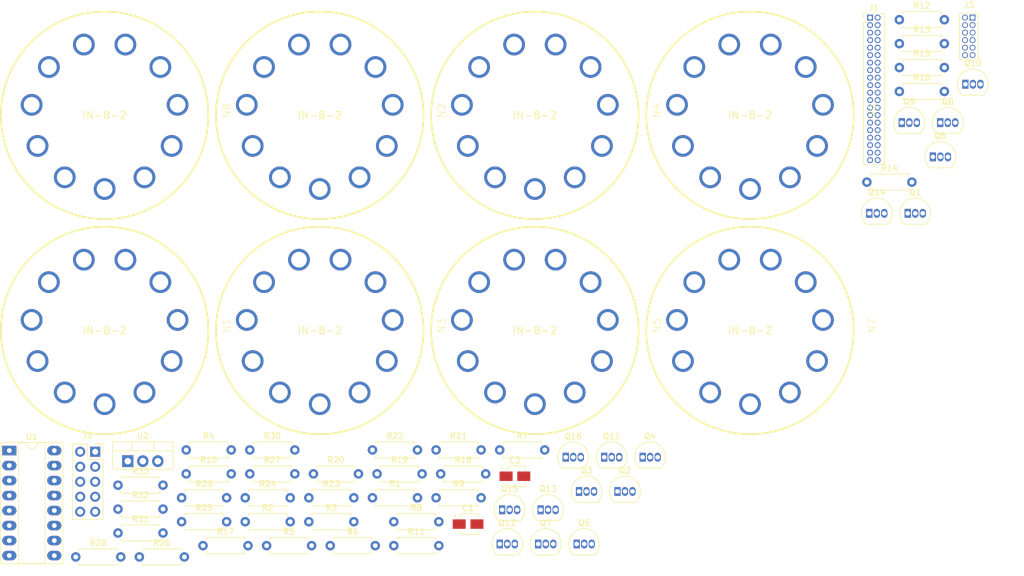
<source format=kicad_pcb>
(kicad_pcb (version 20171130) (host pcbnew "(5.1.6-0-10_14)")

  (general
    (thickness 1.6)
    (drawings 0)
    (tracks 0)
    (zones 0)
    (modules 64)
    (nets 109)
  )

  (page A4)
  (layers
    (0 F.Cu signal)
    (31 B.Cu signal)
    (32 B.Adhes user)
    (33 F.Adhes user)
    (34 B.Paste user)
    (35 F.Paste user)
    (36 B.SilkS user)
    (37 F.SilkS user)
    (38 B.Mask user)
    (39 F.Mask user)
    (40 Dwgs.User user)
    (41 Cmts.User user)
    (42 Eco1.User user)
    (43 Eco2.User user)
    (44 Edge.Cuts user)
    (45 Margin user)
    (46 B.CrtYd user)
    (47 F.CrtYd user)
    (48 B.Fab user)
    (49 F.Fab user)
  )

  (setup
    (last_trace_width 0.25)
    (trace_clearance 0.2)
    (zone_clearance 0.508)
    (zone_45_only no)
    (trace_min 0.2)
    (via_size 0.8)
    (via_drill 0.4)
    (via_min_size 0.4)
    (via_min_drill 0.3)
    (uvia_size 0.3)
    (uvia_drill 0.1)
    (uvias_allowed no)
    (uvia_min_size 0.2)
    (uvia_min_drill 0.1)
    (edge_width 0.05)
    (segment_width 0.2)
    (pcb_text_width 0.3)
    (pcb_text_size 1.5 1.5)
    (mod_edge_width 0.12)
    (mod_text_size 1 1)
    (mod_text_width 0.15)
    (pad_size 3.683 3.683)
    (pad_drill 2.667)
    (pad_to_mask_clearance 0.05)
    (aux_axis_origin 0 0)
    (visible_elements FFFFFF7F)
    (pcbplotparams
      (layerselection 0x010fc_ffffffff)
      (usegerberextensions false)
      (usegerberattributes true)
      (usegerberadvancedattributes true)
      (creategerberjobfile true)
      (excludeedgelayer true)
      (linewidth 0.100000)
      (plotframeref false)
      (viasonmask false)
      (mode 1)
      (useauxorigin false)
      (hpglpennumber 1)
      (hpglpenspeed 20)
      (hpglpendiameter 15.000000)
      (psnegative false)
      (psa4output false)
      (plotreference true)
      (plotvalue true)
      (plotinvisibletext false)
      (padsonsilk false)
      (subtractmaskfromsilk false)
      (outputformat 1)
      (mirror false)
      (drillshape 1)
      (scaleselection 1)
      (outputdirectory ""))
  )

  (net 0 "")
  (net 1 GND)
  (net 2 "Net-(Q1-Pad3)")
  (net 3 "Net-(Q1-Pad2)")
  (net 4 "Net-(Q2-Pad1)")
  (net 5 VCC)
  (net 6 "Net-(Q2-Pad2)")
  (net 7 "Net-(Q3-Pad3)")
  (net 8 "Net-(Q3-Pad2)")
  (net 9 "Net-(Q4-Pad1)")
  (net 10 "Net-(Q4-Pad2)")
  (net 11 "Net-(Q5-Pad3)")
  (net 12 "Net-(Q5-Pad2)")
  (net 13 "Net-(Q6-Pad1)")
  (net 14 "Net-(Q6-Pad2)")
  (net 15 "Net-(Q7-Pad3)")
  (net 16 "Net-(Q7-Pad2)")
  (net 17 "Net-(Q8-Pad1)")
  (net 18 "Net-(Q8-Pad2)")
  (net 19 "Net-(Q9-Pad3)")
  (net 20 "Net-(Q9-Pad2)")
  (net 21 "Net-(Q10-Pad1)")
  (net 22 "Net-(Q10-Pad2)")
  (net 23 "Net-(Q11-Pad3)")
  (net 24 "Net-(Q11-Pad2)")
  (net 25 "Net-(Q12-Pad1)")
  (net 26 "Net-(Q12-Pad2)")
  (net 27 "Net-(Q13-Pad3)")
  (net 28 "Net-(Q13-Pad2)")
  (net 29 "Net-(Q14-Pad1)")
  (net 30 "Net-(Q14-Pad2)")
  (net 31 "Net-(Q15-Pad3)")
  (net 32 "Net-(Q15-Pad2)")
  (net 33 "Net-(Q16-Pad1)")
  (net 34 "Net-(Q16-Pad2)")
  (net 35 +5V)
  (net 36 "Net-(J2-Pad1)")
  (net 37 RPIKIDB)
  (net 38 RPIKIDD)
  (net 39 RPIKIDA)
  (net 40 N9)
  (net 41 N8)
  (net 42 RPIKIDC)
  (net 43 N2)
  (net 44 N7)
  (net 45 N3)
  (net 46 "Net-(J1-Pad40)")
  (net 47 "Net-(J1-Pad38)")
  (net 48 "Net-(J1-Pad36)")
  (net 49 "Net-(J1-Pad34)")
  (net 50 "Net-(J1-Pad32)")
  (net 51 "Net-(J1-Pad30)")
  (net 52 "Net-(J1-Pad28)")
  (net 53 "Net-(J1-Pad26)")
  (net 54 "Net-(J1-Pad24)")
  (net 55 "Net-(J1-Pad20)")
  (net 56 "Net-(J1-Pad14)")
  (net 57 "Net-(J1-Pad12)")
  (net 58 "Net-(J1-Pad10)")
  (net 59 "Net-(J1-Pad8)")
  (net 60 "Net-(J1-Pad6)")
  (net 61 "Net-(J1-Pad4)")
  (net 62 "Net-(J1-Pad2)")
  (net 63 "Net-(J1-Pad39)")
  (net 64 "Net-(J1-Pad37)")
  (net 65 "Net-(J1-Pad27)")
  (net 66 "Net-(J1-Pad25)")
  (net 67 "Net-(J1-Pad23)")
  (net 68 "Net-(J1-Pad21)")
  (net 69 "Net-(J1-Pad19)")
  (net 70 "Net-(J1-Pad17)")
  (net 71 "Net-(J1-Pad15)")
  (net 72 "Net-(J1-Pad13)")
  (net 73 "Net-(J1-Pad9)")
  (net 74 "Net-(J1-Pad7)")
  (net 75 "Net-(J1-Pad5)")
  (net 76 "Net-(J1-Pad3)")
  (net 77 "Net-(J1-Pad1)")
  (net 78 A1)
  (net 79 N6)
  (net 80 N5)
  (net 81 N4)
  (net 82 N1)
  (net 83 N0)
  (net 84 A2)
  (net 85 A3)
  (net 86 A4)
  (net 87 A5)
  (net 88 A6)
  (net 89 A7)
  (net 90 A8)
  (net 91 "Net-(J3-Pad8)")
  (net 92 "Net-(J3-Pad6)")
  (net 93 "Net-(Q2-Pad3)")
  (net 94 "Net-(J3-Pad10)")
  (net 95 "Net-(J3-Pad9)")
  (net 96 "Net-(J3-Pad7)")
  (net 97 "Net-(J3-Pad4)")
  (net 98 "Net-(J3-Pad3)")
  (net 99 "Net-(C1-Pad1)")
  (net 100 "Net-(J2-Pad5)")
  (net 101 "Net-(J2-Pad4)")
  (net 102 "Net-(J2-Pad3)")
  (net 103 "Net-(J3-Pad12)")
  (net 104 "Net-(J3-Pad11)")
  (net 105 "Net-(J1-Pad22)")
  (net 106 "Net-(J1-Pad18)")
  (net 107 "Net-(J1-Pad16)")
  (net 108 "Net-(J1-Pad11)")

  (net_class Default "This is the default net class."
    (clearance 0.2)
    (trace_width 0.25)
    (via_dia 0.8)
    (via_drill 0.4)
    (uvia_dia 0.3)
    (uvia_drill 0.1)
    (add_net +5V)
    (add_net A1)
    (add_net A2)
    (add_net A3)
    (add_net A4)
    (add_net A5)
    (add_net A6)
    (add_net A7)
    (add_net A8)
    (add_net GND)
    (add_net N0)
    (add_net N1)
    (add_net N2)
    (add_net N3)
    (add_net N4)
    (add_net N5)
    (add_net N6)
    (add_net N7)
    (add_net N8)
    (add_net N9)
    (add_net "Net-(C1-Pad1)")
    (add_net "Net-(J1-Pad1)")
    (add_net "Net-(J1-Pad10)")
    (add_net "Net-(J1-Pad11)")
    (add_net "Net-(J1-Pad12)")
    (add_net "Net-(J1-Pad13)")
    (add_net "Net-(J1-Pad14)")
    (add_net "Net-(J1-Pad15)")
    (add_net "Net-(J1-Pad16)")
    (add_net "Net-(J1-Pad17)")
    (add_net "Net-(J1-Pad18)")
    (add_net "Net-(J1-Pad19)")
    (add_net "Net-(J1-Pad2)")
    (add_net "Net-(J1-Pad20)")
    (add_net "Net-(J1-Pad21)")
    (add_net "Net-(J1-Pad22)")
    (add_net "Net-(J1-Pad23)")
    (add_net "Net-(J1-Pad24)")
    (add_net "Net-(J1-Pad25)")
    (add_net "Net-(J1-Pad26)")
    (add_net "Net-(J1-Pad27)")
    (add_net "Net-(J1-Pad28)")
    (add_net "Net-(J1-Pad3)")
    (add_net "Net-(J1-Pad30)")
    (add_net "Net-(J1-Pad32)")
    (add_net "Net-(J1-Pad34)")
    (add_net "Net-(J1-Pad36)")
    (add_net "Net-(J1-Pad37)")
    (add_net "Net-(J1-Pad38)")
    (add_net "Net-(J1-Pad39)")
    (add_net "Net-(J1-Pad4)")
    (add_net "Net-(J1-Pad40)")
    (add_net "Net-(J1-Pad5)")
    (add_net "Net-(J1-Pad6)")
    (add_net "Net-(J1-Pad7)")
    (add_net "Net-(J1-Pad8)")
    (add_net "Net-(J1-Pad9)")
    (add_net "Net-(J2-Pad1)")
    (add_net "Net-(J2-Pad3)")
    (add_net "Net-(J2-Pad4)")
    (add_net "Net-(J2-Pad5)")
    (add_net "Net-(J3-Pad10)")
    (add_net "Net-(J3-Pad11)")
    (add_net "Net-(J3-Pad12)")
    (add_net "Net-(J3-Pad3)")
    (add_net "Net-(J3-Pad4)")
    (add_net "Net-(J3-Pad6)")
    (add_net "Net-(J3-Pad7)")
    (add_net "Net-(J3-Pad8)")
    (add_net "Net-(J3-Pad9)")
    (add_net "Net-(Q1-Pad2)")
    (add_net "Net-(Q1-Pad3)")
    (add_net "Net-(Q10-Pad1)")
    (add_net "Net-(Q10-Pad2)")
    (add_net "Net-(Q11-Pad2)")
    (add_net "Net-(Q11-Pad3)")
    (add_net "Net-(Q12-Pad1)")
    (add_net "Net-(Q12-Pad2)")
    (add_net "Net-(Q13-Pad2)")
    (add_net "Net-(Q13-Pad3)")
    (add_net "Net-(Q14-Pad1)")
    (add_net "Net-(Q14-Pad2)")
    (add_net "Net-(Q15-Pad2)")
    (add_net "Net-(Q15-Pad3)")
    (add_net "Net-(Q16-Pad1)")
    (add_net "Net-(Q16-Pad2)")
    (add_net "Net-(Q2-Pad1)")
    (add_net "Net-(Q2-Pad2)")
    (add_net "Net-(Q2-Pad3)")
    (add_net "Net-(Q3-Pad2)")
    (add_net "Net-(Q3-Pad3)")
    (add_net "Net-(Q4-Pad1)")
    (add_net "Net-(Q4-Pad2)")
    (add_net "Net-(Q5-Pad2)")
    (add_net "Net-(Q5-Pad3)")
    (add_net "Net-(Q6-Pad1)")
    (add_net "Net-(Q6-Pad2)")
    (add_net "Net-(Q7-Pad2)")
    (add_net "Net-(Q7-Pad3)")
    (add_net "Net-(Q8-Pad1)")
    (add_net "Net-(Q8-Pad2)")
    (add_net "Net-(Q9-Pad2)")
    (add_net "Net-(Q9-Pad3)")
    (add_net RPIKIDA)
    (add_net RPIKIDB)
    (add_net RPIKIDC)
    (add_net RPIKIDD)
    (add_net VCC)
  )

  (module Package_TO_SOT_THT:TO-220-3_Vertical (layer F.Cu) (tedit 5AC8BA0D) (tstamp 60051944)
    (at 73.2 127.78)
    (descr "TO-220-3, Vertical, RM 2.54mm, see https://www.vishay.com/docs/66542/to-220-1.pdf")
    (tags "TO-220-3 Vertical RM 2.54mm")
    (path /6014E390)
    (fp_text reference U2 (at 2.54 -4.27) (layer F.SilkS)
      (effects (font (size 1 1) (thickness 0.15)))
    )
    (fp_text value LM7805_TO220 (at 2.54 2.5) (layer F.Fab)
      (effects (font (size 1 1) (thickness 0.15)))
    )
    (fp_text user %R (at 2.54 -4.27) (layer F.Fab)
      (effects (font (size 1 1) (thickness 0.15)))
    )
    (fp_line (start -2.46 -3.15) (end -2.46 1.25) (layer F.Fab) (width 0.1))
    (fp_line (start -2.46 1.25) (end 7.54 1.25) (layer F.Fab) (width 0.1))
    (fp_line (start 7.54 1.25) (end 7.54 -3.15) (layer F.Fab) (width 0.1))
    (fp_line (start 7.54 -3.15) (end -2.46 -3.15) (layer F.Fab) (width 0.1))
    (fp_line (start -2.46 -1.88) (end 7.54 -1.88) (layer F.Fab) (width 0.1))
    (fp_line (start 0.69 -3.15) (end 0.69 -1.88) (layer F.Fab) (width 0.1))
    (fp_line (start 4.39 -3.15) (end 4.39 -1.88) (layer F.Fab) (width 0.1))
    (fp_line (start -2.58 -3.27) (end 7.66 -3.27) (layer F.SilkS) (width 0.12))
    (fp_line (start -2.58 1.371) (end 7.66 1.371) (layer F.SilkS) (width 0.12))
    (fp_line (start -2.58 -3.27) (end -2.58 1.371) (layer F.SilkS) (width 0.12))
    (fp_line (start 7.66 -3.27) (end 7.66 1.371) (layer F.SilkS) (width 0.12))
    (fp_line (start -2.58 -1.76) (end 7.66 -1.76) (layer F.SilkS) (width 0.12))
    (fp_line (start 0.69 -3.27) (end 0.69 -1.76) (layer F.SilkS) (width 0.12))
    (fp_line (start 4.391 -3.27) (end 4.391 -1.76) (layer F.SilkS) (width 0.12))
    (fp_line (start -2.71 -3.4) (end -2.71 1.51) (layer F.CrtYd) (width 0.05))
    (fp_line (start -2.71 1.51) (end 7.79 1.51) (layer F.CrtYd) (width 0.05))
    (fp_line (start 7.79 1.51) (end 7.79 -3.4) (layer F.CrtYd) (width 0.05))
    (fp_line (start 7.79 -3.4) (end -2.71 -3.4) (layer F.CrtYd) (width 0.05))
    (pad 3 thru_hole oval (at 5.08 0) (size 1.905 2) (drill 1.1) (layers *.Cu *.Mask)
      (net 35 +5V))
    (pad 2 thru_hole oval (at 2.54 0) (size 1.905 2) (drill 1.1) (layers *.Cu *.Mask)
      (net 1 GND))
    (pad 1 thru_hole rect (at 0 0) (size 1.905 2) (drill 1.1) (layers *.Cu *.Mask)
      (net 36 "Net-(J2-Pad1)"))
    (model ${KISYS3DMOD}/Package_TO_SOT_THT.3dshapes/TO-220-3_Vertical.wrl
      (at (xyz 0 0 0))
      (scale (xyz 1 1 1))
      (rotate (xyz 0 0 0))
    )
  )

  (module Package_DIP:DIP-16_W7.62mm_Socket_LongPads (layer F.Cu) (tedit 5A02E8C5) (tstamp 6005192A)
    (at 53.14 125.98)
    (descr "16-lead though-hole mounted DIP package, row spacing 7.62 mm (300 mils), Socket, LongPads")
    (tags "THT DIP DIL PDIP 2.54mm 7.62mm 300mil Socket LongPads")
    (path /5FF49F5D)
    (fp_text reference U1 (at 3.81 -2.33) (layer F.SilkS)
      (effects (font (size 1 1) (thickness 0.15)))
    )
    (fp_text value K155NA1 (at 3.81 20.11) (layer F.Fab)
      (effects (font (size 1 1) (thickness 0.15)))
    )
    (fp_text user %R (at 3.81 8.89) (layer F.Fab)
      (effects (font (size 1 1) (thickness 0.15)))
    )
    (fp_arc (start 3.81 -1.33) (end 2.81 -1.33) (angle -180) (layer F.SilkS) (width 0.12))
    (fp_line (start 1.635 -1.27) (end 6.985 -1.27) (layer F.Fab) (width 0.1))
    (fp_line (start 6.985 -1.27) (end 6.985 19.05) (layer F.Fab) (width 0.1))
    (fp_line (start 6.985 19.05) (end 0.635 19.05) (layer F.Fab) (width 0.1))
    (fp_line (start 0.635 19.05) (end 0.635 -0.27) (layer F.Fab) (width 0.1))
    (fp_line (start 0.635 -0.27) (end 1.635 -1.27) (layer F.Fab) (width 0.1))
    (fp_line (start -1.27 -1.33) (end -1.27 19.11) (layer F.Fab) (width 0.1))
    (fp_line (start -1.27 19.11) (end 8.89 19.11) (layer F.Fab) (width 0.1))
    (fp_line (start 8.89 19.11) (end 8.89 -1.33) (layer F.Fab) (width 0.1))
    (fp_line (start 8.89 -1.33) (end -1.27 -1.33) (layer F.Fab) (width 0.1))
    (fp_line (start 2.81 -1.33) (end 1.56 -1.33) (layer F.SilkS) (width 0.12))
    (fp_line (start 1.56 -1.33) (end 1.56 19.11) (layer F.SilkS) (width 0.12))
    (fp_line (start 1.56 19.11) (end 6.06 19.11) (layer F.SilkS) (width 0.12))
    (fp_line (start 6.06 19.11) (end 6.06 -1.33) (layer F.SilkS) (width 0.12))
    (fp_line (start 6.06 -1.33) (end 4.81 -1.33) (layer F.SilkS) (width 0.12))
    (fp_line (start -1.44 -1.39) (end -1.44 19.17) (layer F.SilkS) (width 0.12))
    (fp_line (start -1.44 19.17) (end 9.06 19.17) (layer F.SilkS) (width 0.12))
    (fp_line (start 9.06 19.17) (end 9.06 -1.39) (layer F.SilkS) (width 0.12))
    (fp_line (start 9.06 -1.39) (end -1.44 -1.39) (layer F.SilkS) (width 0.12))
    (fp_line (start -1.55 -1.6) (end -1.55 19.4) (layer F.CrtYd) (width 0.05))
    (fp_line (start -1.55 19.4) (end 9.15 19.4) (layer F.CrtYd) (width 0.05))
    (fp_line (start 9.15 19.4) (end 9.15 -1.6) (layer F.CrtYd) (width 0.05))
    (fp_line (start 9.15 -1.6) (end -1.55 -1.6) (layer F.CrtYd) (width 0.05))
    (pad 16 thru_hole oval (at 7.62 0) (size 2.4 1.6) (drill 0.8) (layers *.Cu *.Mask)
      (net 83 N0))
    (pad 8 thru_hole oval (at 0 17.78) (size 2.4 1.6) (drill 0.8) (layers *.Cu *.Mask)
      (net 43 N2))
    (pad 15 thru_hole oval (at 7.62 2.54) (size 2.4 1.6) (drill 0.8) (layers *.Cu *.Mask)
      (net 82 N1))
    (pad 7 thru_hole oval (at 0 15.24) (size 2.4 1.6) (drill 0.8) (layers *.Cu *.Mask)
      (net 42 RPIKIDC))
    (pad 14 thru_hole oval (at 7.62 5.08) (size 2.4 1.6) (drill 0.8) (layers *.Cu *.Mask)
      (net 80 N5))
    (pad 6 thru_hole oval (at 0 12.7) (size 2.4 1.6) (drill 0.8) (layers *.Cu *.Mask)
      (net 37 RPIKIDB))
    (pad 13 thru_hole oval (at 7.62 7.62) (size 2.4 1.6) (drill 0.8) (layers *.Cu *.Mask)
      (net 81 N4))
    (pad 5 thru_hole oval (at 0 10.16) (size 2.4 1.6) (drill 0.8) (layers *.Cu *.Mask)
      (net 35 +5V))
    (pad 12 thru_hole oval (at 7.62 10.16) (size 2.4 1.6) (drill 0.8) (layers *.Cu *.Mask)
      (net 1 GND))
    (pad 4 thru_hole oval (at 0 7.62) (size 2.4 1.6) (drill 0.8) (layers *.Cu *.Mask)
      (net 38 RPIKIDD))
    (pad 11 thru_hole oval (at 7.62 12.7) (size 2.4 1.6) (drill 0.8) (layers *.Cu *.Mask)
      (net 79 N6))
    (pad 3 thru_hole oval (at 0 5.08) (size 2.4 1.6) (drill 0.8) (layers *.Cu *.Mask)
      (net 39 RPIKIDA))
    (pad 10 thru_hole oval (at 7.62 15.24) (size 2.4 1.6) (drill 0.8) (layers *.Cu *.Mask)
      (net 44 N7))
    (pad 2 thru_hole oval (at 0 2.54) (size 2.4 1.6) (drill 0.8) (layers *.Cu *.Mask)
      (net 40 N9))
    (pad 9 thru_hole oval (at 7.62 17.78) (size 2.4 1.6) (drill 0.8) (layers *.Cu *.Mask)
      (net 45 N3))
    (pad 1 thru_hole rect (at 0 0) (size 2.4 1.6) (drill 0.8) (layers *.Cu *.Mask)
      (net 41 N8))
    (model ${KISYS3DMOD}/Package_DIP.3dshapes/DIP-16_W7.62mm_Socket.wrl
      (at (xyz 0 0 0))
      (scale (xyz 1 1 1))
      (rotate (xyz 0 0 0))
    )
  )

  (module Resistor_THT:R_Axial_DIN0207_L6.3mm_D2.5mm_P7.62mm_Horizontal (layer F.Cu) (tedit 5AE5139B) (tstamp 600518FE)
    (at 71.54 131.84)
    (descr "Resistor, Axial_DIN0207 series, Axial, Horizontal, pin pitch=7.62mm, 0.25W = 1/4W, length*diameter=6.3*2.5mm^2, http://cdn-reichelt.de/documents/datenblatt/B400/1_4W%23YAG.pdf")
    (tags "Resistor Axial_DIN0207 series Axial Horizontal pin pitch 7.62mm 0.25W = 1/4W length 6.3mm diameter 2.5mm")
    (path /601ED67A)
    (fp_text reference R33 (at 3.81 -2.37) (layer F.SilkS)
      (effects (font (size 1 1) (thickness 0.15)))
    )
    (fp_text value 330R (at 3.81 2.37) (layer F.Fab)
      (effects (font (size 1 1) (thickness 0.15)))
    )
    (fp_text user %R (at 3.81 0) (layer F.Fab)
      (effects (font (size 1 1) (thickness 0.15)))
    )
    (fp_line (start 0.66 -1.25) (end 0.66 1.25) (layer F.Fab) (width 0.1))
    (fp_line (start 0.66 1.25) (end 6.96 1.25) (layer F.Fab) (width 0.1))
    (fp_line (start 6.96 1.25) (end 6.96 -1.25) (layer F.Fab) (width 0.1))
    (fp_line (start 6.96 -1.25) (end 0.66 -1.25) (layer F.Fab) (width 0.1))
    (fp_line (start 0 0) (end 0.66 0) (layer F.Fab) (width 0.1))
    (fp_line (start 7.62 0) (end 6.96 0) (layer F.Fab) (width 0.1))
    (fp_line (start 0.54 -1.04) (end 0.54 -1.37) (layer F.SilkS) (width 0.12))
    (fp_line (start 0.54 -1.37) (end 7.08 -1.37) (layer F.SilkS) (width 0.12))
    (fp_line (start 7.08 -1.37) (end 7.08 -1.04) (layer F.SilkS) (width 0.12))
    (fp_line (start 0.54 1.04) (end 0.54 1.37) (layer F.SilkS) (width 0.12))
    (fp_line (start 0.54 1.37) (end 7.08 1.37) (layer F.SilkS) (width 0.12))
    (fp_line (start 7.08 1.37) (end 7.08 1.04) (layer F.SilkS) (width 0.12))
    (fp_line (start -1.05 -1.5) (end -1.05 1.5) (layer F.CrtYd) (width 0.05))
    (fp_line (start -1.05 1.5) (end 8.67 1.5) (layer F.CrtYd) (width 0.05))
    (fp_line (start 8.67 1.5) (end 8.67 -1.5) (layer F.CrtYd) (width 0.05))
    (fp_line (start 8.67 -1.5) (end -1.05 -1.5) (layer F.CrtYd) (width 0.05))
    (pad 2 thru_hole oval (at 7.62 0) (size 1.6 1.6) (drill 0.8) (layers *.Cu *.Mask)
      (net 91 "Net-(J3-Pad8)"))
    (pad 1 thru_hole circle (at 0 0) (size 1.6 1.6) (drill 0.8) (layers *.Cu *.Mask)
      (net 92 "Net-(J3-Pad6)"))
    (model ${KISYS3DMOD}/Resistor_THT.3dshapes/R_Axial_DIN0207_L6.3mm_D2.5mm_P7.62mm_Horizontal.wrl
      (at (xyz 0 0 0))
      (scale (xyz 1 1 1))
      (rotate (xyz 0 0 0))
    )
  )

  (module Resistor_THT:R_Axial_DIN0207_L6.3mm_D2.5mm_P7.62mm_Horizontal (layer F.Cu) (tedit 5AE5139B) (tstamp 600518E7)
    (at 71.54 135.89)
    (descr "Resistor, Axial_DIN0207 series, Axial, Horizontal, pin pitch=7.62mm, 0.25W = 1/4W, length*diameter=6.3*2.5mm^2, http://cdn-reichelt.de/documents/datenblatt/B400/1_4W%23YAG.pdf")
    (tags "Resistor Axial_DIN0207 series Axial Horizontal pin pitch 7.62mm 0.25W = 1/4W length 6.3mm diameter 2.5mm")
    (path /6012C529)
    (fp_text reference R32 (at 3.81 -2.37) (layer F.SilkS)
      (effects (font (size 1 1) (thickness 0.15)))
    )
    (fp_text value 10k (at 3.81 2.37) (layer F.Fab)
      (effects (font (size 1 1) (thickness 0.15)))
    )
    (fp_text user %R (at 3.81 0) (layer F.Fab)
      (effects (font (size 1 1) (thickness 0.15)))
    )
    (fp_line (start 0.66 -1.25) (end 0.66 1.25) (layer F.Fab) (width 0.1))
    (fp_line (start 0.66 1.25) (end 6.96 1.25) (layer F.Fab) (width 0.1))
    (fp_line (start 6.96 1.25) (end 6.96 -1.25) (layer F.Fab) (width 0.1))
    (fp_line (start 6.96 -1.25) (end 0.66 -1.25) (layer F.Fab) (width 0.1))
    (fp_line (start 0 0) (end 0.66 0) (layer F.Fab) (width 0.1))
    (fp_line (start 7.62 0) (end 6.96 0) (layer F.Fab) (width 0.1))
    (fp_line (start 0.54 -1.04) (end 0.54 -1.37) (layer F.SilkS) (width 0.12))
    (fp_line (start 0.54 -1.37) (end 7.08 -1.37) (layer F.SilkS) (width 0.12))
    (fp_line (start 7.08 -1.37) (end 7.08 -1.04) (layer F.SilkS) (width 0.12))
    (fp_line (start 0.54 1.04) (end 0.54 1.37) (layer F.SilkS) (width 0.12))
    (fp_line (start 0.54 1.37) (end 7.08 1.37) (layer F.SilkS) (width 0.12))
    (fp_line (start 7.08 1.37) (end 7.08 1.04) (layer F.SilkS) (width 0.12))
    (fp_line (start -1.05 -1.5) (end -1.05 1.5) (layer F.CrtYd) (width 0.05))
    (fp_line (start -1.05 1.5) (end 8.67 1.5) (layer F.CrtYd) (width 0.05))
    (fp_line (start 8.67 1.5) (end 8.67 -1.5) (layer F.CrtYd) (width 0.05))
    (fp_line (start 8.67 -1.5) (end -1.05 -1.5) (layer F.CrtYd) (width 0.05))
    (pad 2 thru_hole oval (at 7.62 0) (size 1.6 1.6) (drill 0.8) (layers *.Cu *.Mask)
      (net 90 A8))
    (pad 1 thru_hole circle (at 0 0) (size 1.6 1.6) (drill 0.8) (layers *.Cu *.Mask)
      (net 33 "Net-(Q16-Pad1)"))
    (model ${KISYS3DMOD}/Resistor_THT.3dshapes/R_Axial_DIN0207_L6.3mm_D2.5mm_P7.62mm_Horizontal.wrl
      (at (xyz 0 0 0))
      (scale (xyz 1 1 1))
      (rotate (xyz 0 0 0))
    )
  )

  (module Resistor_THT:R_Axial_DIN0207_L6.3mm_D2.5mm_P7.62mm_Horizontal (layer F.Cu) (tedit 5AE5139B) (tstamp 600518D0)
    (at 71.54 139.94)
    (descr "Resistor, Axial_DIN0207 series, Axial, Horizontal, pin pitch=7.62mm, 0.25W = 1/4W, length*diameter=6.3*2.5mm^2, http://cdn-reichelt.de/documents/datenblatt/B400/1_4W%23YAG.pdf")
    (tags "Resistor Axial_DIN0207 series Axial Horizontal pin pitch 7.62mm 0.25W = 1/4W length 6.3mm diameter 2.5mm")
    (path /5FF30D11)
    (fp_text reference R31 (at 3.81 -2.37) (layer F.SilkS)
      (effects (font (size 1 1) (thickness 0.15)))
    )
    (fp_text value 1M (at 3.81 2.37) (layer F.Fab)
      (effects (font (size 1 1) (thickness 0.15)))
    )
    (fp_text user %R (at 3.81 0) (layer F.Fab)
      (effects (font (size 1 1) (thickness 0.15)))
    )
    (fp_line (start 0.66 -1.25) (end 0.66 1.25) (layer F.Fab) (width 0.1))
    (fp_line (start 0.66 1.25) (end 6.96 1.25) (layer F.Fab) (width 0.1))
    (fp_line (start 6.96 1.25) (end 6.96 -1.25) (layer F.Fab) (width 0.1))
    (fp_line (start 6.96 -1.25) (end 0.66 -1.25) (layer F.Fab) (width 0.1))
    (fp_line (start 0 0) (end 0.66 0) (layer F.Fab) (width 0.1))
    (fp_line (start 7.62 0) (end 6.96 0) (layer F.Fab) (width 0.1))
    (fp_line (start 0.54 -1.04) (end 0.54 -1.37) (layer F.SilkS) (width 0.12))
    (fp_line (start 0.54 -1.37) (end 7.08 -1.37) (layer F.SilkS) (width 0.12))
    (fp_line (start 7.08 -1.37) (end 7.08 -1.04) (layer F.SilkS) (width 0.12))
    (fp_line (start 0.54 1.04) (end 0.54 1.37) (layer F.SilkS) (width 0.12))
    (fp_line (start 0.54 1.37) (end 7.08 1.37) (layer F.SilkS) (width 0.12))
    (fp_line (start 7.08 1.37) (end 7.08 1.04) (layer F.SilkS) (width 0.12))
    (fp_line (start -1.05 -1.5) (end -1.05 1.5) (layer F.CrtYd) (width 0.05))
    (fp_line (start -1.05 1.5) (end 8.67 1.5) (layer F.CrtYd) (width 0.05))
    (fp_line (start 8.67 1.5) (end 8.67 -1.5) (layer F.CrtYd) (width 0.05))
    (fp_line (start 8.67 -1.5) (end -1.05 -1.5) (layer F.CrtYd) (width 0.05))
    (pad 2 thru_hole oval (at 7.62 0) (size 1.6 1.6) (drill 0.8) (layers *.Cu *.Mask)
      (net 31 "Net-(Q15-Pad3)"))
    (pad 1 thru_hole circle (at 0 0) (size 1.6 1.6) (drill 0.8) (layers *.Cu *.Mask)
      (net 34 "Net-(Q16-Pad2)"))
    (model ${KISYS3DMOD}/Resistor_THT.3dshapes/R_Axial_DIN0207_L6.3mm_D2.5mm_P7.62mm_Horizontal.wrl
      (at (xyz 0 0 0))
      (scale (xyz 1 1 1))
      (rotate (xyz 0 0 0))
    )
  )

  (module Resistor_THT:R_Axial_DIN0207_L6.3mm_D2.5mm_P7.62mm_Horizontal (layer F.Cu) (tedit 5AE5139B) (tstamp 600518B9)
    (at 93.86 125.88)
    (descr "Resistor, Axial_DIN0207 series, Axial, Horizontal, pin pitch=7.62mm, 0.25W = 1/4W, length*diameter=6.3*2.5mm^2, http://cdn-reichelt.de/documents/datenblatt/B400/1_4W%23YAG.pdf")
    (tags "Resistor Axial_DIN0207 series Axial Horizontal pin pitch 7.62mm 0.25W = 1/4W length 6.3mm diameter 2.5mm")
    (path /5FF30D17)
    (fp_text reference R30 (at 3.81 -2.37) (layer F.SilkS)
      (effects (font (size 1 1) (thickness 0.15)))
    )
    (fp_text value 10K (at 3.81 2.37) (layer F.Fab)
      (effects (font (size 1 1) (thickness 0.15)))
    )
    (fp_text user %R (at 3.81 0) (layer F.Fab)
      (effects (font (size 1 1) (thickness 0.15)))
    )
    (fp_line (start 0.66 -1.25) (end 0.66 1.25) (layer F.Fab) (width 0.1))
    (fp_line (start 0.66 1.25) (end 6.96 1.25) (layer F.Fab) (width 0.1))
    (fp_line (start 6.96 1.25) (end 6.96 -1.25) (layer F.Fab) (width 0.1))
    (fp_line (start 6.96 -1.25) (end 0.66 -1.25) (layer F.Fab) (width 0.1))
    (fp_line (start 0 0) (end 0.66 0) (layer F.Fab) (width 0.1))
    (fp_line (start 7.62 0) (end 6.96 0) (layer F.Fab) (width 0.1))
    (fp_line (start 0.54 -1.04) (end 0.54 -1.37) (layer F.SilkS) (width 0.12))
    (fp_line (start 0.54 -1.37) (end 7.08 -1.37) (layer F.SilkS) (width 0.12))
    (fp_line (start 7.08 -1.37) (end 7.08 -1.04) (layer F.SilkS) (width 0.12))
    (fp_line (start 0.54 1.04) (end 0.54 1.37) (layer F.SilkS) (width 0.12))
    (fp_line (start 0.54 1.37) (end 7.08 1.37) (layer F.SilkS) (width 0.12))
    (fp_line (start 7.08 1.37) (end 7.08 1.04) (layer F.SilkS) (width 0.12))
    (fp_line (start -1.05 -1.5) (end -1.05 1.5) (layer F.CrtYd) (width 0.05))
    (fp_line (start -1.05 1.5) (end 8.67 1.5) (layer F.CrtYd) (width 0.05))
    (fp_line (start 8.67 1.5) (end 8.67 -1.5) (layer F.CrtYd) (width 0.05))
    (fp_line (start 8.67 -1.5) (end -1.05 -1.5) (layer F.CrtYd) (width 0.05))
    (pad 2 thru_hole oval (at 7.62 0) (size 1.6 1.6) (drill 0.8) (layers *.Cu *.Mask)
      (net 34 "Net-(Q16-Pad2)"))
    (pad 1 thru_hole circle (at 0 0) (size 1.6 1.6) (drill 0.8) (layers *.Cu *.Mask)
      (net 5 VCC))
    (model ${KISYS3DMOD}/Resistor_THT.3dshapes/R_Axial_DIN0207_L6.3mm_D2.5mm_P7.62mm_Horizontal.wrl
      (at (xyz 0 0 0))
      (scale (xyz 1 1 1))
      (rotate (xyz 0 0 0))
    )
  )

  (module Resistor_THT:R_Axial_DIN0207_L6.3mm_D2.5mm_P7.62mm_Horizontal (layer F.Cu) (tedit 5AE5139B) (tstamp 600518A2)
    (at 82.31 133.98)
    (descr "Resistor, Axial_DIN0207 series, Axial, Horizontal, pin pitch=7.62mm, 0.25W = 1/4W, length*diameter=6.3*2.5mm^2, http://cdn-reichelt.de/documents/datenblatt/B400/1_4W%23YAG.pdf")
    (tags "Resistor Axial_DIN0207 series Axial Horizontal pin pitch 7.62mm 0.25W = 1/4W length 6.3mm diameter 2.5mm")
    (path /6008BB59)
    (fp_text reference R29 (at 3.81 -2.37) (layer F.SilkS)
      (effects (font (size 1 1) (thickness 0.15)))
    )
    (fp_text value 10k (at 3.81 2.37) (layer F.Fab)
      (effects (font (size 1 1) (thickness 0.15)))
    )
    (fp_text user %R (at 3.81 0) (layer F.Fab)
      (effects (font (size 1 1) (thickness 0.15)))
    )
    (fp_line (start 0.66 -1.25) (end 0.66 1.25) (layer F.Fab) (width 0.1))
    (fp_line (start 0.66 1.25) (end 6.96 1.25) (layer F.Fab) (width 0.1))
    (fp_line (start 6.96 1.25) (end 6.96 -1.25) (layer F.Fab) (width 0.1))
    (fp_line (start 6.96 -1.25) (end 0.66 -1.25) (layer F.Fab) (width 0.1))
    (fp_line (start 0 0) (end 0.66 0) (layer F.Fab) (width 0.1))
    (fp_line (start 7.62 0) (end 6.96 0) (layer F.Fab) (width 0.1))
    (fp_line (start 0.54 -1.04) (end 0.54 -1.37) (layer F.SilkS) (width 0.12))
    (fp_line (start 0.54 -1.37) (end 7.08 -1.37) (layer F.SilkS) (width 0.12))
    (fp_line (start 7.08 -1.37) (end 7.08 -1.04) (layer F.SilkS) (width 0.12))
    (fp_line (start 0.54 1.04) (end 0.54 1.37) (layer F.SilkS) (width 0.12))
    (fp_line (start 0.54 1.37) (end 7.08 1.37) (layer F.SilkS) (width 0.12))
    (fp_line (start 7.08 1.37) (end 7.08 1.04) (layer F.SilkS) (width 0.12))
    (fp_line (start -1.05 -1.5) (end -1.05 1.5) (layer F.CrtYd) (width 0.05))
    (fp_line (start -1.05 1.5) (end 8.67 1.5) (layer F.CrtYd) (width 0.05))
    (fp_line (start 8.67 1.5) (end 8.67 -1.5) (layer F.CrtYd) (width 0.05))
    (fp_line (start 8.67 -1.5) (end -1.05 -1.5) (layer F.CrtYd) (width 0.05))
    (pad 2 thru_hole oval (at 7.62 0) (size 1.6 1.6) (drill 0.8) (layers *.Cu *.Mask)
      (net 47 "Net-(J1-Pad38)"))
    (pad 1 thru_hole circle (at 0 0) (size 1.6 1.6) (drill 0.8) (layers *.Cu *.Mask)
      (net 32 "Net-(Q15-Pad2)"))
    (model ${KISYS3DMOD}/Resistor_THT.3dshapes/R_Axial_DIN0207_L6.3mm_D2.5mm_P7.62mm_Horizontal.wrl
      (at (xyz 0 0 0))
      (scale (xyz 1 1 1))
      (rotate (xyz 0 0 0))
    )
  )

  (module Resistor_THT:R_Axial_DIN0207_L6.3mm_D2.5mm_P7.62mm_Horizontal (layer F.Cu) (tedit 5AE5139B) (tstamp 6005188B)
    (at 64.39 143.99)
    (descr "Resistor, Axial_DIN0207 series, Axial, Horizontal, pin pitch=7.62mm, 0.25W = 1/4W, length*diameter=6.3*2.5mm^2, http://cdn-reichelt.de/documents/datenblatt/B400/1_4W%23YAG.pdf")
    (tags "Resistor Axial_DIN0207 series Axial Horizontal pin pitch 7.62mm 0.25W = 1/4W length 6.3mm diameter 2.5mm")
    (path /6030AF9A)
    (fp_text reference R28 (at 3.81 -2.37) (layer F.SilkS)
      (effects (font (size 1 1) (thickness 0.15)))
    )
    (fp_text value 10k (at 3.81 2.37) (layer F.Fab)
      (effects (font (size 1 1) (thickness 0.15)))
    )
    (fp_text user %R (at 3.81 0) (layer F.Fab)
      (effects (font (size 1 1) (thickness 0.15)))
    )
    (fp_line (start 0.66 -1.25) (end 0.66 1.25) (layer F.Fab) (width 0.1))
    (fp_line (start 0.66 1.25) (end 6.96 1.25) (layer F.Fab) (width 0.1))
    (fp_line (start 6.96 1.25) (end 6.96 -1.25) (layer F.Fab) (width 0.1))
    (fp_line (start 6.96 -1.25) (end 0.66 -1.25) (layer F.Fab) (width 0.1))
    (fp_line (start 0 0) (end 0.66 0) (layer F.Fab) (width 0.1))
    (fp_line (start 7.62 0) (end 6.96 0) (layer F.Fab) (width 0.1))
    (fp_line (start 0.54 -1.04) (end 0.54 -1.37) (layer F.SilkS) (width 0.12))
    (fp_line (start 0.54 -1.37) (end 7.08 -1.37) (layer F.SilkS) (width 0.12))
    (fp_line (start 7.08 -1.37) (end 7.08 -1.04) (layer F.SilkS) (width 0.12))
    (fp_line (start 0.54 1.04) (end 0.54 1.37) (layer F.SilkS) (width 0.12))
    (fp_line (start 0.54 1.37) (end 7.08 1.37) (layer F.SilkS) (width 0.12))
    (fp_line (start 7.08 1.37) (end 7.08 1.04) (layer F.SilkS) (width 0.12))
    (fp_line (start -1.05 -1.5) (end -1.05 1.5) (layer F.CrtYd) (width 0.05))
    (fp_line (start -1.05 1.5) (end 8.67 1.5) (layer F.CrtYd) (width 0.05))
    (fp_line (start 8.67 1.5) (end 8.67 -1.5) (layer F.CrtYd) (width 0.05))
    (fp_line (start 8.67 -1.5) (end -1.05 -1.5) (layer F.CrtYd) (width 0.05))
    (pad 2 thru_hole oval (at 7.62 0) (size 1.6 1.6) (drill 0.8) (layers *.Cu *.Mask)
      (net 89 A7))
    (pad 1 thru_hole circle (at 0 0) (size 1.6 1.6) (drill 0.8) (layers *.Cu *.Mask)
      (net 29 "Net-(Q14-Pad1)"))
    (model ${KISYS3DMOD}/Resistor_THT.3dshapes/R_Axial_DIN0207_L6.3mm_D2.5mm_P7.62mm_Horizontal.wrl
      (at (xyz 0 0 0))
      (scale (xyz 1 1 1))
      (rotate (xyz 0 0 0))
    )
  )

  (module Resistor_THT:R_Axial_DIN0207_L6.3mm_D2.5mm_P7.62mm_Horizontal (layer F.Cu) (tedit 5AE5139B) (tstamp 60051874)
    (at 93.86 129.93)
    (descr "Resistor, Axial_DIN0207 series, Axial, Horizontal, pin pitch=7.62mm, 0.25W = 1/4W, length*diameter=6.3*2.5mm^2, http://cdn-reichelt.de/documents/datenblatt/B400/1_4W%23YAG.pdf")
    (tags "Resistor Axial_DIN0207 series Axial Horizontal pin pitch 7.62mm 0.25W = 1/4W length 6.3mm diameter 2.5mm")
    (path /5FF2BFF3)
    (fp_text reference R27 (at 3.81 -2.37) (layer F.SilkS)
      (effects (font (size 1 1) (thickness 0.15)))
    )
    (fp_text value 1M (at 3.81 2.37) (layer F.Fab)
      (effects (font (size 1 1) (thickness 0.15)))
    )
    (fp_text user %R (at 3.81 0) (layer F.Fab)
      (effects (font (size 1 1) (thickness 0.15)))
    )
    (fp_line (start 0.66 -1.25) (end 0.66 1.25) (layer F.Fab) (width 0.1))
    (fp_line (start 0.66 1.25) (end 6.96 1.25) (layer F.Fab) (width 0.1))
    (fp_line (start 6.96 1.25) (end 6.96 -1.25) (layer F.Fab) (width 0.1))
    (fp_line (start 6.96 -1.25) (end 0.66 -1.25) (layer F.Fab) (width 0.1))
    (fp_line (start 0 0) (end 0.66 0) (layer F.Fab) (width 0.1))
    (fp_line (start 7.62 0) (end 6.96 0) (layer F.Fab) (width 0.1))
    (fp_line (start 0.54 -1.04) (end 0.54 -1.37) (layer F.SilkS) (width 0.12))
    (fp_line (start 0.54 -1.37) (end 7.08 -1.37) (layer F.SilkS) (width 0.12))
    (fp_line (start 7.08 -1.37) (end 7.08 -1.04) (layer F.SilkS) (width 0.12))
    (fp_line (start 0.54 1.04) (end 0.54 1.37) (layer F.SilkS) (width 0.12))
    (fp_line (start 0.54 1.37) (end 7.08 1.37) (layer F.SilkS) (width 0.12))
    (fp_line (start 7.08 1.37) (end 7.08 1.04) (layer F.SilkS) (width 0.12))
    (fp_line (start -1.05 -1.5) (end -1.05 1.5) (layer F.CrtYd) (width 0.05))
    (fp_line (start -1.05 1.5) (end 8.67 1.5) (layer F.CrtYd) (width 0.05))
    (fp_line (start 8.67 1.5) (end 8.67 -1.5) (layer F.CrtYd) (width 0.05))
    (fp_line (start 8.67 -1.5) (end -1.05 -1.5) (layer F.CrtYd) (width 0.05))
    (pad 2 thru_hole oval (at 7.62 0) (size 1.6 1.6) (drill 0.8) (layers *.Cu *.Mask)
      (net 27 "Net-(Q13-Pad3)"))
    (pad 1 thru_hole circle (at 0 0) (size 1.6 1.6) (drill 0.8) (layers *.Cu *.Mask)
      (net 30 "Net-(Q14-Pad2)"))
    (model ${KISYS3DMOD}/Resistor_THT.3dshapes/R_Axial_DIN0207_L6.3mm_D2.5mm_P7.62mm_Horizontal.wrl
      (at (xyz 0 0 0))
      (scale (xyz 1 1 1))
      (rotate (xyz 0 0 0))
    )
  )

  (module Resistor_THT:R_Axial_DIN0207_L6.3mm_D2.5mm_P7.62mm_Horizontal (layer F.Cu) (tedit 5AE5139B) (tstamp 6005185D)
    (at 75.16 143.99)
    (descr "Resistor, Axial_DIN0207 series, Axial, Horizontal, pin pitch=7.62mm, 0.25W = 1/4W, length*diameter=6.3*2.5mm^2, http://cdn-reichelt.de/documents/datenblatt/B400/1_4W%23YAG.pdf")
    (tags "Resistor Axial_DIN0207 series Axial Horizontal pin pitch 7.62mm 0.25W = 1/4W length 6.3mm diameter 2.5mm")
    (path /5FF2BFF9)
    (fp_text reference R26 (at 3.81 -2.37) (layer F.SilkS)
      (effects (font (size 1 1) (thickness 0.15)))
    )
    (fp_text value 10K (at 3.81 2.37) (layer F.Fab)
      (effects (font (size 1 1) (thickness 0.15)))
    )
    (fp_text user %R (at 3.81 0) (layer F.Fab)
      (effects (font (size 1 1) (thickness 0.15)))
    )
    (fp_line (start 0.66 -1.25) (end 0.66 1.25) (layer F.Fab) (width 0.1))
    (fp_line (start 0.66 1.25) (end 6.96 1.25) (layer F.Fab) (width 0.1))
    (fp_line (start 6.96 1.25) (end 6.96 -1.25) (layer F.Fab) (width 0.1))
    (fp_line (start 6.96 -1.25) (end 0.66 -1.25) (layer F.Fab) (width 0.1))
    (fp_line (start 0 0) (end 0.66 0) (layer F.Fab) (width 0.1))
    (fp_line (start 7.62 0) (end 6.96 0) (layer F.Fab) (width 0.1))
    (fp_line (start 0.54 -1.04) (end 0.54 -1.37) (layer F.SilkS) (width 0.12))
    (fp_line (start 0.54 -1.37) (end 7.08 -1.37) (layer F.SilkS) (width 0.12))
    (fp_line (start 7.08 -1.37) (end 7.08 -1.04) (layer F.SilkS) (width 0.12))
    (fp_line (start 0.54 1.04) (end 0.54 1.37) (layer F.SilkS) (width 0.12))
    (fp_line (start 0.54 1.37) (end 7.08 1.37) (layer F.SilkS) (width 0.12))
    (fp_line (start 7.08 1.37) (end 7.08 1.04) (layer F.SilkS) (width 0.12))
    (fp_line (start -1.05 -1.5) (end -1.05 1.5) (layer F.CrtYd) (width 0.05))
    (fp_line (start -1.05 1.5) (end 8.67 1.5) (layer F.CrtYd) (width 0.05))
    (fp_line (start 8.67 1.5) (end 8.67 -1.5) (layer F.CrtYd) (width 0.05))
    (fp_line (start 8.67 -1.5) (end -1.05 -1.5) (layer F.CrtYd) (width 0.05))
    (pad 2 thru_hole oval (at 7.62 0) (size 1.6 1.6) (drill 0.8) (layers *.Cu *.Mask)
      (net 30 "Net-(Q14-Pad2)"))
    (pad 1 thru_hole circle (at 0 0) (size 1.6 1.6) (drill 0.8) (layers *.Cu *.Mask)
      (net 5 VCC))
    (model ${KISYS3DMOD}/Resistor_THT.3dshapes/R_Axial_DIN0207_L6.3mm_D2.5mm_P7.62mm_Horizontal.wrl
      (at (xyz 0 0 0))
      (scale (xyz 1 1 1))
      (rotate (xyz 0 0 0))
    )
  )

  (module Resistor_THT:R_Axial_DIN0207_L6.3mm_D2.5mm_P7.62mm_Horizontal (layer F.Cu) (tedit 5AE5139B) (tstamp 60051846)
    (at 82.31 138.03)
    (descr "Resistor, Axial_DIN0207 series, Axial, Horizontal, pin pitch=7.62mm, 0.25W = 1/4W, length*diameter=6.3*2.5mm^2, http://cdn-reichelt.de/documents/datenblatt/B400/1_4W%23YAG.pdf")
    (tags "Resistor Axial_DIN0207 series Axial Horizontal pin pitch 7.62mm 0.25W = 1/4W length 6.3mm diameter 2.5mm")
    (path /6008AF40)
    (fp_text reference R25 (at 3.81 -2.37) (layer F.SilkS)
      (effects (font (size 1 1) (thickness 0.15)))
    )
    (fp_text value 10k (at 3.81 2.37) (layer F.Fab)
      (effects (font (size 1 1) (thickness 0.15)))
    )
    (fp_text user %R (at 3.81 0) (layer F.Fab)
      (effects (font (size 1 1) (thickness 0.15)))
    )
    (fp_line (start 0.66 -1.25) (end 0.66 1.25) (layer F.Fab) (width 0.1))
    (fp_line (start 0.66 1.25) (end 6.96 1.25) (layer F.Fab) (width 0.1))
    (fp_line (start 6.96 1.25) (end 6.96 -1.25) (layer F.Fab) (width 0.1))
    (fp_line (start 6.96 -1.25) (end 0.66 -1.25) (layer F.Fab) (width 0.1))
    (fp_line (start 0 0) (end 0.66 0) (layer F.Fab) (width 0.1))
    (fp_line (start 7.62 0) (end 6.96 0) (layer F.Fab) (width 0.1))
    (fp_line (start 0.54 -1.04) (end 0.54 -1.37) (layer F.SilkS) (width 0.12))
    (fp_line (start 0.54 -1.37) (end 7.08 -1.37) (layer F.SilkS) (width 0.12))
    (fp_line (start 7.08 -1.37) (end 7.08 -1.04) (layer F.SilkS) (width 0.12))
    (fp_line (start 0.54 1.04) (end 0.54 1.37) (layer F.SilkS) (width 0.12))
    (fp_line (start 0.54 1.37) (end 7.08 1.37) (layer F.SilkS) (width 0.12))
    (fp_line (start 7.08 1.37) (end 7.08 1.04) (layer F.SilkS) (width 0.12))
    (fp_line (start -1.05 -1.5) (end -1.05 1.5) (layer F.CrtYd) (width 0.05))
    (fp_line (start -1.05 1.5) (end 8.67 1.5) (layer F.CrtYd) (width 0.05))
    (fp_line (start 8.67 1.5) (end 8.67 -1.5) (layer F.CrtYd) (width 0.05))
    (fp_line (start 8.67 -1.5) (end -1.05 -1.5) (layer F.CrtYd) (width 0.05))
    (pad 2 thru_hole oval (at 7.62 0) (size 1.6 1.6) (drill 0.8) (layers *.Cu *.Mask)
      (net 48 "Net-(J1-Pad36)"))
    (pad 1 thru_hole circle (at 0 0) (size 1.6 1.6) (drill 0.8) (layers *.Cu *.Mask)
      (net 28 "Net-(Q13-Pad2)"))
    (model ${KISYS3DMOD}/Resistor_THT.3dshapes/R_Axial_DIN0207_L6.3mm_D2.5mm_P7.62mm_Horizontal.wrl
      (at (xyz 0 0 0))
      (scale (xyz 1 1 1))
      (rotate (xyz 0 0 0))
    )
  )

  (module Resistor_THT:R_Axial_DIN0207_L6.3mm_D2.5mm_P7.62mm_Horizontal (layer F.Cu) (tedit 5AE5139B) (tstamp 6005182F)
    (at 93.08 133.98)
    (descr "Resistor, Axial_DIN0207 series, Axial, Horizontal, pin pitch=7.62mm, 0.25W = 1/4W, length*diameter=6.3*2.5mm^2, http://cdn-reichelt.de/documents/datenblatt/B400/1_4W%23YAG.pdf")
    (tags "Resistor Axial_DIN0207 series Axial Horizontal pin pitch 7.62mm 0.25W = 1/4W length 6.3mm diameter 2.5mm")
    (path /6030464D)
    (fp_text reference R24 (at 3.81 -2.37) (layer F.SilkS)
      (effects (font (size 1 1) (thickness 0.15)))
    )
    (fp_text value 10k (at 3.81 2.37) (layer F.Fab)
      (effects (font (size 1 1) (thickness 0.15)))
    )
    (fp_text user %R (at 3.81 0) (layer F.Fab)
      (effects (font (size 1 1) (thickness 0.15)))
    )
    (fp_line (start 0.66 -1.25) (end 0.66 1.25) (layer F.Fab) (width 0.1))
    (fp_line (start 0.66 1.25) (end 6.96 1.25) (layer F.Fab) (width 0.1))
    (fp_line (start 6.96 1.25) (end 6.96 -1.25) (layer F.Fab) (width 0.1))
    (fp_line (start 6.96 -1.25) (end 0.66 -1.25) (layer F.Fab) (width 0.1))
    (fp_line (start 0 0) (end 0.66 0) (layer F.Fab) (width 0.1))
    (fp_line (start 7.62 0) (end 6.96 0) (layer F.Fab) (width 0.1))
    (fp_line (start 0.54 -1.04) (end 0.54 -1.37) (layer F.SilkS) (width 0.12))
    (fp_line (start 0.54 -1.37) (end 7.08 -1.37) (layer F.SilkS) (width 0.12))
    (fp_line (start 7.08 -1.37) (end 7.08 -1.04) (layer F.SilkS) (width 0.12))
    (fp_line (start 0.54 1.04) (end 0.54 1.37) (layer F.SilkS) (width 0.12))
    (fp_line (start 0.54 1.37) (end 7.08 1.37) (layer F.SilkS) (width 0.12))
    (fp_line (start 7.08 1.37) (end 7.08 1.04) (layer F.SilkS) (width 0.12))
    (fp_line (start -1.05 -1.5) (end -1.05 1.5) (layer F.CrtYd) (width 0.05))
    (fp_line (start -1.05 1.5) (end 8.67 1.5) (layer F.CrtYd) (width 0.05))
    (fp_line (start 8.67 1.5) (end 8.67 -1.5) (layer F.CrtYd) (width 0.05))
    (fp_line (start 8.67 -1.5) (end -1.05 -1.5) (layer F.CrtYd) (width 0.05))
    (pad 2 thru_hole oval (at 7.62 0) (size 1.6 1.6) (drill 0.8) (layers *.Cu *.Mask)
      (net 88 A6))
    (pad 1 thru_hole circle (at 0 0) (size 1.6 1.6) (drill 0.8) (layers *.Cu *.Mask)
      (net 25 "Net-(Q12-Pad1)"))
    (model ${KISYS3DMOD}/Resistor_THT.3dshapes/R_Axial_DIN0207_L6.3mm_D2.5mm_P7.62mm_Horizontal.wrl
      (at (xyz 0 0 0))
      (scale (xyz 1 1 1))
      (rotate (xyz 0 0 0))
    )
  )

  (module Resistor_THT:R_Axial_DIN0207_L6.3mm_D2.5mm_P7.62mm_Horizontal (layer F.Cu) (tedit 5AE5139B) (tstamp 60051818)
    (at 103.85 133.98)
    (descr "Resistor, Axial_DIN0207 series, Axial, Horizontal, pin pitch=7.62mm, 0.25W = 1/4W, length*diameter=6.3*2.5mm^2, http://cdn-reichelt.de/documents/datenblatt/B400/1_4W%23YAG.pdf")
    (tags "Resistor Axial_DIN0207 series Axial Horizontal pin pitch 7.62mm 0.25W = 1/4W length 6.3mm diameter 2.5mm")
    (path /5FF24D56)
    (fp_text reference R23 (at 3.81 -2.37) (layer F.SilkS)
      (effects (font (size 1 1) (thickness 0.15)))
    )
    (fp_text value 1M (at 3.81 2.37) (layer F.Fab)
      (effects (font (size 1 1) (thickness 0.15)))
    )
    (fp_text user %R (at 3.81 0) (layer F.Fab)
      (effects (font (size 1 1) (thickness 0.15)))
    )
    (fp_line (start 0.66 -1.25) (end 0.66 1.25) (layer F.Fab) (width 0.1))
    (fp_line (start 0.66 1.25) (end 6.96 1.25) (layer F.Fab) (width 0.1))
    (fp_line (start 6.96 1.25) (end 6.96 -1.25) (layer F.Fab) (width 0.1))
    (fp_line (start 6.96 -1.25) (end 0.66 -1.25) (layer F.Fab) (width 0.1))
    (fp_line (start 0 0) (end 0.66 0) (layer F.Fab) (width 0.1))
    (fp_line (start 7.62 0) (end 6.96 0) (layer F.Fab) (width 0.1))
    (fp_line (start 0.54 -1.04) (end 0.54 -1.37) (layer F.SilkS) (width 0.12))
    (fp_line (start 0.54 -1.37) (end 7.08 -1.37) (layer F.SilkS) (width 0.12))
    (fp_line (start 7.08 -1.37) (end 7.08 -1.04) (layer F.SilkS) (width 0.12))
    (fp_line (start 0.54 1.04) (end 0.54 1.37) (layer F.SilkS) (width 0.12))
    (fp_line (start 0.54 1.37) (end 7.08 1.37) (layer F.SilkS) (width 0.12))
    (fp_line (start 7.08 1.37) (end 7.08 1.04) (layer F.SilkS) (width 0.12))
    (fp_line (start -1.05 -1.5) (end -1.05 1.5) (layer F.CrtYd) (width 0.05))
    (fp_line (start -1.05 1.5) (end 8.67 1.5) (layer F.CrtYd) (width 0.05))
    (fp_line (start 8.67 1.5) (end 8.67 -1.5) (layer F.CrtYd) (width 0.05))
    (fp_line (start 8.67 -1.5) (end -1.05 -1.5) (layer F.CrtYd) (width 0.05))
    (pad 2 thru_hole oval (at 7.62 0) (size 1.6 1.6) (drill 0.8) (layers *.Cu *.Mask)
      (net 23 "Net-(Q11-Pad3)"))
    (pad 1 thru_hole circle (at 0 0) (size 1.6 1.6) (drill 0.8) (layers *.Cu *.Mask)
      (net 26 "Net-(Q12-Pad2)"))
    (model ${KISYS3DMOD}/Resistor_THT.3dshapes/R_Axial_DIN0207_L6.3mm_D2.5mm_P7.62mm_Horizontal.wrl
      (at (xyz 0 0 0))
      (scale (xyz 1 1 1))
      (rotate (xyz 0 0 0))
    )
  )

  (module Resistor_THT:R_Axial_DIN0207_L6.3mm_D2.5mm_P7.62mm_Horizontal (layer F.Cu) (tedit 5AE5139B) (tstamp 60051801)
    (at 114.62 125.88)
    (descr "Resistor, Axial_DIN0207 series, Axial, Horizontal, pin pitch=7.62mm, 0.25W = 1/4W, length*diameter=6.3*2.5mm^2, http://cdn-reichelt.de/documents/datenblatt/B400/1_4W%23YAG.pdf")
    (tags "Resistor Axial_DIN0207 series Axial Horizontal pin pitch 7.62mm 0.25W = 1/4W length 6.3mm diameter 2.5mm")
    (path /5FF24D5C)
    (fp_text reference R22 (at 3.81 -2.37) (layer F.SilkS)
      (effects (font (size 1 1) (thickness 0.15)))
    )
    (fp_text value 10K (at 3.81 2.37) (layer F.Fab)
      (effects (font (size 1 1) (thickness 0.15)))
    )
    (fp_text user %R (at 3.81 0) (layer F.Fab)
      (effects (font (size 1 1) (thickness 0.15)))
    )
    (fp_line (start 0.66 -1.25) (end 0.66 1.25) (layer F.Fab) (width 0.1))
    (fp_line (start 0.66 1.25) (end 6.96 1.25) (layer F.Fab) (width 0.1))
    (fp_line (start 6.96 1.25) (end 6.96 -1.25) (layer F.Fab) (width 0.1))
    (fp_line (start 6.96 -1.25) (end 0.66 -1.25) (layer F.Fab) (width 0.1))
    (fp_line (start 0 0) (end 0.66 0) (layer F.Fab) (width 0.1))
    (fp_line (start 7.62 0) (end 6.96 0) (layer F.Fab) (width 0.1))
    (fp_line (start 0.54 -1.04) (end 0.54 -1.37) (layer F.SilkS) (width 0.12))
    (fp_line (start 0.54 -1.37) (end 7.08 -1.37) (layer F.SilkS) (width 0.12))
    (fp_line (start 7.08 -1.37) (end 7.08 -1.04) (layer F.SilkS) (width 0.12))
    (fp_line (start 0.54 1.04) (end 0.54 1.37) (layer F.SilkS) (width 0.12))
    (fp_line (start 0.54 1.37) (end 7.08 1.37) (layer F.SilkS) (width 0.12))
    (fp_line (start 7.08 1.37) (end 7.08 1.04) (layer F.SilkS) (width 0.12))
    (fp_line (start -1.05 -1.5) (end -1.05 1.5) (layer F.CrtYd) (width 0.05))
    (fp_line (start -1.05 1.5) (end 8.67 1.5) (layer F.CrtYd) (width 0.05))
    (fp_line (start 8.67 1.5) (end 8.67 -1.5) (layer F.CrtYd) (width 0.05))
    (fp_line (start 8.67 -1.5) (end -1.05 -1.5) (layer F.CrtYd) (width 0.05))
    (pad 2 thru_hole oval (at 7.62 0) (size 1.6 1.6) (drill 0.8) (layers *.Cu *.Mask)
      (net 26 "Net-(Q12-Pad2)"))
    (pad 1 thru_hole circle (at 0 0) (size 1.6 1.6) (drill 0.8) (layers *.Cu *.Mask)
      (net 5 VCC))
    (model ${KISYS3DMOD}/Resistor_THT.3dshapes/R_Axial_DIN0207_L6.3mm_D2.5mm_P7.62mm_Horizontal.wrl
      (at (xyz 0 0 0))
      (scale (xyz 1 1 1))
      (rotate (xyz 0 0 0))
    )
  )

  (module Resistor_THT:R_Axial_DIN0207_L6.3mm_D2.5mm_P7.62mm_Horizontal (layer F.Cu) (tedit 5AE5139B) (tstamp 600517EA)
    (at 125.39 125.88)
    (descr "Resistor, Axial_DIN0207 series, Axial, Horizontal, pin pitch=7.62mm, 0.25W = 1/4W, length*diameter=6.3*2.5mm^2, http://cdn-reichelt.de/documents/datenblatt/B400/1_4W%23YAG.pdf")
    (tags "Resistor Axial_DIN0207 series Axial Horizontal pin pitch 7.62mm 0.25W = 1/4W length 6.3mm diameter 2.5mm")
    (path /6008A0D6)
    (fp_text reference R21 (at 3.81 -2.37) (layer F.SilkS)
      (effects (font (size 1 1) (thickness 0.15)))
    )
    (fp_text value 10k (at 3.81 2.37) (layer F.Fab)
      (effects (font (size 1 1) (thickness 0.15)))
    )
    (fp_text user %R (at 3.81 0) (layer F.Fab)
      (effects (font (size 1 1) (thickness 0.15)))
    )
    (fp_line (start 0.66 -1.25) (end 0.66 1.25) (layer F.Fab) (width 0.1))
    (fp_line (start 0.66 1.25) (end 6.96 1.25) (layer F.Fab) (width 0.1))
    (fp_line (start 6.96 1.25) (end 6.96 -1.25) (layer F.Fab) (width 0.1))
    (fp_line (start 6.96 -1.25) (end 0.66 -1.25) (layer F.Fab) (width 0.1))
    (fp_line (start 0 0) (end 0.66 0) (layer F.Fab) (width 0.1))
    (fp_line (start 7.62 0) (end 6.96 0) (layer F.Fab) (width 0.1))
    (fp_line (start 0.54 -1.04) (end 0.54 -1.37) (layer F.SilkS) (width 0.12))
    (fp_line (start 0.54 -1.37) (end 7.08 -1.37) (layer F.SilkS) (width 0.12))
    (fp_line (start 7.08 -1.37) (end 7.08 -1.04) (layer F.SilkS) (width 0.12))
    (fp_line (start 0.54 1.04) (end 0.54 1.37) (layer F.SilkS) (width 0.12))
    (fp_line (start 0.54 1.37) (end 7.08 1.37) (layer F.SilkS) (width 0.12))
    (fp_line (start 7.08 1.37) (end 7.08 1.04) (layer F.SilkS) (width 0.12))
    (fp_line (start -1.05 -1.5) (end -1.05 1.5) (layer F.CrtYd) (width 0.05))
    (fp_line (start -1.05 1.5) (end 8.67 1.5) (layer F.CrtYd) (width 0.05))
    (fp_line (start 8.67 1.5) (end 8.67 -1.5) (layer F.CrtYd) (width 0.05))
    (fp_line (start 8.67 -1.5) (end -1.05 -1.5) (layer F.CrtYd) (width 0.05))
    (pad 2 thru_hole oval (at 7.62 0) (size 1.6 1.6) (drill 0.8) (layers *.Cu *.Mask)
      (net 50 "Net-(J1-Pad32)"))
    (pad 1 thru_hole circle (at 0 0) (size 1.6 1.6) (drill 0.8) (layers *.Cu *.Mask)
      (net 24 "Net-(Q11-Pad2)"))
    (model ${KISYS3DMOD}/Resistor_THT.3dshapes/R_Axial_DIN0207_L6.3mm_D2.5mm_P7.62mm_Horizontal.wrl
      (at (xyz 0 0 0))
      (scale (xyz 1 1 1))
      (rotate (xyz 0 0 0))
    )
  )

  (module Resistor_THT:R_Axial_DIN0207_L6.3mm_D2.5mm_P7.62mm_Horizontal (layer F.Cu) (tedit 5AE5139B) (tstamp 600517D3)
    (at 104.63 129.93)
    (descr "Resistor, Axial_DIN0207 series, Axial, Horizontal, pin pitch=7.62mm, 0.25W = 1/4W, length*diameter=6.3*2.5mm^2, http://cdn-reichelt.de/documents/datenblatt/B400/1_4W%23YAG.pdf")
    (tags "Resistor Axial_DIN0207 series Axial Horizontal pin pitch 7.62mm 0.25W = 1/4W length 6.3mm diameter 2.5mm")
    (path /602FDB47)
    (fp_text reference R20 (at 3.81 -2.37) (layer F.SilkS)
      (effects (font (size 1 1) (thickness 0.15)))
    )
    (fp_text value 10k (at 3.81 2.37) (layer F.Fab)
      (effects (font (size 1 1) (thickness 0.15)))
    )
    (fp_text user %R (at 3.81 0) (layer F.Fab)
      (effects (font (size 1 1) (thickness 0.15)))
    )
    (fp_line (start 0.66 -1.25) (end 0.66 1.25) (layer F.Fab) (width 0.1))
    (fp_line (start 0.66 1.25) (end 6.96 1.25) (layer F.Fab) (width 0.1))
    (fp_line (start 6.96 1.25) (end 6.96 -1.25) (layer F.Fab) (width 0.1))
    (fp_line (start 6.96 -1.25) (end 0.66 -1.25) (layer F.Fab) (width 0.1))
    (fp_line (start 0 0) (end 0.66 0) (layer F.Fab) (width 0.1))
    (fp_line (start 7.62 0) (end 6.96 0) (layer F.Fab) (width 0.1))
    (fp_line (start 0.54 -1.04) (end 0.54 -1.37) (layer F.SilkS) (width 0.12))
    (fp_line (start 0.54 -1.37) (end 7.08 -1.37) (layer F.SilkS) (width 0.12))
    (fp_line (start 7.08 -1.37) (end 7.08 -1.04) (layer F.SilkS) (width 0.12))
    (fp_line (start 0.54 1.04) (end 0.54 1.37) (layer F.SilkS) (width 0.12))
    (fp_line (start 0.54 1.37) (end 7.08 1.37) (layer F.SilkS) (width 0.12))
    (fp_line (start 7.08 1.37) (end 7.08 1.04) (layer F.SilkS) (width 0.12))
    (fp_line (start -1.05 -1.5) (end -1.05 1.5) (layer F.CrtYd) (width 0.05))
    (fp_line (start -1.05 1.5) (end 8.67 1.5) (layer F.CrtYd) (width 0.05))
    (fp_line (start 8.67 1.5) (end 8.67 -1.5) (layer F.CrtYd) (width 0.05))
    (fp_line (start 8.67 -1.5) (end -1.05 -1.5) (layer F.CrtYd) (width 0.05))
    (pad 2 thru_hole oval (at 7.62 0) (size 1.6 1.6) (drill 0.8) (layers *.Cu *.Mask)
      (net 87 A5))
    (pad 1 thru_hole circle (at 0 0) (size 1.6 1.6) (drill 0.8) (layers *.Cu *.Mask)
      (net 21 "Net-(Q10-Pad1)"))
    (model ${KISYS3DMOD}/Resistor_THT.3dshapes/R_Axial_DIN0207_L6.3mm_D2.5mm_P7.62mm_Horizontal.wrl
      (at (xyz 0 0 0))
      (scale (xyz 1 1 1))
      (rotate (xyz 0 0 0))
    )
  )

  (module Resistor_THT:R_Axial_DIN0207_L6.3mm_D2.5mm_P7.62mm_Horizontal (layer F.Cu) (tedit 5AE5139B) (tstamp 600517BC)
    (at 115.4 129.93)
    (descr "Resistor, Axial_DIN0207 series, Axial, Horizontal, pin pitch=7.62mm, 0.25W = 1/4W, length*diameter=6.3*2.5mm^2, http://cdn-reichelt.de/documents/datenblatt/B400/1_4W%23YAG.pdf")
    (tags "Resistor Axial_DIN0207 series Axial Horizontal pin pitch 7.62mm 0.25W = 1/4W length 6.3mm diameter 2.5mm")
    (path /5FF21F01)
    (fp_text reference R19 (at 3.81 -2.37) (layer F.SilkS)
      (effects (font (size 1 1) (thickness 0.15)))
    )
    (fp_text value 1M (at 3.81 2.37) (layer F.Fab)
      (effects (font (size 1 1) (thickness 0.15)))
    )
    (fp_text user %R (at 3.81 0) (layer F.Fab)
      (effects (font (size 1 1) (thickness 0.15)))
    )
    (fp_line (start 0.66 -1.25) (end 0.66 1.25) (layer F.Fab) (width 0.1))
    (fp_line (start 0.66 1.25) (end 6.96 1.25) (layer F.Fab) (width 0.1))
    (fp_line (start 6.96 1.25) (end 6.96 -1.25) (layer F.Fab) (width 0.1))
    (fp_line (start 6.96 -1.25) (end 0.66 -1.25) (layer F.Fab) (width 0.1))
    (fp_line (start 0 0) (end 0.66 0) (layer F.Fab) (width 0.1))
    (fp_line (start 7.62 0) (end 6.96 0) (layer F.Fab) (width 0.1))
    (fp_line (start 0.54 -1.04) (end 0.54 -1.37) (layer F.SilkS) (width 0.12))
    (fp_line (start 0.54 -1.37) (end 7.08 -1.37) (layer F.SilkS) (width 0.12))
    (fp_line (start 7.08 -1.37) (end 7.08 -1.04) (layer F.SilkS) (width 0.12))
    (fp_line (start 0.54 1.04) (end 0.54 1.37) (layer F.SilkS) (width 0.12))
    (fp_line (start 0.54 1.37) (end 7.08 1.37) (layer F.SilkS) (width 0.12))
    (fp_line (start 7.08 1.37) (end 7.08 1.04) (layer F.SilkS) (width 0.12))
    (fp_line (start -1.05 -1.5) (end -1.05 1.5) (layer F.CrtYd) (width 0.05))
    (fp_line (start -1.05 1.5) (end 8.67 1.5) (layer F.CrtYd) (width 0.05))
    (fp_line (start 8.67 1.5) (end 8.67 -1.5) (layer F.CrtYd) (width 0.05))
    (fp_line (start 8.67 -1.5) (end -1.05 -1.5) (layer F.CrtYd) (width 0.05))
    (pad 2 thru_hole oval (at 7.62 0) (size 1.6 1.6) (drill 0.8) (layers *.Cu *.Mask)
      (net 19 "Net-(Q9-Pad3)"))
    (pad 1 thru_hole circle (at 0 0) (size 1.6 1.6) (drill 0.8) (layers *.Cu *.Mask)
      (net 22 "Net-(Q10-Pad2)"))
    (model ${KISYS3DMOD}/Resistor_THT.3dshapes/R_Axial_DIN0207_L6.3mm_D2.5mm_P7.62mm_Horizontal.wrl
      (at (xyz 0 0 0))
      (scale (xyz 1 1 1))
      (rotate (xyz 0 0 0))
    )
  )

  (module Resistor_THT:R_Axial_DIN0207_L6.3mm_D2.5mm_P7.62mm_Horizontal (layer F.Cu) (tedit 5AE5139B) (tstamp 600517A5)
    (at 126.17 129.93)
    (descr "Resistor, Axial_DIN0207 series, Axial, Horizontal, pin pitch=7.62mm, 0.25W = 1/4W, length*diameter=6.3*2.5mm^2, http://cdn-reichelt.de/documents/datenblatt/B400/1_4W%23YAG.pdf")
    (tags "Resistor Axial_DIN0207 series Axial Horizontal pin pitch 7.62mm 0.25W = 1/4W length 6.3mm diameter 2.5mm")
    (path /5FF21F07)
    (fp_text reference R18 (at 3.81 -2.37) (layer F.SilkS)
      (effects (font (size 1 1) (thickness 0.15)))
    )
    (fp_text value 10K (at 3.81 2.37) (layer F.Fab)
      (effects (font (size 1 1) (thickness 0.15)))
    )
    (fp_text user %R (at 3.81 0) (layer F.Fab)
      (effects (font (size 1 1) (thickness 0.15)))
    )
    (fp_line (start 0.66 -1.25) (end 0.66 1.25) (layer F.Fab) (width 0.1))
    (fp_line (start 0.66 1.25) (end 6.96 1.25) (layer F.Fab) (width 0.1))
    (fp_line (start 6.96 1.25) (end 6.96 -1.25) (layer F.Fab) (width 0.1))
    (fp_line (start 6.96 -1.25) (end 0.66 -1.25) (layer F.Fab) (width 0.1))
    (fp_line (start 0 0) (end 0.66 0) (layer F.Fab) (width 0.1))
    (fp_line (start 7.62 0) (end 6.96 0) (layer F.Fab) (width 0.1))
    (fp_line (start 0.54 -1.04) (end 0.54 -1.37) (layer F.SilkS) (width 0.12))
    (fp_line (start 0.54 -1.37) (end 7.08 -1.37) (layer F.SilkS) (width 0.12))
    (fp_line (start 7.08 -1.37) (end 7.08 -1.04) (layer F.SilkS) (width 0.12))
    (fp_line (start 0.54 1.04) (end 0.54 1.37) (layer F.SilkS) (width 0.12))
    (fp_line (start 0.54 1.37) (end 7.08 1.37) (layer F.SilkS) (width 0.12))
    (fp_line (start 7.08 1.37) (end 7.08 1.04) (layer F.SilkS) (width 0.12))
    (fp_line (start -1.05 -1.5) (end -1.05 1.5) (layer F.CrtYd) (width 0.05))
    (fp_line (start -1.05 1.5) (end 8.67 1.5) (layer F.CrtYd) (width 0.05))
    (fp_line (start 8.67 1.5) (end 8.67 -1.5) (layer F.CrtYd) (width 0.05))
    (fp_line (start 8.67 -1.5) (end -1.05 -1.5) (layer F.CrtYd) (width 0.05))
    (pad 2 thru_hole oval (at 7.62 0) (size 1.6 1.6) (drill 0.8) (layers *.Cu *.Mask)
      (net 22 "Net-(Q10-Pad2)"))
    (pad 1 thru_hole circle (at 0 0) (size 1.6 1.6) (drill 0.8) (layers *.Cu *.Mask)
      (net 5 VCC))
    (model ${KISYS3DMOD}/Resistor_THT.3dshapes/R_Axial_DIN0207_L6.3mm_D2.5mm_P7.62mm_Horizontal.wrl
      (at (xyz 0 0 0))
      (scale (xyz 1 1 1))
      (rotate (xyz 0 0 0))
    )
  )

  (module Resistor_THT:R_Axial_DIN0207_L6.3mm_D2.5mm_P7.62mm_Horizontal (layer F.Cu) (tedit 5AE5139B) (tstamp 6005178E)
    (at 85.93 142.08)
    (descr "Resistor, Axial_DIN0207 series, Axial, Horizontal, pin pitch=7.62mm, 0.25W = 1/4W, length*diameter=6.3*2.5mm^2, http://cdn-reichelt.de/documents/datenblatt/B400/1_4W%23YAG.pdf")
    (tags "Resistor Axial_DIN0207 series Axial Horizontal pin pitch 7.62mm 0.25W = 1/4W length 6.3mm diameter 2.5mm")
    (path /60088E8C)
    (fp_text reference R17 (at 3.81 -2.37) (layer F.SilkS)
      (effects (font (size 1 1) (thickness 0.15)))
    )
    (fp_text value 10k (at 3.81 2.37) (layer F.Fab)
      (effects (font (size 1 1) (thickness 0.15)))
    )
    (fp_text user %R (at 3.81 0) (layer F.Fab)
      (effects (font (size 1 1) (thickness 0.15)))
    )
    (fp_line (start 0.66 -1.25) (end 0.66 1.25) (layer F.Fab) (width 0.1))
    (fp_line (start 0.66 1.25) (end 6.96 1.25) (layer F.Fab) (width 0.1))
    (fp_line (start 6.96 1.25) (end 6.96 -1.25) (layer F.Fab) (width 0.1))
    (fp_line (start 6.96 -1.25) (end 0.66 -1.25) (layer F.Fab) (width 0.1))
    (fp_line (start 0 0) (end 0.66 0) (layer F.Fab) (width 0.1))
    (fp_line (start 7.62 0) (end 6.96 0) (layer F.Fab) (width 0.1))
    (fp_line (start 0.54 -1.04) (end 0.54 -1.37) (layer F.SilkS) (width 0.12))
    (fp_line (start 0.54 -1.37) (end 7.08 -1.37) (layer F.SilkS) (width 0.12))
    (fp_line (start 7.08 -1.37) (end 7.08 -1.04) (layer F.SilkS) (width 0.12))
    (fp_line (start 0.54 1.04) (end 0.54 1.37) (layer F.SilkS) (width 0.12))
    (fp_line (start 0.54 1.37) (end 7.08 1.37) (layer F.SilkS) (width 0.12))
    (fp_line (start 7.08 1.37) (end 7.08 1.04) (layer F.SilkS) (width 0.12))
    (fp_line (start -1.05 -1.5) (end -1.05 1.5) (layer F.CrtYd) (width 0.05))
    (fp_line (start -1.05 1.5) (end 8.67 1.5) (layer F.CrtYd) (width 0.05))
    (fp_line (start 8.67 1.5) (end 8.67 -1.5) (layer F.CrtYd) (width 0.05))
    (fp_line (start 8.67 -1.5) (end -1.05 -1.5) (layer F.CrtYd) (width 0.05))
    (pad 2 thru_hole oval (at 7.62 0) (size 1.6 1.6) (drill 0.8) (layers *.Cu *.Mask)
      (net 105 "Net-(J1-Pad22)"))
    (pad 1 thru_hole circle (at 0 0) (size 1.6 1.6) (drill 0.8) (layers *.Cu *.Mask)
      (net 20 "Net-(Q9-Pad2)"))
    (model ${KISYS3DMOD}/Resistor_THT.3dshapes/R_Axial_DIN0207_L6.3mm_D2.5mm_P7.62mm_Horizontal.wrl
      (at (xyz 0 0 0))
      (scale (xyz 1 1 1))
      (rotate (xyz 0 0 0))
    )
  )

  (module Resistor_THT:R_Axial_DIN0207_L6.3mm_D2.5mm_P7.62mm_Horizontal (layer F.Cu) (tedit 5AE5139B) (tstamp 60051777)
    (at 203.82 65.19)
    (descr "Resistor, Axial_DIN0207 series, Axial, Horizontal, pin pitch=7.62mm, 0.25W = 1/4W, length*diameter=6.3*2.5mm^2, http://cdn-reichelt.de/documents/datenblatt/B400/1_4W%23YAG.pdf")
    (tags "Resistor Axial_DIN0207 series Axial Horizontal pin pitch 7.62mm 0.25W = 1/4W length 6.3mm diameter 2.5mm")
    (path /602FBBED)
    (fp_text reference R16 (at 3.81 -2.37) (layer F.SilkS)
      (effects (font (size 1 1) (thickness 0.15)))
    )
    (fp_text value 10k (at 3.81 2.37) (layer F.Fab)
      (effects (font (size 1 1) (thickness 0.15)))
    )
    (fp_text user %R (at 3.81 0) (layer F.Fab)
      (effects (font (size 1 1) (thickness 0.15)))
    )
    (fp_line (start 0.66 -1.25) (end 0.66 1.25) (layer F.Fab) (width 0.1))
    (fp_line (start 0.66 1.25) (end 6.96 1.25) (layer F.Fab) (width 0.1))
    (fp_line (start 6.96 1.25) (end 6.96 -1.25) (layer F.Fab) (width 0.1))
    (fp_line (start 6.96 -1.25) (end 0.66 -1.25) (layer F.Fab) (width 0.1))
    (fp_line (start 0 0) (end 0.66 0) (layer F.Fab) (width 0.1))
    (fp_line (start 7.62 0) (end 6.96 0) (layer F.Fab) (width 0.1))
    (fp_line (start 0.54 -1.04) (end 0.54 -1.37) (layer F.SilkS) (width 0.12))
    (fp_line (start 0.54 -1.37) (end 7.08 -1.37) (layer F.SilkS) (width 0.12))
    (fp_line (start 7.08 -1.37) (end 7.08 -1.04) (layer F.SilkS) (width 0.12))
    (fp_line (start 0.54 1.04) (end 0.54 1.37) (layer F.SilkS) (width 0.12))
    (fp_line (start 0.54 1.37) (end 7.08 1.37) (layer F.SilkS) (width 0.12))
    (fp_line (start 7.08 1.37) (end 7.08 1.04) (layer F.SilkS) (width 0.12))
    (fp_line (start -1.05 -1.5) (end -1.05 1.5) (layer F.CrtYd) (width 0.05))
    (fp_line (start -1.05 1.5) (end 8.67 1.5) (layer F.CrtYd) (width 0.05))
    (fp_line (start 8.67 1.5) (end 8.67 -1.5) (layer F.CrtYd) (width 0.05))
    (fp_line (start 8.67 -1.5) (end -1.05 -1.5) (layer F.CrtYd) (width 0.05))
    (pad 2 thru_hole oval (at 7.62 0) (size 1.6 1.6) (drill 0.8) (layers *.Cu *.Mask)
      (net 86 A4))
    (pad 1 thru_hole circle (at 0 0) (size 1.6 1.6) (drill 0.8) (layers *.Cu *.Mask)
      (net 17 "Net-(Q8-Pad1)"))
    (model ${KISYS3DMOD}/Resistor_THT.3dshapes/R_Axial_DIN0207_L6.3mm_D2.5mm_P7.62mm_Horizontal.wrl
      (at (xyz 0 0 0))
      (scale (xyz 1 1 1))
      (rotate (xyz 0 0 0))
    )
  )

  (module Resistor_THT:R_Axial_DIN0207_L6.3mm_D2.5mm_P7.62mm_Horizontal (layer F.Cu) (tedit 5AE5139B) (tstamp 60051760)
    (at 203.82 61.14)
    (descr "Resistor, Axial_DIN0207 series, Axial, Horizontal, pin pitch=7.62mm, 0.25W = 1/4W, length*diameter=6.3*2.5mm^2, http://cdn-reichelt.de/documents/datenblatt/B400/1_4W%23YAG.pdf")
    (tags "Resistor Axial_DIN0207 series Axial Horizontal pin pitch 7.62mm 0.25W = 1/4W length 6.3mm diameter 2.5mm")
    (path /5FF1EBFB)
    (fp_text reference R15 (at 3.81 -2.37) (layer F.SilkS)
      (effects (font (size 1 1) (thickness 0.15)))
    )
    (fp_text value 1M (at 3.81 2.37) (layer F.Fab)
      (effects (font (size 1 1) (thickness 0.15)))
    )
    (fp_text user %R (at 3.81 0) (layer F.Fab)
      (effects (font (size 1 1) (thickness 0.15)))
    )
    (fp_line (start 0.66 -1.25) (end 0.66 1.25) (layer F.Fab) (width 0.1))
    (fp_line (start 0.66 1.25) (end 6.96 1.25) (layer F.Fab) (width 0.1))
    (fp_line (start 6.96 1.25) (end 6.96 -1.25) (layer F.Fab) (width 0.1))
    (fp_line (start 6.96 -1.25) (end 0.66 -1.25) (layer F.Fab) (width 0.1))
    (fp_line (start 0 0) (end 0.66 0) (layer F.Fab) (width 0.1))
    (fp_line (start 7.62 0) (end 6.96 0) (layer F.Fab) (width 0.1))
    (fp_line (start 0.54 -1.04) (end 0.54 -1.37) (layer F.SilkS) (width 0.12))
    (fp_line (start 0.54 -1.37) (end 7.08 -1.37) (layer F.SilkS) (width 0.12))
    (fp_line (start 7.08 -1.37) (end 7.08 -1.04) (layer F.SilkS) (width 0.12))
    (fp_line (start 0.54 1.04) (end 0.54 1.37) (layer F.SilkS) (width 0.12))
    (fp_line (start 0.54 1.37) (end 7.08 1.37) (layer F.SilkS) (width 0.12))
    (fp_line (start 7.08 1.37) (end 7.08 1.04) (layer F.SilkS) (width 0.12))
    (fp_line (start -1.05 -1.5) (end -1.05 1.5) (layer F.CrtYd) (width 0.05))
    (fp_line (start -1.05 1.5) (end 8.67 1.5) (layer F.CrtYd) (width 0.05))
    (fp_line (start 8.67 1.5) (end 8.67 -1.5) (layer F.CrtYd) (width 0.05))
    (fp_line (start 8.67 -1.5) (end -1.05 -1.5) (layer F.CrtYd) (width 0.05))
    (pad 2 thru_hole oval (at 7.62 0) (size 1.6 1.6) (drill 0.8) (layers *.Cu *.Mask)
      (net 15 "Net-(Q7-Pad3)"))
    (pad 1 thru_hole circle (at 0 0) (size 1.6 1.6) (drill 0.8) (layers *.Cu *.Mask)
      (net 18 "Net-(Q8-Pad2)"))
    (model ${KISYS3DMOD}/Resistor_THT.3dshapes/R_Axial_DIN0207_L6.3mm_D2.5mm_P7.62mm_Horizontal.wrl
      (at (xyz 0 0 0))
      (scale (xyz 1 1 1))
      (rotate (xyz 0 0 0))
    )
  )

  (module Resistor_THT:R_Axial_DIN0207_L6.3mm_D2.5mm_P7.62mm_Horizontal (layer F.Cu) (tedit 5AE5139B) (tstamp 60051749)
    (at 198.32 80.54)
    (descr "Resistor, Axial_DIN0207 series, Axial, Horizontal, pin pitch=7.62mm, 0.25W = 1/4W, length*diameter=6.3*2.5mm^2, http://cdn-reichelt.de/documents/datenblatt/B400/1_4W%23YAG.pdf")
    (tags "Resistor Axial_DIN0207 series Axial Horizontal pin pitch 7.62mm 0.25W = 1/4W length 6.3mm diameter 2.5mm")
    (path /5FF1EC01)
    (fp_text reference R14 (at 3.81 -2.37) (layer F.SilkS)
      (effects (font (size 1 1) (thickness 0.15)))
    )
    (fp_text value 10K (at 3.81 2.37) (layer F.Fab)
      (effects (font (size 1 1) (thickness 0.15)))
    )
    (fp_text user %R (at 3.81 0) (layer F.Fab)
      (effects (font (size 1 1) (thickness 0.15)))
    )
    (fp_line (start 0.66 -1.25) (end 0.66 1.25) (layer F.Fab) (width 0.1))
    (fp_line (start 0.66 1.25) (end 6.96 1.25) (layer F.Fab) (width 0.1))
    (fp_line (start 6.96 1.25) (end 6.96 -1.25) (layer F.Fab) (width 0.1))
    (fp_line (start 6.96 -1.25) (end 0.66 -1.25) (layer F.Fab) (width 0.1))
    (fp_line (start 0 0) (end 0.66 0) (layer F.Fab) (width 0.1))
    (fp_line (start 7.62 0) (end 6.96 0) (layer F.Fab) (width 0.1))
    (fp_line (start 0.54 -1.04) (end 0.54 -1.37) (layer F.SilkS) (width 0.12))
    (fp_line (start 0.54 -1.37) (end 7.08 -1.37) (layer F.SilkS) (width 0.12))
    (fp_line (start 7.08 -1.37) (end 7.08 -1.04) (layer F.SilkS) (width 0.12))
    (fp_line (start 0.54 1.04) (end 0.54 1.37) (layer F.SilkS) (width 0.12))
    (fp_line (start 0.54 1.37) (end 7.08 1.37) (layer F.SilkS) (width 0.12))
    (fp_line (start 7.08 1.37) (end 7.08 1.04) (layer F.SilkS) (width 0.12))
    (fp_line (start -1.05 -1.5) (end -1.05 1.5) (layer F.CrtYd) (width 0.05))
    (fp_line (start -1.05 1.5) (end 8.67 1.5) (layer F.CrtYd) (width 0.05))
    (fp_line (start 8.67 1.5) (end 8.67 -1.5) (layer F.CrtYd) (width 0.05))
    (fp_line (start 8.67 -1.5) (end -1.05 -1.5) (layer F.CrtYd) (width 0.05))
    (pad 2 thru_hole oval (at 7.62 0) (size 1.6 1.6) (drill 0.8) (layers *.Cu *.Mask)
      (net 18 "Net-(Q8-Pad2)"))
    (pad 1 thru_hole circle (at 0 0) (size 1.6 1.6) (drill 0.8) (layers *.Cu *.Mask)
      (net 5 VCC))
    (model ${KISYS3DMOD}/Resistor_THT.3dshapes/R_Axial_DIN0207_L6.3mm_D2.5mm_P7.62mm_Horizontal.wrl
      (at (xyz 0 0 0))
      (scale (xyz 1 1 1))
      (rotate (xyz 0 0 0))
    )
  )

  (module Resistor_THT:R_Axial_DIN0207_L6.3mm_D2.5mm_P7.62mm_Horizontal (layer F.Cu) (tedit 5AE5139B) (tstamp 60051732)
    (at 203.82 57.09)
    (descr "Resistor, Axial_DIN0207 series, Axial, Horizontal, pin pitch=7.62mm, 0.25W = 1/4W, length*diameter=6.3*2.5mm^2, http://cdn-reichelt.de/documents/datenblatt/B400/1_4W%23YAG.pdf")
    (tags "Resistor Axial_DIN0207 series Axial Horizontal pin pitch 7.62mm 0.25W = 1/4W length 6.3mm diameter 2.5mm")
    (path /60088576)
    (fp_text reference R13 (at 3.81 -2.37) (layer F.SilkS)
      (effects (font (size 1 1) (thickness 0.15)))
    )
    (fp_text value 10k (at 3.81 2.37) (layer F.Fab)
      (effects (font (size 1 1) (thickness 0.15)))
    )
    (fp_text user %R (at 3.81 0) (layer F.Fab)
      (effects (font (size 1 1) (thickness 0.15)))
    )
    (fp_line (start 0.66 -1.25) (end 0.66 1.25) (layer F.Fab) (width 0.1))
    (fp_line (start 0.66 1.25) (end 6.96 1.25) (layer F.Fab) (width 0.1))
    (fp_line (start 6.96 1.25) (end 6.96 -1.25) (layer F.Fab) (width 0.1))
    (fp_line (start 6.96 -1.25) (end 0.66 -1.25) (layer F.Fab) (width 0.1))
    (fp_line (start 0 0) (end 0.66 0) (layer F.Fab) (width 0.1))
    (fp_line (start 7.62 0) (end 6.96 0) (layer F.Fab) (width 0.1))
    (fp_line (start 0.54 -1.04) (end 0.54 -1.37) (layer F.SilkS) (width 0.12))
    (fp_line (start 0.54 -1.37) (end 7.08 -1.37) (layer F.SilkS) (width 0.12))
    (fp_line (start 7.08 -1.37) (end 7.08 -1.04) (layer F.SilkS) (width 0.12))
    (fp_line (start 0.54 1.04) (end 0.54 1.37) (layer F.SilkS) (width 0.12))
    (fp_line (start 0.54 1.37) (end 7.08 1.37) (layer F.SilkS) (width 0.12))
    (fp_line (start 7.08 1.37) (end 7.08 1.04) (layer F.SilkS) (width 0.12))
    (fp_line (start -1.05 -1.5) (end -1.05 1.5) (layer F.CrtYd) (width 0.05))
    (fp_line (start -1.05 1.5) (end 8.67 1.5) (layer F.CrtYd) (width 0.05))
    (fp_line (start 8.67 1.5) (end 8.67 -1.5) (layer F.CrtYd) (width 0.05))
    (fp_line (start 8.67 -1.5) (end -1.05 -1.5) (layer F.CrtYd) (width 0.05))
    (pad 2 thru_hole oval (at 7.62 0) (size 1.6 1.6) (drill 0.8) (layers *.Cu *.Mask)
      (net 106 "Net-(J1-Pad18)"))
    (pad 1 thru_hole circle (at 0 0) (size 1.6 1.6) (drill 0.8) (layers *.Cu *.Mask)
      (net 16 "Net-(Q7-Pad2)"))
    (model ${KISYS3DMOD}/Resistor_THT.3dshapes/R_Axial_DIN0207_L6.3mm_D2.5mm_P7.62mm_Horizontal.wrl
      (at (xyz 0 0 0))
      (scale (xyz 1 1 1))
      (rotate (xyz 0 0 0))
    )
  )

  (module Resistor_THT:R_Axial_DIN0207_L6.3mm_D2.5mm_P7.62mm_Horizontal (layer F.Cu) (tedit 5AE5139B) (tstamp 6005171B)
    (at 203.82 53.04)
    (descr "Resistor, Axial_DIN0207 series, Axial, Horizontal, pin pitch=7.62mm, 0.25W = 1/4W, length*diameter=6.3*2.5mm^2, http://cdn-reichelt.de/documents/datenblatt/B400/1_4W%23YAG.pdf")
    (tags "Resistor Axial_DIN0207 series Axial Horizontal pin pitch 7.62mm 0.25W = 1/4W length 6.3mm diameter 2.5mm")
    (path /602F97E1)
    (fp_text reference R12 (at 3.81 -2.37) (layer F.SilkS)
      (effects (font (size 1 1) (thickness 0.15)))
    )
    (fp_text value 10k (at 3.81 2.37) (layer F.Fab)
      (effects (font (size 1 1) (thickness 0.15)))
    )
    (fp_text user %R (at 3.81 0) (layer F.Fab)
      (effects (font (size 1 1) (thickness 0.15)))
    )
    (fp_line (start 0.66 -1.25) (end 0.66 1.25) (layer F.Fab) (width 0.1))
    (fp_line (start 0.66 1.25) (end 6.96 1.25) (layer F.Fab) (width 0.1))
    (fp_line (start 6.96 1.25) (end 6.96 -1.25) (layer F.Fab) (width 0.1))
    (fp_line (start 6.96 -1.25) (end 0.66 -1.25) (layer F.Fab) (width 0.1))
    (fp_line (start 0 0) (end 0.66 0) (layer F.Fab) (width 0.1))
    (fp_line (start 7.62 0) (end 6.96 0) (layer F.Fab) (width 0.1))
    (fp_line (start 0.54 -1.04) (end 0.54 -1.37) (layer F.SilkS) (width 0.12))
    (fp_line (start 0.54 -1.37) (end 7.08 -1.37) (layer F.SilkS) (width 0.12))
    (fp_line (start 7.08 -1.37) (end 7.08 -1.04) (layer F.SilkS) (width 0.12))
    (fp_line (start 0.54 1.04) (end 0.54 1.37) (layer F.SilkS) (width 0.12))
    (fp_line (start 0.54 1.37) (end 7.08 1.37) (layer F.SilkS) (width 0.12))
    (fp_line (start 7.08 1.37) (end 7.08 1.04) (layer F.SilkS) (width 0.12))
    (fp_line (start -1.05 -1.5) (end -1.05 1.5) (layer F.CrtYd) (width 0.05))
    (fp_line (start -1.05 1.5) (end 8.67 1.5) (layer F.CrtYd) (width 0.05))
    (fp_line (start 8.67 1.5) (end 8.67 -1.5) (layer F.CrtYd) (width 0.05))
    (fp_line (start 8.67 -1.5) (end -1.05 -1.5) (layer F.CrtYd) (width 0.05))
    (pad 2 thru_hole oval (at 7.62 0) (size 1.6 1.6) (drill 0.8) (layers *.Cu *.Mask)
      (net 85 A3))
    (pad 1 thru_hole circle (at 0 0) (size 1.6 1.6) (drill 0.8) (layers *.Cu *.Mask)
      (net 13 "Net-(Q6-Pad1)"))
    (model ${KISYS3DMOD}/Resistor_THT.3dshapes/R_Axial_DIN0207_L6.3mm_D2.5mm_P7.62mm_Horizontal.wrl
      (at (xyz 0 0 0))
      (scale (xyz 1 1 1))
      (rotate (xyz 0 0 0))
    )
  )

  (module Resistor_THT:R_Axial_DIN0207_L6.3mm_D2.5mm_P7.62mm_Horizontal (layer F.Cu) (tedit 5AE5139B) (tstamp 60051704)
    (at 118.24 142.08)
    (descr "Resistor, Axial_DIN0207 series, Axial, Horizontal, pin pitch=7.62mm, 0.25W = 1/4W, length*diameter=6.3*2.5mm^2, http://cdn-reichelt.de/documents/datenblatt/B400/1_4W%23YAG.pdf")
    (tags "Resistor Axial_DIN0207 series Axial Horizontal pin pitch 7.62mm 0.25W = 1/4W length 6.3mm diameter 2.5mm")
    (path /5FEF9A4B)
    (fp_text reference R11 (at 3.81 -2.37) (layer F.SilkS)
      (effects (font (size 1 1) (thickness 0.15)))
    )
    (fp_text value 1M (at 3.81 2.37) (layer F.Fab)
      (effects (font (size 1 1) (thickness 0.15)))
    )
    (fp_text user %R (at 3.81 0) (layer F.Fab)
      (effects (font (size 1 1) (thickness 0.15)))
    )
    (fp_line (start 0.66 -1.25) (end 0.66 1.25) (layer F.Fab) (width 0.1))
    (fp_line (start 0.66 1.25) (end 6.96 1.25) (layer F.Fab) (width 0.1))
    (fp_line (start 6.96 1.25) (end 6.96 -1.25) (layer F.Fab) (width 0.1))
    (fp_line (start 6.96 -1.25) (end 0.66 -1.25) (layer F.Fab) (width 0.1))
    (fp_line (start 0 0) (end 0.66 0) (layer F.Fab) (width 0.1))
    (fp_line (start 7.62 0) (end 6.96 0) (layer F.Fab) (width 0.1))
    (fp_line (start 0.54 -1.04) (end 0.54 -1.37) (layer F.SilkS) (width 0.12))
    (fp_line (start 0.54 -1.37) (end 7.08 -1.37) (layer F.SilkS) (width 0.12))
    (fp_line (start 7.08 -1.37) (end 7.08 -1.04) (layer F.SilkS) (width 0.12))
    (fp_line (start 0.54 1.04) (end 0.54 1.37) (layer F.SilkS) (width 0.12))
    (fp_line (start 0.54 1.37) (end 7.08 1.37) (layer F.SilkS) (width 0.12))
    (fp_line (start 7.08 1.37) (end 7.08 1.04) (layer F.SilkS) (width 0.12))
    (fp_line (start -1.05 -1.5) (end -1.05 1.5) (layer F.CrtYd) (width 0.05))
    (fp_line (start -1.05 1.5) (end 8.67 1.5) (layer F.CrtYd) (width 0.05))
    (fp_line (start 8.67 1.5) (end 8.67 -1.5) (layer F.CrtYd) (width 0.05))
    (fp_line (start 8.67 -1.5) (end -1.05 -1.5) (layer F.CrtYd) (width 0.05))
    (pad 2 thru_hole oval (at 7.62 0) (size 1.6 1.6) (drill 0.8) (layers *.Cu *.Mask)
      (net 11 "Net-(Q5-Pad3)"))
    (pad 1 thru_hole circle (at 0 0) (size 1.6 1.6) (drill 0.8) (layers *.Cu *.Mask)
      (net 14 "Net-(Q6-Pad2)"))
    (model ${KISYS3DMOD}/Resistor_THT.3dshapes/R_Axial_DIN0207_L6.3mm_D2.5mm_P7.62mm_Horizontal.wrl
      (at (xyz 0 0 0))
      (scale (xyz 1 1 1))
      (rotate (xyz 0 0 0))
    )
  )

  (module Resistor_THT:R_Axial_DIN0207_L6.3mm_D2.5mm_P7.62mm_Horizontal (layer F.Cu) (tedit 5AE5139B) (tstamp 600516ED)
    (at 83.09 129.93)
    (descr "Resistor, Axial_DIN0207 series, Axial, Horizontal, pin pitch=7.62mm, 0.25W = 1/4W, length*diameter=6.3*2.5mm^2, http://cdn-reichelt.de/documents/datenblatt/B400/1_4W%23YAG.pdf")
    (tags "Resistor Axial_DIN0207 series Axial Horizontal pin pitch 7.62mm 0.25W = 1/4W length 6.3mm diameter 2.5mm")
    (path /5FEF9F43)
    (fp_text reference R10 (at 3.81 -2.37) (layer F.SilkS)
      (effects (font (size 1 1) (thickness 0.15)))
    )
    (fp_text value 10K (at 3.81 2.37) (layer F.Fab)
      (effects (font (size 1 1) (thickness 0.15)))
    )
    (fp_text user %R (at 3.81 0) (layer F.Fab)
      (effects (font (size 1 1) (thickness 0.15)))
    )
    (fp_line (start 0.66 -1.25) (end 0.66 1.25) (layer F.Fab) (width 0.1))
    (fp_line (start 0.66 1.25) (end 6.96 1.25) (layer F.Fab) (width 0.1))
    (fp_line (start 6.96 1.25) (end 6.96 -1.25) (layer F.Fab) (width 0.1))
    (fp_line (start 6.96 -1.25) (end 0.66 -1.25) (layer F.Fab) (width 0.1))
    (fp_line (start 0 0) (end 0.66 0) (layer F.Fab) (width 0.1))
    (fp_line (start 7.62 0) (end 6.96 0) (layer F.Fab) (width 0.1))
    (fp_line (start 0.54 -1.04) (end 0.54 -1.37) (layer F.SilkS) (width 0.12))
    (fp_line (start 0.54 -1.37) (end 7.08 -1.37) (layer F.SilkS) (width 0.12))
    (fp_line (start 7.08 -1.37) (end 7.08 -1.04) (layer F.SilkS) (width 0.12))
    (fp_line (start 0.54 1.04) (end 0.54 1.37) (layer F.SilkS) (width 0.12))
    (fp_line (start 0.54 1.37) (end 7.08 1.37) (layer F.SilkS) (width 0.12))
    (fp_line (start 7.08 1.37) (end 7.08 1.04) (layer F.SilkS) (width 0.12))
    (fp_line (start -1.05 -1.5) (end -1.05 1.5) (layer F.CrtYd) (width 0.05))
    (fp_line (start -1.05 1.5) (end 8.67 1.5) (layer F.CrtYd) (width 0.05))
    (fp_line (start 8.67 1.5) (end 8.67 -1.5) (layer F.CrtYd) (width 0.05))
    (fp_line (start 8.67 -1.5) (end -1.05 -1.5) (layer F.CrtYd) (width 0.05))
    (pad 2 thru_hole oval (at 7.62 0) (size 1.6 1.6) (drill 0.8) (layers *.Cu *.Mask)
      (net 14 "Net-(Q6-Pad2)"))
    (pad 1 thru_hole circle (at 0 0) (size 1.6 1.6) (drill 0.8) (layers *.Cu *.Mask)
      (net 5 VCC))
    (model ${KISYS3DMOD}/Resistor_THT.3dshapes/R_Axial_DIN0207_L6.3mm_D2.5mm_P7.62mm_Horizontal.wrl
      (at (xyz 0 0 0))
      (scale (xyz 1 1 1))
      (rotate (xyz 0 0 0))
    )
  )

  (module Resistor_THT:R_Axial_DIN0207_L6.3mm_D2.5mm_P7.62mm_Horizontal (layer F.Cu) (tedit 5AE5139B) (tstamp 600516D6)
    (at 125.39 133.98)
    (descr "Resistor, Axial_DIN0207 series, Axial, Horizontal, pin pitch=7.62mm, 0.25W = 1/4W, length*diameter=6.3*2.5mm^2, http://cdn-reichelt.de/documents/datenblatt/B400/1_4W%23YAG.pdf")
    (tags "Resistor Axial_DIN0207 series Axial Horizontal pin pitch 7.62mm 0.25W = 1/4W length 6.3mm diameter 2.5mm")
    (path /600877C3)
    (fp_text reference R9 (at 3.81 -2.37) (layer F.SilkS)
      (effects (font (size 1 1) (thickness 0.15)))
    )
    (fp_text value 10k (at 3.81 2.37) (layer F.Fab)
      (effects (font (size 1 1) (thickness 0.15)))
    )
    (fp_text user %R (at 3.81 0) (layer F.Fab)
      (effects (font (size 1 1) (thickness 0.15)))
    )
    (fp_line (start 0.66 -1.25) (end 0.66 1.25) (layer F.Fab) (width 0.1))
    (fp_line (start 0.66 1.25) (end 6.96 1.25) (layer F.Fab) (width 0.1))
    (fp_line (start 6.96 1.25) (end 6.96 -1.25) (layer F.Fab) (width 0.1))
    (fp_line (start 6.96 -1.25) (end 0.66 -1.25) (layer F.Fab) (width 0.1))
    (fp_line (start 0 0) (end 0.66 0) (layer F.Fab) (width 0.1))
    (fp_line (start 7.62 0) (end 6.96 0) (layer F.Fab) (width 0.1))
    (fp_line (start 0.54 -1.04) (end 0.54 -1.37) (layer F.SilkS) (width 0.12))
    (fp_line (start 0.54 -1.37) (end 7.08 -1.37) (layer F.SilkS) (width 0.12))
    (fp_line (start 7.08 -1.37) (end 7.08 -1.04) (layer F.SilkS) (width 0.12))
    (fp_line (start 0.54 1.04) (end 0.54 1.37) (layer F.SilkS) (width 0.12))
    (fp_line (start 0.54 1.37) (end 7.08 1.37) (layer F.SilkS) (width 0.12))
    (fp_line (start 7.08 1.37) (end 7.08 1.04) (layer F.SilkS) (width 0.12))
    (fp_line (start -1.05 -1.5) (end -1.05 1.5) (layer F.CrtYd) (width 0.05))
    (fp_line (start -1.05 1.5) (end 8.67 1.5) (layer F.CrtYd) (width 0.05))
    (fp_line (start 8.67 1.5) (end 8.67 -1.5) (layer F.CrtYd) (width 0.05))
    (fp_line (start 8.67 -1.5) (end -1.05 -1.5) (layer F.CrtYd) (width 0.05))
    (pad 2 thru_hole oval (at 7.62 0) (size 1.6 1.6) (drill 0.8) (layers *.Cu *.Mask)
      (net 107 "Net-(J1-Pad16)"))
    (pad 1 thru_hole circle (at 0 0) (size 1.6 1.6) (drill 0.8) (layers *.Cu *.Mask)
      (net 12 "Net-(Q5-Pad2)"))
    (model ${KISYS3DMOD}/Resistor_THT.3dshapes/R_Axial_DIN0207_L6.3mm_D2.5mm_P7.62mm_Horizontal.wrl
      (at (xyz 0 0 0))
      (scale (xyz 1 1 1))
      (rotate (xyz 0 0 0))
    )
  )

  (module Resistor_THT:R_Axial_DIN0207_L6.3mm_D2.5mm_P7.62mm_Horizontal (layer F.Cu) (tedit 5AE5139B) (tstamp 600516BF)
    (at 118.24 138.03)
    (descr "Resistor, Axial_DIN0207 series, Axial, Horizontal, pin pitch=7.62mm, 0.25W = 1/4W, length*diameter=6.3*2.5mm^2, http://cdn-reichelt.de/documents/datenblatt/B400/1_4W%23YAG.pdf")
    (tags "Resistor Axial_DIN0207 series Axial Horizontal pin pitch 7.62mm 0.25W = 1/4W length 6.3mm diameter 2.5mm")
    (path /602CE996)
    (fp_text reference R8 (at 3.81 -2.37) (layer F.SilkS)
      (effects (font (size 1 1) (thickness 0.15)))
    )
    (fp_text value 10k (at 3.81 2.37) (layer F.Fab)
      (effects (font (size 1 1) (thickness 0.15)))
    )
    (fp_text user %R (at 3.81 0) (layer F.Fab)
      (effects (font (size 1 1) (thickness 0.15)))
    )
    (fp_line (start 0.66 -1.25) (end 0.66 1.25) (layer F.Fab) (width 0.1))
    (fp_line (start 0.66 1.25) (end 6.96 1.25) (layer F.Fab) (width 0.1))
    (fp_line (start 6.96 1.25) (end 6.96 -1.25) (layer F.Fab) (width 0.1))
    (fp_line (start 6.96 -1.25) (end 0.66 -1.25) (layer F.Fab) (width 0.1))
    (fp_line (start 0 0) (end 0.66 0) (layer F.Fab) (width 0.1))
    (fp_line (start 7.62 0) (end 6.96 0) (layer F.Fab) (width 0.1))
    (fp_line (start 0.54 -1.04) (end 0.54 -1.37) (layer F.SilkS) (width 0.12))
    (fp_line (start 0.54 -1.37) (end 7.08 -1.37) (layer F.SilkS) (width 0.12))
    (fp_line (start 7.08 -1.37) (end 7.08 -1.04) (layer F.SilkS) (width 0.12))
    (fp_line (start 0.54 1.04) (end 0.54 1.37) (layer F.SilkS) (width 0.12))
    (fp_line (start 0.54 1.37) (end 7.08 1.37) (layer F.SilkS) (width 0.12))
    (fp_line (start 7.08 1.37) (end 7.08 1.04) (layer F.SilkS) (width 0.12))
    (fp_line (start -1.05 -1.5) (end -1.05 1.5) (layer F.CrtYd) (width 0.05))
    (fp_line (start -1.05 1.5) (end 8.67 1.5) (layer F.CrtYd) (width 0.05))
    (fp_line (start 8.67 1.5) (end 8.67 -1.5) (layer F.CrtYd) (width 0.05))
    (fp_line (start 8.67 -1.5) (end -1.05 -1.5) (layer F.CrtYd) (width 0.05))
    (pad 2 thru_hole oval (at 7.62 0) (size 1.6 1.6) (drill 0.8) (layers *.Cu *.Mask)
      (net 84 A2))
    (pad 1 thru_hole circle (at 0 0) (size 1.6 1.6) (drill 0.8) (layers *.Cu *.Mask)
      (net 9 "Net-(Q4-Pad1)"))
    (model ${KISYS3DMOD}/Resistor_THT.3dshapes/R_Axial_DIN0207_L6.3mm_D2.5mm_P7.62mm_Horizontal.wrl
      (at (xyz 0 0 0))
      (scale (xyz 1 1 1))
      (rotate (xyz 0 0 0))
    )
  )

  (module Resistor_THT:R_Axial_DIN0207_L6.3mm_D2.5mm_P7.62mm_Horizontal (layer F.Cu) (tedit 5AE5139B) (tstamp 600516A8)
    (at 136.16 125.88)
    (descr "Resistor, Axial_DIN0207 series, Axial, Horizontal, pin pitch=7.62mm, 0.25W = 1/4W, length*diameter=6.3*2.5mm^2, http://cdn-reichelt.de/documents/datenblatt/B400/1_4W%23YAG.pdf")
    (tags "Resistor Axial_DIN0207 series Axial Horizontal pin pitch 7.62mm 0.25W = 1/4W length 6.3mm diameter 2.5mm")
    (path /5FF2807E)
    (fp_text reference R7 (at 3.81 -2.37) (layer F.SilkS)
      (effects (font (size 1 1) (thickness 0.15)))
    )
    (fp_text value 1M (at 3.81 2.37) (layer F.Fab)
      (effects (font (size 1 1) (thickness 0.15)))
    )
    (fp_text user %R (at 3.81 0) (layer F.Fab)
      (effects (font (size 1 1) (thickness 0.15)))
    )
    (fp_line (start 0.66 -1.25) (end 0.66 1.25) (layer F.Fab) (width 0.1))
    (fp_line (start 0.66 1.25) (end 6.96 1.25) (layer F.Fab) (width 0.1))
    (fp_line (start 6.96 1.25) (end 6.96 -1.25) (layer F.Fab) (width 0.1))
    (fp_line (start 6.96 -1.25) (end 0.66 -1.25) (layer F.Fab) (width 0.1))
    (fp_line (start 0 0) (end 0.66 0) (layer F.Fab) (width 0.1))
    (fp_line (start 7.62 0) (end 6.96 0) (layer F.Fab) (width 0.1))
    (fp_line (start 0.54 -1.04) (end 0.54 -1.37) (layer F.SilkS) (width 0.12))
    (fp_line (start 0.54 -1.37) (end 7.08 -1.37) (layer F.SilkS) (width 0.12))
    (fp_line (start 7.08 -1.37) (end 7.08 -1.04) (layer F.SilkS) (width 0.12))
    (fp_line (start 0.54 1.04) (end 0.54 1.37) (layer F.SilkS) (width 0.12))
    (fp_line (start 0.54 1.37) (end 7.08 1.37) (layer F.SilkS) (width 0.12))
    (fp_line (start 7.08 1.37) (end 7.08 1.04) (layer F.SilkS) (width 0.12))
    (fp_line (start -1.05 -1.5) (end -1.05 1.5) (layer F.CrtYd) (width 0.05))
    (fp_line (start -1.05 1.5) (end 8.67 1.5) (layer F.CrtYd) (width 0.05))
    (fp_line (start 8.67 1.5) (end 8.67 -1.5) (layer F.CrtYd) (width 0.05))
    (fp_line (start 8.67 -1.5) (end -1.05 -1.5) (layer F.CrtYd) (width 0.05))
    (pad 2 thru_hole oval (at 7.62 0) (size 1.6 1.6) (drill 0.8) (layers *.Cu *.Mask)
      (net 7 "Net-(Q3-Pad3)"))
    (pad 1 thru_hole circle (at 0 0) (size 1.6 1.6) (drill 0.8) (layers *.Cu *.Mask)
      (net 10 "Net-(Q4-Pad2)"))
    (model ${KISYS3DMOD}/Resistor_THT.3dshapes/R_Axial_DIN0207_L6.3mm_D2.5mm_P7.62mm_Horizontal.wrl
      (at (xyz 0 0 0))
      (scale (xyz 1 1 1))
      (rotate (xyz 0 0 0))
    )
  )

  (module Resistor_THT:R_Axial_DIN0207_L6.3mm_D2.5mm_P7.62mm_Horizontal (layer F.Cu) (tedit 5AE5139B) (tstamp 60051691)
    (at 107.47 142.08)
    (descr "Resistor, Axial_DIN0207 series, Axial, Horizontal, pin pitch=7.62mm, 0.25W = 1/4W, length*diameter=6.3*2.5mm^2, http://cdn-reichelt.de/documents/datenblatt/B400/1_4W%23YAG.pdf")
    (tags "Resistor Axial_DIN0207 series Axial Horizontal pin pitch 7.62mm 0.25W = 1/4W length 6.3mm diameter 2.5mm")
    (path /5FF28084)
    (fp_text reference R6 (at 3.81 -2.37) (layer F.SilkS)
      (effects (font (size 1 1) (thickness 0.15)))
    )
    (fp_text value 10K (at 3.81 2.37) (layer F.Fab)
      (effects (font (size 1 1) (thickness 0.15)))
    )
    (fp_text user %R (at 3.81 0) (layer F.Fab)
      (effects (font (size 1 1) (thickness 0.15)))
    )
    (fp_line (start 0.66 -1.25) (end 0.66 1.25) (layer F.Fab) (width 0.1))
    (fp_line (start 0.66 1.25) (end 6.96 1.25) (layer F.Fab) (width 0.1))
    (fp_line (start 6.96 1.25) (end 6.96 -1.25) (layer F.Fab) (width 0.1))
    (fp_line (start 6.96 -1.25) (end 0.66 -1.25) (layer F.Fab) (width 0.1))
    (fp_line (start 0 0) (end 0.66 0) (layer F.Fab) (width 0.1))
    (fp_line (start 7.62 0) (end 6.96 0) (layer F.Fab) (width 0.1))
    (fp_line (start 0.54 -1.04) (end 0.54 -1.37) (layer F.SilkS) (width 0.12))
    (fp_line (start 0.54 -1.37) (end 7.08 -1.37) (layer F.SilkS) (width 0.12))
    (fp_line (start 7.08 -1.37) (end 7.08 -1.04) (layer F.SilkS) (width 0.12))
    (fp_line (start 0.54 1.04) (end 0.54 1.37) (layer F.SilkS) (width 0.12))
    (fp_line (start 0.54 1.37) (end 7.08 1.37) (layer F.SilkS) (width 0.12))
    (fp_line (start 7.08 1.37) (end 7.08 1.04) (layer F.SilkS) (width 0.12))
    (fp_line (start -1.05 -1.5) (end -1.05 1.5) (layer F.CrtYd) (width 0.05))
    (fp_line (start -1.05 1.5) (end 8.67 1.5) (layer F.CrtYd) (width 0.05))
    (fp_line (start 8.67 1.5) (end 8.67 -1.5) (layer F.CrtYd) (width 0.05))
    (fp_line (start 8.67 -1.5) (end -1.05 -1.5) (layer F.CrtYd) (width 0.05))
    (pad 2 thru_hole oval (at 7.62 0) (size 1.6 1.6) (drill 0.8) (layers *.Cu *.Mask)
      (net 10 "Net-(Q4-Pad2)"))
    (pad 1 thru_hole circle (at 0 0) (size 1.6 1.6) (drill 0.8) (layers *.Cu *.Mask)
      (net 5 VCC))
    (model ${KISYS3DMOD}/Resistor_THT.3dshapes/R_Axial_DIN0207_L6.3mm_D2.5mm_P7.62mm_Horizontal.wrl
      (at (xyz 0 0 0))
      (scale (xyz 1 1 1))
      (rotate (xyz 0 0 0))
    )
  )

  (module Resistor_THT:R_Axial_DIN0207_L6.3mm_D2.5mm_P7.62mm_Horizontal (layer F.Cu) (tedit 5AE5139B) (tstamp 6005167A)
    (at 96.7 142.08)
    (descr "Resistor, Axial_DIN0207 series, Axial, Horizontal, pin pitch=7.62mm, 0.25W = 1/4W, length*diameter=6.3*2.5mm^2, http://cdn-reichelt.de/documents/datenblatt/B400/1_4W%23YAG.pdf")
    (tags "Resistor Axial_DIN0207 series Axial Horizontal pin pitch 7.62mm 0.25W = 1/4W length 6.3mm diameter 2.5mm")
    (path /60086DBC)
    (fp_text reference R5 (at 3.81 -2.37) (layer F.SilkS)
      (effects (font (size 1 1) (thickness 0.15)))
    )
    (fp_text value 10k (at 3.81 2.37) (layer F.Fab)
      (effects (font (size 1 1) (thickness 0.15)))
    )
    (fp_text user %R (at 3.81 0) (layer F.Fab)
      (effects (font (size 1 1) (thickness 0.15)))
    )
    (fp_line (start 0.66 -1.25) (end 0.66 1.25) (layer F.Fab) (width 0.1))
    (fp_line (start 0.66 1.25) (end 6.96 1.25) (layer F.Fab) (width 0.1))
    (fp_line (start 6.96 1.25) (end 6.96 -1.25) (layer F.Fab) (width 0.1))
    (fp_line (start 6.96 -1.25) (end 0.66 -1.25) (layer F.Fab) (width 0.1))
    (fp_line (start 0 0) (end 0.66 0) (layer F.Fab) (width 0.1))
    (fp_line (start 7.62 0) (end 6.96 0) (layer F.Fab) (width 0.1))
    (fp_line (start 0.54 -1.04) (end 0.54 -1.37) (layer F.SilkS) (width 0.12))
    (fp_line (start 0.54 -1.37) (end 7.08 -1.37) (layer F.SilkS) (width 0.12))
    (fp_line (start 7.08 -1.37) (end 7.08 -1.04) (layer F.SilkS) (width 0.12))
    (fp_line (start 0.54 1.04) (end 0.54 1.37) (layer F.SilkS) (width 0.12))
    (fp_line (start 0.54 1.37) (end 7.08 1.37) (layer F.SilkS) (width 0.12))
    (fp_line (start 7.08 1.37) (end 7.08 1.04) (layer F.SilkS) (width 0.12))
    (fp_line (start -1.05 -1.5) (end -1.05 1.5) (layer F.CrtYd) (width 0.05))
    (fp_line (start -1.05 1.5) (end 8.67 1.5) (layer F.CrtYd) (width 0.05))
    (fp_line (start 8.67 1.5) (end 8.67 -1.5) (layer F.CrtYd) (width 0.05))
    (fp_line (start 8.67 -1.5) (end -1.05 -1.5) (layer F.CrtYd) (width 0.05))
    (pad 2 thru_hole oval (at 7.62 0) (size 1.6 1.6) (drill 0.8) (layers *.Cu *.Mask)
      (net 56 "Net-(J1-Pad14)"))
    (pad 1 thru_hole circle (at 0 0) (size 1.6 1.6) (drill 0.8) (layers *.Cu *.Mask)
      (net 8 "Net-(Q3-Pad2)"))
    (model ${KISYS3DMOD}/Resistor_THT.3dshapes/R_Axial_DIN0207_L6.3mm_D2.5mm_P7.62mm_Horizontal.wrl
      (at (xyz 0 0 0))
      (scale (xyz 1 1 1))
      (rotate (xyz 0 0 0))
    )
  )

  (module Resistor_THT:R_Axial_DIN0207_L6.3mm_D2.5mm_P7.62mm_Horizontal (layer F.Cu) (tedit 5AE5139B) (tstamp 60051663)
    (at 83.09 125.88)
    (descr "Resistor, Axial_DIN0207 series, Axial, Horizontal, pin pitch=7.62mm, 0.25W = 1/4W, length*diameter=6.3*2.5mm^2, http://cdn-reichelt.de/documents/datenblatt/B400/1_4W%23YAG.pdf")
    (tags "Resistor Axial_DIN0207 series Axial Horizontal pin pitch 7.62mm 0.25W = 1/4W length 6.3mm diameter 2.5mm")
    (path /602A3B99)
    (fp_text reference R4 (at 3.81 -2.37) (layer F.SilkS)
      (effects (font (size 1 1) (thickness 0.15)))
    )
    (fp_text value 10k (at 3.81 2.37) (layer F.Fab)
      (effects (font (size 1 1) (thickness 0.15)))
    )
    (fp_text user %R (at 3.81 0) (layer F.Fab)
      (effects (font (size 1 1) (thickness 0.15)))
    )
    (fp_line (start 0.66 -1.25) (end 0.66 1.25) (layer F.Fab) (width 0.1))
    (fp_line (start 0.66 1.25) (end 6.96 1.25) (layer F.Fab) (width 0.1))
    (fp_line (start 6.96 1.25) (end 6.96 -1.25) (layer F.Fab) (width 0.1))
    (fp_line (start 6.96 -1.25) (end 0.66 -1.25) (layer F.Fab) (width 0.1))
    (fp_line (start 0 0) (end 0.66 0) (layer F.Fab) (width 0.1))
    (fp_line (start 7.62 0) (end 6.96 0) (layer F.Fab) (width 0.1))
    (fp_line (start 0.54 -1.04) (end 0.54 -1.37) (layer F.SilkS) (width 0.12))
    (fp_line (start 0.54 -1.37) (end 7.08 -1.37) (layer F.SilkS) (width 0.12))
    (fp_line (start 7.08 -1.37) (end 7.08 -1.04) (layer F.SilkS) (width 0.12))
    (fp_line (start 0.54 1.04) (end 0.54 1.37) (layer F.SilkS) (width 0.12))
    (fp_line (start 0.54 1.37) (end 7.08 1.37) (layer F.SilkS) (width 0.12))
    (fp_line (start 7.08 1.37) (end 7.08 1.04) (layer F.SilkS) (width 0.12))
    (fp_line (start -1.05 -1.5) (end -1.05 1.5) (layer F.CrtYd) (width 0.05))
    (fp_line (start -1.05 1.5) (end 8.67 1.5) (layer F.CrtYd) (width 0.05))
    (fp_line (start 8.67 1.5) (end 8.67 -1.5) (layer F.CrtYd) (width 0.05))
    (fp_line (start 8.67 -1.5) (end -1.05 -1.5) (layer F.CrtYd) (width 0.05))
    (pad 2 thru_hole oval (at 7.62 0) (size 1.6 1.6) (drill 0.8) (layers *.Cu *.Mask)
      (net 78 A1))
    (pad 1 thru_hole circle (at 0 0) (size 1.6 1.6) (drill 0.8) (layers *.Cu *.Mask)
      (net 4 "Net-(Q2-Pad1)"))
    (model ${KISYS3DMOD}/Resistor_THT.3dshapes/R_Axial_DIN0207_L6.3mm_D2.5mm_P7.62mm_Horizontal.wrl
      (at (xyz 0 0 0))
      (scale (xyz 1 1 1))
      (rotate (xyz 0 0 0))
    )
  )

  (module Resistor_THT:R_Axial_DIN0207_L6.3mm_D2.5mm_P7.62mm_Horizontal (layer F.Cu) (tedit 5AE5139B) (tstamp 6005164C)
    (at 103.85 138.03)
    (descr "Resistor, Axial_DIN0207 series, Axial, Horizontal, pin pitch=7.62mm, 0.25W = 1/4W, length*diameter=6.3*2.5mm^2, http://cdn-reichelt.de/documents/datenblatt/B400/1_4W%23YAG.pdf")
    (tags "Resistor Axial_DIN0207 series Axial Horizontal pin pitch 7.62mm 0.25W = 1/4W length 6.3mm diameter 2.5mm")
    (path /5FFEF15C)
    (fp_text reference R3 (at 3.81 -2.37) (layer F.SilkS)
      (effects (font (size 1 1) (thickness 0.15)))
    )
    (fp_text value 10K (at 3.81 2.37) (layer F.Fab)
      (effects (font (size 1 1) (thickness 0.15)))
    )
    (fp_text user %R (at 3.81 0) (layer F.Fab)
      (effects (font (size 1 1) (thickness 0.15)))
    )
    (fp_line (start 0.66 -1.25) (end 0.66 1.25) (layer F.Fab) (width 0.1))
    (fp_line (start 0.66 1.25) (end 6.96 1.25) (layer F.Fab) (width 0.1))
    (fp_line (start 6.96 1.25) (end 6.96 -1.25) (layer F.Fab) (width 0.1))
    (fp_line (start 6.96 -1.25) (end 0.66 -1.25) (layer F.Fab) (width 0.1))
    (fp_line (start 0 0) (end 0.66 0) (layer F.Fab) (width 0.1))
    (fp_line (start 7.62 0) (end 6.96 0) (layer F.Fab) (width 0.1))
    (fp_line (start 0.54 -1.04) (end 0.54 -1.37) (layer F.SilkS) (width 0.12))
    (fp_line (start 0.54 -1.37) (end 7.08 -1.37) (layer F.SilkS) (width 0.12))
    (fp_line (start 7.08 -1.37) (end 7.08 -1.04) (layer F.SilkS) (width 0.12))
    (fp_line (start 0.54 1.04) (end 0.54 1.37) (layer F.SilkS) (width 0.12))
    (fp_line (start 0.54 1.37) (end 7.08 1.37) (layer F.SilkS) (width 0.12))
    (fp_line (start 7.08 1.37) (end 7.08 1.04) (layer F.SilkS) (width 0.12))
    (fp_line (start -1.05 -1.5) (end -1.05 1.5) (layer F.CrtYd) (width 0.05))
    (fp_line (start -1.05 1.5) (end 8.67 1.5) (layer F.CrtYd) (width 0.05))
    (fp_line (start 8.67 1.5) (end 8.67 -1.5) (layer F.CrtYd) (width 0.05))
    (fp_line (start 8.67 -1.5) (end -1.05 -1.5) (layer F.CrtYd) (width 0.05))
    (pad 2 thru_hole oval (at 7.62 0) (size 1.6 1.6) (drill 0.8) (layers *.Cu *.Mask)
      (net 6 "Net-(Q2-Pad2)"))
    (pad 1 thru_hole circle (at 0 0) (size 1.6 1.6) (drill 0.8) (layers *.Cu *.Mask)
      (net 93 "Net-(Q2-Pad3)"))
    (model ${KISYS3DMOD}/Resistor_THT.3dshapes/R_Axial_DIN0207_L6.3mm_D2.5mm_P7.62mm_Horizontal.wrl
      (at (xyz 0 0 0))
      (scale (xyz 1 1 1))
      (rotate (xyz 0 0 0))
    )
  )

  (module Resistor_THT:R_Axial_DIN0207_L6.3mm_D2.5mm_P7.62mm_Horizontal (layer F.Cu) (tedit 5AE5139B) (tstamp 60051635)
    (at 93.08 138.03)
    (descr "Resistor, Axial_DIN0207 series, Axial, Horizontal, pin pitch=7.62mm, 0.25W = 1/4W, length*diameter=6.3*2.5mm^2, http://cdn-reichelt.de/documents/datenblatt/B400/1_4W%23YAG.pdf")
    (tags "Resistor Axial_DIN0207 series Axial Horizontal pin pitch 7.62mm 0.25W = 1/4W length 6.3mm diameter 2.5mm")
    (path /5FFEF162)
    (fp_text reference R2 (at 3.81 -2.37) (layer F.SilkS)
      (effects (font (size 1 1) (thickness 0.15)))
    )
    (fp_text value 1M (at 3.81 2.37) (layer F.Fab)
      (effects (font (size 1 1) (thickness 0.15)))
    )
    (fp_text user %R (at 3.81 0) (layer F.Fab)
      (effects (font (size 1 1) (thickness 0.15)))
    )
    (fp_line (start 0.66 -1.25) (end 0.66 1.25) (layer F.Fab) (width 0.1))
    (fp_line (start 0.66 1.25) (end 6.96 1.25) (layer F.Fab) (width 0.1))
    (fp_line (start 6.96 1.25) (end 6.96 -1.25) (layer F.Fab) (width 0.1))
    (fp_line (start 6.96 -1.25) (end 0.66 -1.25) (layer F.Fab) (width 0.1))
    (fp_line (start 0 0) (end 0.66 0) (layer F.Fab) (width 0.1))
    (fp_line (start 7.62 0) (end 6.96 0) (layer F.Fab) (width 0.1))
    (fp_line (start 0.54 -1.04) (end 0.54 -1.37) (layer F.SilkS) (width 0.12))
    (fp_line (start 0.54 -1.37) (end 7.08 -1.37) (layer F.SilkS) (width 0.12))
    (fp_line (start 7.08 -1.37) (end 7.08 -1.04) (layer F.SilkS) (width 0.12))
    (fp_line (start 0.54 1.04) (end 0.54 1.37) (layer F.SilkS) (width 0.12))
    (fp_line (start 0.54 1.37) (end 7.08 1.37) (layer F.SilkS) (width 0.12))
    (fp_line (start 7.08 1.37) (end 7.08 1.04) (layer F.SilkS) (width 0.12))
    (fp_line (start -1.05 -1.5) (end -1.05 1.5) (layer F.CrtYd) (width 0.05))
    (fp_line (start -1.05 1.5) (end 8.67 1.5) (layer F.CrtYd) (width 0.05))
    (fp_line (start 8.67 1.5) (end 8.67 -1.5) (layer F.CrtYd) (width 0.05))
    (fp_line (start 8.67 -1.5) (end -1.05 -1.5) (layer F.CrtYd) (width 0.05))
    (pad 2 thru_hole oval (at 7.62 0) (size 1.6 1.6) (drill 0.8) (layers *.Cu *.Mask)
      (net 2 "Net-(Q1-Pad3)"))
    (pad 1 thru_hole circle (at 0 0) (size 1.6 1.6) (drill 0.8) (layers *.Cu *.Mask)
      (net 6 "Net-(Q2-Pad2)"))
    (model ${KISYS3DMOD}/Resistor_THT.3dshapes/R_Axial_DIN0207_L6.3mm_D2.5mm_P7.62mm_Horizontal.wrl
      (at (xyz 0 0 0))
      (scale (xyz 1 1 1))
      (rotate (xyz 0 0 0))
    )
  )

  (module Resistor_THT:R_Axial_DIN0207_L6.3mm_D2.5mm_P7.62mm_Horizontal (layer F.Cu) (tedit 5AE5139B) (tstamp 6005161E)
    (at 114.62 133.98)
    (descr "Resistor, Axial_DIN0207 series, Axial, Horizontal, pin pitch=7.62mm, 0.25W = 1/4W, length*diameter=6.3*2.5mm^2, http://cdn-reichelt.de/documents/datenblatt/B400/1_4W%23YAG.pdf")
    (tags "Resistor Axial_DIN0207 series Axial Horizontal pin pitch 7.62mm 0.25W = 1/4W length 6.3mm diameter 2.5mm")
    (path /6007FB22)
    (fp_text reference R1 (at 3.81 -2.37) (layer F.SilkS)
      (effects (font (size 1 1) (thickness 0.15)))
    )
    (fp_text value 10k (at 3.81 2.37) (layer F.Fab)
      (effects (font (size 1 1) (thickness 0.15)))
    )
    (fp_text user %R (at 3.81 0) (layer F.Fab)
      (effects (font (size 1 1) (thickness 0.15)))
    )
    (fp_line (start 0.66 -1.25) (end 0.66 1.25) (layer F.Fab) (width 0.1))
    (fp_line (start 0.66 1.25) (end 6.96 1.25) (layer F.Fab) (width 0.1))
    (fp_line (start 6.96 1.25) (end 6.96 -1.25) (layer F.Fab) (width 0.1))
    (fp_line (start 6.96 -1.25) (end 0.66 -1.25) (layer F.Fab) (width 0.1))
    (fp_line (start 0 0) (end 0.66 0) (layer F.Fab) (width 0.1))
    (fp_line (start 7.62 0) (end 6.96 0) (layer F.Fab) (width 0.1))
    (fp_line (start 0.54 -1.04) (end 0.54 -1.37) (layer F.SilkS) (width 0.12))
    (fp_line (start 0.54 -1.37) (end 7.08 -1.37) (layer F.SilkS) (width 0.12))
    (fp_line (start 7.08 -1.37) (end 7.08 -1.04) (layer F.SilkS) (width 0.12))
    (fp_line (start 0.54 1.04) (end 0.54 1.37) (layer F.SilkS) (width 0.12))
    (fp_line (start 0.54 1.37) (end 7.08 1.37) (layer F.SilkS) (width 0.12))
    (fp_line (start 7.08 1.37) (end 7.08 1.04) (layer F.SilkS) (width 0.12))
    (fp_line (start -1.05 -1.5) (end -1.05 1.5) (layer F.CrtYd) (width 0.05))
    (fp_line (start -1.05 1.5) (end 8.67 1.5) (layer F.CrtYd) (width 0.05))
    (fp_line (start 8.67 1.5) (end 8.67 -1.5) (layer F.CrtYd) (width 0.05))
    (fp_line (start 8.67 -1.5) (end -1.05 -1.5) (layer F.CrtYd) (width 0.05))
    (pad 2 thru_hole oval (at 7.62 0) (size 1.6 1.6) (drill 0.8) (layers *.Cu *.Mask)
      (net 57 "Net-(J1-Pad12)"))
    (pad 1 thru_hole circle (at 0 0) (size 1.6 1.6) (drill 0.8) (layers *.Cu *.Mask)
      (net 3 "Net-(Q1-Pad2)"))
    (model ${KISYS3DMOD}/Resistor_THT.3dshapes/R_Axial_DIN0207_L6.3mm_D2.5mm_P7.62mm_Horizontal.wrl
      (at (xyz 0 0 0))
      (scale (xyz 1 1 1))
      (rotate (xyz 0 0 0))
    )
  )

  (module Package_TO_SOT_THT:TO-92_Inline (layer F.Cu) (tedit 5A1DD157) (tstamp 60051607)
    (at 147.34 127.11)
    (descr "TO-92 leads in-line, narrow, oval pads, drill 0.75mm (see NXP sot054_po.pdf)")
    (tags "to-92 sc-43 sc-43a sot54 PA33 transistor")
    (path /5FF30D1D)
    (fp_text reference Q16 (at 1.27 -3.56) (layer F.SilkS)
      (effects (font (size 1 1) (thickness 0.15)))
    )
    (fp_text value MPSA92 (at 1.27 2.79) (layer F.Fab)
      (effects (font (size 1 1) (thickness 0.15)))
    )
    (fp_arc (start 1.27 0) (end 1.27 -2.6) (angle 135) (layer F.SilkS) (width 0.12))
    (fp_arc (start 1.27 0) (end 1.27 -2.48) (angle -135) (layer F.Fab) (width 0.1))
    (fp_arc (start 1.27 0) (end 1.27 -2.6) (angle -135) (layer F.SilkS) (width 0.12))
    (fp_arc (start 1.27 0) (end 1.27 -2.48) (angle 135) (layer F.Fab) (width 0.1))
    (fp_text user %R (at 1.27 -3.56) (layer F.Fab)
      (effects (font (size 1 1) (thickness 0.15)))
    )
    (fp_line (start -0.53 1.85) (end 3.07 1.85) (layer F.SilkS) (width 0.12))
    (fp_line (start -0.5 1.75) (end 3 1.75) (layer F.Fab) (width 0.1))
    (fp_line (start -1.46 -2.73) (end 4 -2.73) (layer F.CrtYd) (width 0.05))
    (fp_line (start -1.46 -2.73) (end -1.46 2.01) (layer F.CrtYd) (width 0.05))
    (fp_line (start 4 2.01) (end 4 -2.73) (layer F.CrtYd) (width 0.05))
    (fp_line (start 4 2.01) (end -1.46 2.01) (layer F.CrtYd) (width 0.05))
    (pad 1 thru_hole rect (at 0 0) (size 1.05 1.5) (drill 0.75) (layers *.Cu *.Mask)
      (net 33 "Net-(Q16-Pad1)"))
    (pad 3 thru_hole oval (at 2.54 0) (size 1.05 1.5) (drill 0.75) (layers *.Cu *.Mask)
      (net 5 VCC))
    (pad 2 thru_hole oval (at 1.27 0) (size 1.05 1.5) (drill 0.75) (layers *.Cu *.Mask)
      (net 34 "Net-(Q16-Pad2)"))
    (model ${KISYS3DMOD}/Package_TO_SOT_THT.3dshapes/TO-92_Inline.wrl
      (at (xyz 0 0 0))
      (scale (xyz 1 1 1))
      (rotate (xyz 0 0 0))
    )
  )

  (module Package_TO_SOT_THT:TO-92_Inline (layer F.Cu) (tedit 5A1DD157) (tstamp 600515F5)
    (at 136.57 136.01)
    (descr "TO-92 leads in-line, narrow, oval pads, drill 0.75mm (see NXP sot054_po.pdf)")
    (tags "to-92 sc-43 sc-43a sot54 PA33 transistor")
    (path /5FF30D23)
    (fp_text reference Q15 (at 1.27 -3.56) (layer F.SilkS)
      (effects (font (size 1 1) (thickness 0.15)))
    )
    (fp_text value MPSA42 (at 1.27 2.79) (layer F.Fab)
      (effects (font (size 1 1) (thickness 0.15)))
    )
    (fp_arc (start 1.27 0) (end 1.27 -2.6) (angle 135) (layer F.SilkS) (width 0.12))
    (fp_arc (start 1.27 0) (end 1.27 -2.48) (angle -135) (layer F.Fab) (width 0.1))
    (fp_arc (start 1.27 0) (end 1.27 -2.6) (angle -135) (layer F.SilkS) (width 0.12))
    (fp_arc (start 1.27 0) (end 1.27 -2.48) (angle 135) (layer F.Fab) (width 0.1))
    (fp_text user %R (at 1.27 -3.56) (layer F.Fab)
      (effects (font (size 1 1) (thickness 0.15)))
    )
    (fp_line (start -0.53 1.85) (end 3.07 1.85) (layer F.SilkS) (width 0.12))
    (fp_line (start -0.5 1.75) (end 3 1.75) (layer F.Fab) (width 0.1))
    (fp_line (start -1.46 -2.73) (end 4 -2.73) (layer F.CrtYd) (width 0.05))
    (fp_line (start -1.46 -2.73) (end -1.46 2.01) (layer F.CrtYd) (width 0.05))
    (fp_line (start 4 2.01) (end 4 -2.73) (layer F.CrtYd) (width 0.05))
    (fp_line (start 4 2.01) (end -1.46 2.01) (layer F.CrtYd) (width 0.05))
    (pad 1 thru_hole rect (at 0 0) (size 1.05 1.5) (drill 0.75) (layers *.Cu *.Mask)
      (net 1 GND))
    (pad 3 thru_hole oval (at 2.54 0) (size 1.05 1.5) (drill 0.75) (layers *.Cu *.Mask)
      (net 31 "Net-(Q15-Pad3)"))
    (pad 2 thru_hole oval (at 1.27 0) (size 1.05 1.5) (drill 0.75) (layers *.Cu *.Mask)
      (net 32 "Net-(Q15-Pad2)"))
    (model ${KISYS3DMOD}/Package_TO_SOT_THT.3dshapes/TO-92_Inline.wrl
      (at (xyz 0 0 0))
      (scale (xyz 1 1 1))
      (rotate (xyz 0 0 0))
    )
  )

  (module Package_TO_SOT_THT:TO-92_Inline (layer F.Cu) (tedit 5A1DD157) (tstamp 600515E3)
    (at 198.73 85.82)
    (descr "TO-92 leads in-line, narrow, oval pads, drill 0.75mm (see NXP sot054_po.pdf)")
    (tags "to-92 sc-43 sc-43a sot54 PA33 transistor")
    (path /5FF2BFFF)
    (fp_text reference Q14 (at 1.27 -3.56) (layer F.SilkS)
      (effects (font (size 1 1) (thickness 0.15)))
    )
    (fp_text value MPSA92 (at 1.27 2.79) (layer F.Fab)
      (effects (font (size 1 1) (thickness 0.15)))
    )
    (fp_arc (start 1.27 0) (end 1.27 -2.6) (angle 135) (layer F.SilkS) (width 0.12))
    (fp_arc (start 1.27 0) (end 1.27 -2.48) (angle -135) (layer F.Fab) (width 0.1))
    (fp_arc (start 1.27 0) (end 1.27 -2.6) (angle -135) (layer F.SilkS) (width 0.12))
    (fp_arc (start 1.27 0) (end 1.27 -2.48) (angle 135) (layer F.Fab) (width 0.1))
    (fp_text user %R (at 1.27 -3.56) (layer F.Fab)
      (effects (font (size 1 1) (thickness 0.15)))
    )
    (fp_line (start -0.53 1.85) (end 3.07 1.85) (layer F.SilkS) (width 0.12))
    (fp_line (start -0.5 1.75) (end 3 1.75) (layer F.Fab) (width 0.1))
    (fp_line (start -1.46 -2.73) (end 4 -2.73) (layer F.CrtYd) (width 0.05))
    (fp_line (start -1.46 -2.73) (end -1.46 2.01) (layer F.CrtYd) (width 0.05))
    (fp_line (start 4 2.01) (end 4 -2.73) (layer F.CrtYd) (width 0.05))
    (fp_line (start 4 2.01) (end -1.46 2.01) (layer F.CrtYd) (width 0.05))
    (pad 1 thru_hole rect (at 0 0) (size 1.05 1.5) (drill 0.75) (layers *.Cu *.Mask)
      (net 29 "Net-(Q14-Pad1)"))
    (pad 3 thru_hole oval (at 2.54 0) (size 1.05 1.5) (drill 0.75) (layers *.Cu *.Mask)
      (net 5 VCC))
    (pad 2 thru_hole oval (at 1.27 0) (size 1.05 1.5) (drill 0.75) (layers *.Cu *.Mask)
      (net 30 "Net-(Q14-Pad2)"))
    (model ${KISYS3DMOD}/Package_TO_SOT_THT.3dshapes/TO-92_Inline.wrl
      (at (xyz 0 0 0))
      (scale (xyz 1 1 1))
      (rotate (xyz 0 0 0))
    )
  )

  (module Package_TO_SOT_THT:TO-92_Inline (layer F.Cu) (tedit 5A1DD157) (tstamp 600515D1)
    (at 143.08 136.01)
    (descr "TO-92 leads in-line, narrow, oval pads, drill 0.75mm (see NXP sot054_po.pdf)")
    (tags "to-92 sc-43 sc-43a sot54 PA33 transistor")
    (path /5FF2C005)
    (fp_text reference Q13 (at 1.27 -3.56) (layer F.SilkS)
      (effects (font (size 1 1) (thickness 0.15)))
    )
    (fp_text value MPSA42 (at 1.27 2.79) (layer F.Fab)
      (effects (font (size 1 1) (thickness 0.15)))
    )
    (fp_arc (start 1.27 0) (end 1.27 -2.6) (angle 135) (layer F.SilkS) (width 0.12))
    (fp_arc (start 1.27 0) (end 1.27 -2.48) (angle -135) (layer F.Fab) (width 0.1))
    (fp_arc (start 1.27 0) (end 1.27 -2.6) (angle -135) (layer F.SilkS) (width 0.12))
    (fp_arc (start 1.27 0) (end 1.27 -2.48) (angle 135) (layer F.Fab) (width 0.1))
    (fp_text user %R (at 1.27 -3.56) (layer F.Fab)
      (effects (font (size 1 1) (thickness 0.15)))
    )
    (fp_line (start -0.53 1.85) (end 3.07 1.85) (layer F.SilkS) (width 0.12))
    (fp_line (start -0.5 1.75) (end 3 1.75) (layer F.Fab) (width 0.1))
    (fp_line (start -1.46 -2.73) (end 4 -2.73) (layer F.CrtYd) (width 0.05))
    (fp_line (start -1.46 -2.73) (end -1.46 2.01) (layer F.CrtYd) (width 0.05))
    (fp_line (start 4 2.01) (end 4 -2.73) (layer F.CrtYd) (width 0.05))
    (fp_line (start 4 2.01) (end -1.46 2.01) (layer F.CrtYd) (width 0.05))
    (pad 1 thru_hole rect (at 0 0) (size 1.05 1.5) (drill 0.75) (layers *.Cu *.Mask)
      (net 1 GND))
    (pad 3 thru_hole oval (at 2.54 0) (size 1.05 1.5) (drill 0.75) (layers *.Cu *.Mask)
      (net 27 "Net-(Q13-Pad3)"))
    (pad 2 thru_hole oval (at 1.27 0) (size 1.05 1.5) (drill 0.75) (layers *.Cu *.Mask)
      (net 28 "Net-(Q13-Pad2)"))
    (model ${KISYS3DMOD}/Package_TO_SOT_THT.3dshapes/TO-92_Inline.wrl
      (at (xyz 0 0 0))
      (scale (xyz 1 1 1))
      (rotate (xyz 0 0 0))
    )
  )

  (module Package_TO_SOT_THT:TO-92_Inline (layer F.Cu) (tedit 5A1DD157) (tstamp 600515BF)
    (at 136.17 141.8)
    (descr "TO-92 leads in-line, narrow, oval pads, drill 0.75mm (see NXP sot054_po.pdf)")
    (tags "to-92 sc-43 sc-43a sot54 PA33 transistor")
    (path /5FF24D62)
    (fp_text reference Q12 (at 1.27 -3.56) (layer F.SilkS)
      (effects (font (size 1 1) (thickness 0.15)))
    )
    (fp_text value MPSA92 (at 1.27 2.79) (layer F.Fab)
      (effects (font (size 1 1) (thickness 0.15)))
    )
    (fp_arc (start 1.27 0) (end 1.27 -2.6) (angle 135) (layer F.SilkS) (width 0.12))
    (fp_arc (start 1.27 0) (end 1.27 -2.48) (angle -135) (layer F.Fab) (width 0.1))
    (fp_arc (start 1.27 0) (end 1.27 -2.6) (angle -135) (layer F.SilkS) (width 0.12))
    (fp_arc (start 1.27 0) (end 1.27 -2.48) (angle 135) (layer F.Fab) (width 0.1))
    (fp_text user %R (at 1.27 -3.56) (layer F.Fab)
      (effects (font (size 1 1) (thickness 0.15)))
    )
    (fp_line (start -0.53 1.85) (end 3.07 1.85) (layer F.SilkS) (width 0.12))
    (fp_line (start -0.5 1.75) (end 3 1.75) (layer F.Fab) (width 0.1))
    (fp_line (start -1.46 -2.73) (end 4 -2.73) (layer F.CrtYd) (width 0.05))
    (fp_line (start -1.46 -2.73) (end -1.46 2.01) (layer F.CrtYd) (width 0.05))
    (fp_line (start 4 2.01) (end 4 -2.73) (layer F.CrtYd) (width 0.05))
    (fp_line (start 4 2.01) (end -1.46 2.01) (layer F.CrtYd) (width 0.05))
    (pad 1 thru_hole rect (at 0 0) (size 1.05 1.5) (drill 0.75) (layers *.Cu *.Mask)
      (net 25 "Net-(Q12-Pad1)"))
    (pad 3 thru_hole oval (at 2.54 0) (size 1.05 1.5) (drill 0.75) (layers *.Cu *.Mask)
      (net 5 VCC))
    (pad 2 thru_hole oval (at 1.27 0) (size 1.05 1.5) (drill 0.75) (layers *.Cu *.Mask)
      (net 26 "Net-(Q12-Pad2)"))
    (model ${KISYS3DMOD}/Package_TO_SOT_THT.3dshapes/TO-92_Inline.wrl
      (at (xyz 0 0 0))
      (scale (xyz 1 1 1))
      (rotate (xyz 0 0 0))
    )
  )

  (module Package_TO_SOT_THT:TO-92_Inline (layer F.Cu) (tedit 5A1DD157) (tstamp 600515AD)
    (at 153.85 127.11)
    (descr "TO-92 leads in-line, narrow, oval pads, drill 0.75mm (see NXP sot054_po.pdf)")
    (tags "to-92 sc-43 sc-43a sot54 PA33 transistor")
    (path /5FF24D68)
    (fp_text reference Q11 (at 1.27 -3.56) (layer F.SilkS)
      (effects (font (size 1 1) (thickness 0.15)))
    )
    (fp_text value MPSA42 (at 1.27 2.79) (layer F.Fab)
      (effects (font (size 1 1) (thickness 0.15)))
    )
    (fp_arc (start 1.27 0) (end 1.27 -2.6) (angle 135) (layer F.SilkS) (width 0.12))
    (fp_arc (start 1.27 0) (end 1.27 -2.48) (angle -135) (layer F.Fab) (width 0.1))
    (fp_arc (start 1.27 0) (end 1.27 -2.6) (angle -135) (layer F.SilkS) (width 0.12))
    (fp_arc (start 1.27 0) (end 1.27 -2.48) (angle 135) (layer F.Fab) (width 0.1))
    (fp_text user %R (at 1.27 -3.56) (layer F.Fab)
      (effects (font (size 1 1) (thickness 0.15)))
    )
    (fp_line (start -0.53 1.85) (end 3.07 1.85) (layer F.SilkS) (width 0.12))
    (fp_line (start -0.5 1.75) (end 3 1.75) (layer F.Fab) (width 0.1))
    (fp_line (start -1.46 -2.73) (end 4 -2.73) (layer F.CrtYd) (width 0.05))
    (fp_line (start -1.46 -2.73) (end -1.46 2.01) (layer F.CrtYd) (width 0.05))
    (fp_line (start 4 2.01) (end 4 -2.73) (layer F.CrtYd) (width 0.05))
    (fp_line (start 4 2.01) (end -1.46 2.01) (layer F.CrtYd) (width 0.05))
    (pad 1 thru_hole rect (at 0 0) (size 1.05 1.5) (drill 0.75) (layers *.Cu *.Mask)
      (net 1 GND))
    (pad 3 thru_hole oval (at 2.54 0) (size 1.05 1.5) (drill 0.75) (layers *.Cu *.Mask)
      (net 23 "Net-(Q11-Pad3)"))
    (pad 2 thru_hole oval (at 1.27 0) (size 1.05 1.5) (drill 0.75) (layers *.Cu *.Mask)
      (net 24 "Net-(Q11-Pad2)"))
    (model ${KISYS3DMOD}/Package_TO_SOT_THT.3dshapes/TO-92_Inline.wrl
      (at (xyz 0 0 0))
      (scale (xyz 1 1 1))
      (rotate (xyz 0 0 0))
    )
  )

  (module Package_TO_SOT_THT:TO-92_Inline (layer F.Cu) (tedit 5A1DD157) (tstamp 6005159B)
    (at 215 63.97)
    (descr "TO-92 leads in-line, narrow, oval pads, drill 0.75mm (see NXP sot054_po.pdf)")
    (tags "to-92 sc-43 sc-43a sot54 PA33 transistor")
    (path /5FF21F0D)
    (fp_text reference Q10 (at 1.27 -3.56) (layer F.SilkS)
      (effects (font (size 1 1) (thickness 0.15)))
    )
    (fp_text value MPSA92 (at 1.27 2.79) (layer F.Fab)
      (effects (font (size 1 1) (thickness 0.15)))
    )
    (fp_arc (start 1.27 0) (end 1.27 -2.6) (angle 135) (layer F.SilkS) (width 0.12))
    (fp_arc (start 1.27 0) (end 1.27 -2.48) (angle -135) (layer F.Fab) (width 0.1))
    (fp_arc (start 1.27 0) (end 1.27 -2.6) (angle -135) (layer F.SilkS) (width 0.12))
    (fp_arc (start 1.27 0) (end 1.27 -2.48) (angle 135) (layer F.Fab) (width 0.1))
    (fp_text user %R (at 1.27 -3.56) (layer F.Fab)
      (effects (font (size 1 1) (thickness 0.15)))
    )
    (fp_line (start -0.53 1.85) (end 3.07 1.85) (layer F.SilkS) (width 0.12))
    (fp_line (start -0.5 1.75) (end 3 1.75) (layer F.Fab) (width 0.1))
    (fp_line (start -1.46 -2.73) (end 4 -2.73) (layer F.CrtYd) (width 0.05))
    (fp_line (start -1.46 -2.73) (end -1.46 2.01) (layer F.CrtYd) (width 0.05))
    (fp_line (start 4 2.01) (end 4 -2.73) (layer F.CrtYd) (width 0.05))
    (fp_line (start 4 2.01) (end -1.46 2.01) (layer F.CrtYd) (width 0.05))
    (pad 1 thru_hole rect (at 0 0) (size 1.05 1.5) (drill 0.75) (layers *.Cu *.Mask)
      (net 21 "Net-(Q10-Pad1)"))
    (pad 3 thru_hole oval (at 2.54 0) (size 1.05 1.5) (drill 0.75) (layers *.Cu *.Mask)
      (net 5 VCC))
    (pad 2 thru_hole oval (at 1.27 0) (size 1.05 1.5) (drill 0.75) (layers *.Cu *.Mask)
      (net 22 "Net-(Q10-Pad2)"))
    (model ${KISYS3DMOD}/Package_TO_SOT_THT.3dshapes/TO-92_Inline.wrl
      (at (xyz 0 0 0))
      (scale (xyz 1 1 1))
      (rotate (xyz 0 0 0))
    )
  )

  (module Package_TO_SOT_THT:TO-92_Inline (layer F.Cu) (tedit 5A1DD157) (tstamp 60051589)
    (at 204.23 70.47)
    (descr "TO-92 leads in-line, narrow, oval pads, drill 0.75mm (see NXP sot054_po.pdf)")
    (tags "to-92 sc-43 sc-43a sot54 PA33 transistor")
    (path /5FF21F13)
    (fp_text reference Q9 (at 1.27 -3.56) (layer F.SilkS)
      (effects (font (size 1 1) (thickness 0.15)))
    )
    (fp_text value MPSA42 (at 1.27 2.79) (layer F.Fab)
      (effects (font (size 1 1) (thickness 0.15)))
    )
    (fp_arc (start 1.27 0) (end 1.27 -2.6) (angle 135) (layer F.SilkS) (width 0.12))
    (fp_arc (start 1.27 0) (end 1.27 -2.48) (angle -135) (layer F.Fab) (width 0.1))
    (fp_arc (start 1.27 0) (end 1.27 -2.6) (angle -135) (layer F.SilkS) (width 0.12))
    (fp_arc (start 1.27 0) (end 1.27 -2.48) (angle 135) (layer F.Fab) (width 0.1))
    (fp_text user %R (at 1.27 -3.56) (layer F.Fab)
      (effects (font (size 1 1) (thickness 0.15)))
    )
    (fp_line (start -0.53 1.85) (end 3.07 1.85) (layer F.SilkS) (width 0.12))
    (fp_line (start -0.5 1.75) (end 3 1.75) (layer F.Fab) (width 0.1))
    (fp_line (start -1.46 -2.73) (end 4 -2.73) (layer F.CrtYd) (width 0.05))
    (fp_line (start -1.46 -2.73) (end -1.46 2.01) (layer F.CrtYd) (width 0.05))
    (fp_line (start 4 2.01) (end 4 -2.73) (layer F.CrtYd) (width 0.05))
    (fp_line (start 4 2.01) (end -1.46 2.01) (layer F.CrtYd) (width 0.05))
    (pad 1 thru_hole rect (at 0 0) (size 1.05 1.5) (drill 0.75) (layers *.Cu *.Mask)
      (net 1 GND))
    (pad 3 thru_hole oval (at 2.54 0) (size 1.05 1.5) (drill 0.75) (layers *.Cu *.Mask)
      (net 19 "Net-(Q9-Pad3)"))
    (pad 2 thru_hole oval (at 1.27 0) (size 1.05 1.5) (drill 0.75) (layers *.Cu *.Mask)
      (net 20 "Net-(Q9-Pad2)"))
    (model ${KISYS3DMOD}/Package_TO_SOT_THT.3dshapes/TO-92_Inline.wrl
      (at (xyz 0 0 0))
      (scale (xyz 1 1 1))
      (rotate (xyz 0 0 0))
    )
  )

  (module Package_TO_SOT_THT:TO-92_Inline (layer F.Cu) (tedit 5A1DD157) (tstamp 60051577)
    (at 210.74 70.47)
    (descr "TO-92 leads in-line, narrow, oval pads, drill 0.75mm (see NXP sot054_po.pdf)")
    (tags "to-92 sc-43 sc-43a sot54 PA33 transistor")
    (path /5FF1EC07)
    (fp_text reference Q8 (at 1.27 -3.56) (layer F.SilkS)
      (effects (font (size 1 1) (thickness 0.15)))
    )
    (fp_text value MPSA92 (at 1.27 2.79) (layer F.Fab)
      (effects (font (size 1 1) (thickness 0.15)))
    )
    (fp_arc (start 1.27 0) (end 1.27 -2.6) (angle 135) (layer F.SilkS) (width 0.12))
    (fp_arc (start 1.27 0) (end 1.27 -2.48) (angle -135) (layer F.Fab) (width 0.1))
    (fp_arc (start 1.27 0) (end 1.27 -2.6) (angle -135) (layer F.SilkS) (width 0.12))
    (fp_arc (start 1.27 0) (end 1.27 -2.48) (angle 135) (layer F.Fab) (width 0.1))
    (fp_text user %R (at 1.27 -3.56) (layer F.Fab)
      (effects (font (size 1 1) (thickness 0.15)))
    )
    (fp_line (start -0.53 1.85) (end 3.07 1.85) (layer F.SilkS) (width 0.12))
    (fp_line (start -0.5 1.75) (end 3 1.75) (layer F.Fab) (width 0.1))
    (fp_line (start -1.46 -2.73) (end 4 -2.73) (layer F.CrtYd) (width 0.05))
    (fp_line (start -1.46 -2.73) (end -1.46 2.01) (layer F.CrtYd) (width 0.05))
    (fp_line (start 4 2.01) (end 4 -2.73) (layer F.CrtYd) (width 0.05))
    (fp_line (start 4 2.01) (end -1.46 2.01) (layer F.CrtYd) (width 0.05))
    (pad 1 thru_hole rect (at 0 0) (size 1.05 1.5) (drill 0.75) (layers *.Cu *.Mask)
      (net 17 "Net-(Q8-Pad1)"))
    (pad 3 thru_hole oval (at 2.54 0) (size 1.05 1.5) (drill 0.75) (layers *.Cu *.Mask)
      (net 5 VCC))
    (pad 2 thru_hole oval (at 1.27 0) (size 1.05 1.5) (drill 0.75) (layers *.Cu *.Mask)
      (net 18 "Net-(Q8-Pad2)"))
    (model ${KISYS3DMOD}/Package_TO_SOT_THT.3dshapes/TO-92_Inline.wrl
      (at (xyz 0 0 0))
      (scale (xyz 1 1 1))
      (rotate (xyz 0 0 0))
    )
  )

  (module Package_TO_SOT_THT:TO-92_Inline (layer F.Cu) (tedit 5A1DD157) (tstamp 60051565)
    (at 142.68 141.8)
    (descr "TO-92 leads in-line, narrow, oval pads, drill 0.75mm (see NXP sot054_po.pdf)")
    (tags "to-92 sc-43 sc-43a sot54 PA33 transistor")
    (path /5FF1EC0D)
    (fp_text reference Q7 (at 1.27 -3.56) (layer F.SilkS)
      (effects (font (size 1 1) (thickness 0.15)))
    )
    (fp_text value MPSA42 (at 1.27 2.79) (layer F.Fab)
      (effects (font (size 1 1) (thickness 0.15)))
    )
    (fp_arc (start 1.27 0) (end 1.27 -2.6) (angle 135) (layer F.SilkS) (width 0.12))
    (fp_arc (start 1.27 0) (end 1.27 -2.48) (angle -135) (layer F.Fab) (width 0.1))
    (fp_arc (start 1.27 0) (end 1.27 -2.6) (angle -135) (layer F.SilkS) (width 0.12))
    (fp_arc (start 1.27 0) (end 1.27 -2.48) (angle 135) (layer F.Fab) (width 0.1))
    (fp_text user %R (at 1.27 -3.56) (layer F.Fab)
      (effects (font (size 1 1) (thickness 0.15)))
    )
    (fp_line (start -0.53 1.85) (end 3.07 1.85) (layer F.SilkS) (width 0.12))
    (fp_line (start -0.5 1.75) (end 3 1.75) (layer F.Fab) (width 0.1))
    (fp_line (start -1.46 -2.73) (end 4 -2.73) (layer F.CrtYd) (width 0.05))
    (fp_line (start -1.46 -2.73) (end -1.46 2.01) (layer F.CrtYd) (width 0.05))
    (fp_line (start 4 2.01) (end 4 -2.73) (layer F.CrtYd) (width 0.05))
    (fp_line (start 4 2.01) (end -1.46 2.01) (layer F.CrtYd) (width 0.05))
    (pad 1 thru_hole rect (at 0 0) (size 1.05 1.5) (drill 0.75) (layers *.Cu *.Mask)
      (net 1 GND))
    (pad 3 thru_hole oval (at 2.54 0) (size 1.05 1.5) (drill 0.75) (layers *.Cu *.Mask)
      (net 15 "Net-(Q7-Pad3)"))
    (pad 2 thru_hole oval (at 1.27 0) (size 1.05 1.5) (drill 0.75) (layers *.Cu *.Mask)
      (net 16 "Net-(Q7-Pad2)"))
    (model ${KISYS3DMOD}/Package_TO_SOT_THT.3dshapes/TO-92_Inline.wrl
      (at (xyz 0 0 0))
      (scale (xyz 1 1 1))
      (rotate (xyz 0 0 0))
    )
  )

  (module Package_TO_SOT_THT:TO-92_Inline (layer F.Cu) (tedit 5A1DD157) (tstamp 60051553)
    (at 209.5 76.26)
    (descr "TO-92 leads in-line, narrow, oval pads, drill 0.75mm (see NXP sot054_po.pdf)")
    (tags "to-92 sc-43 sc-43a sot54 PA33 transistor")
    (path /5FF05418)
    (fp_text reference Q6 (at 1.27 -3.56) (layer F.SilkS)
      (effects (font (size 1 1) (thickness 0.15)))
    )
    (fp_text value MPSA92 (at 1.27 2.79) (layer F.Fab)
      (effects (font (size 1 1) (thickness 0.15)))
    )
    (fp_arc (start 1.27 0) (end 1.27 -2.6) (angle 135) (layer F.SilkS) (width 0.12))
    (fp_arc (start 1.27 0) (end 1.27 -2.48) (angle -135) (layer F.Fab) (width 0.1))
    (fp_arc (start 1.27 0) (end 1.27 -2.6) (angle -135) (layer F.SilkS) (width 0.12))
    (fp_arc (start 1.27 0) (end 1.27 -2.48) (angle 135) (layer F.Fab) (width 0.1))
    (fp_text user %R (at 1.27 -3.56) (layer F.Fab)
      (effects (font (size 1 1) (thickness 0.15)))
    )
    (fp_line (start -0.53 1.85) (end 3.07 1.85) (layer F.SilkS) (width 0.12))
    (fp_line (start -0.5 1.75) (end 3 1.75) (layer F.Fab) (width 0.1))
    (fp_line (start -1.46 -2.73) (end 4 -2.73) (layer F.CrtYd) (width 0.05))
    (fp_line (start -1.46 -2.73) (end -1.46 2.01) (layer F.CrtYd) (width 0.05))
    (fp_line (start 4 2.01) (end 4 -2.73) (layer F.CrtYd) (width 0.05))
    (fp_line (start 4 2.01) (end -1.46 2.01) (layer F.CrtYd) (width 0.05))
    (pad 1 thru_hole rect (at 0 0) (size 1.05 1.5) (drill 0.75) (layers *.Cu *.Mask)
      (net 13 "Net-(Q6-Pad1)"))
    (pad 3 thru_hole oval (at 2.54 0) (size 1.05 1.5) (drill 0.75) (layers *.Cu *.Mask)
      (net 5 VCC))
    (pad 2 thru_hole oval (at 1.27 0) (size 1.05 1.5) (drill 0.75) (layers *.Cu *.Mask)
      (net 14 "Net-(Q6-Pad2)"))
    (model ${KISYS3DMOD}/Package_TO_SOT_THT.3dshapes/TO-92_Inline.wrl
      (at (xyz 0 0 0))
      (scale (xyz 1 1 1))
      (rotate (xyz 0 0 0))
    )
  )

  (module Package_TO_SOT_THT:TO-92_Inline (layer F.Cu) (tedit 5A1DD157) (tstamp 60051541)
    (at 149.19 141.8)
    (descr "TO-92 leads in-line, narrow, oval pads, drill 0.75mm (see NXP sot054_po.pdf)")
    (tags "to-92 sc-43 sc-43a sot54 PA33 transistor")
    (path /5FF0667C)
    (fp_text reference Q5 (at 1.27 -3.56) (layer F.SilkS)
      (effects (font (size 1 1) (thickness 0.15)))
    )
    (fp_text value MPSA42 (at 1.27 2.79) (layer F.Fab)
      (effects (font (size 1 1) (thickness 0.15)))
    )
    (fp_arc (start 1.27 0) (end 1.27 -2.6) (angle 135) (layer F.SilkS) (width 0.12))
    (fp_arc (start 1.27 0) (end 1.27 -2.48) (angle -135) (layer F.Fab) (width 0.1))
    (fp_arc (start 1.27 0) (end 1.27 -2.6) (angle -135) (layer F.SilkS) (width 0.12))
    (fp_arc (start 1.27 0) (end 1.27 -2.48) (angle 135) (layer F.Fab) (width 0.1))
    (fp_text user %R (at 1.27 -3.56) (layer F.Fab)
      (effects (font (size 1 1) (thickness 0.15)))
    )
    (fp_line (start -0.53 1.85) (end 3.07 1.85) (layer F.SilkS) (width 0.12))
    (fp_line (start -0.5 1.75) (end 3 1.75) (layer F.Fab) (width 0.1))
    (fp_line (start -1.46 -2.73) (end 4 -2.73) (layer F.CrtYd) (width 0.05))
    (fp_line (start -1.46 -2.73) (end -1.46 2.01) (layer F.CrtYd) (width 0.05))
    (fp_line (start 4 2.01) (end 4 -2.73) (layer F.CrtYd) (width 0.05))
    (fp_line (start 4 2.01) (end -1.46 2.01) (layer F.CrtYd) (width 0.05))
    (pad 1 thru_hole rect (at 0 0) (size 1.05 1.5) (drill 0.75) (layers *.Cu *.Mask)
      (net 1 GND))
    (pad 3 thru_hole oval (at 2.54 0) (size 1.05 1.5) (drill 0.75) (layers *.Cu *.Mask)
      (net 11 "Net-(Q5-Pad3)"))
    (pad 2 thru_hole oval (at 1.27 0) (size 1.05 1.5) (drill 0.75) (layers *.Cu *.Mask)
      (net 12 "Net-(Q5-Pad2)"))
    (model ${KISYS3DMOD}/Package_TO_SOT_THT.3dshapes/TO-92_Inline.wrl
      (at (xyz 0 0 0))
      (scale (xyz 1 1 1))
      (rotate (xyz 0 0 0))
    )
  )

  (module Package_TO_SOT_THT:TO-92_Inline (layer F.Cu) (tedit 5A1DD157) (tstamp 6005152F)
    (at 160.36 127.11)
    (descr "TO-92 leads in-line, narrow, oval pads, drill 0.75mm (see NXP sot054_po.pdf)")
    (tags "to-92 sc-43 sc-43a sot54 PA33 transistor")
    (path /5FF2808A)
    (fp_text reference Q4 (at 1.27 -3.56) (layer F.SilkS)
      (effects (font (size 1 1) (thickness 0.15)))
    )
    (fp_text value MPSA92 (at 1.27 2.79) (layer F.Fab)
      (effects (font (size 1 1) (thickness 0.15)))
    )
    (fp_arc (start 1.27 0) (end 1.27 -2.6) (angle 135) (layer F.SilkS) (width 0.12))
    (fp_arc (start 1.27 0) (end 1.27 -2.48) (angle -135) (layer F.Fab) (width 0.1))
    (fp_arc (start 1.27 0) (end 1.27 -2.6) (angle -135) (layer F.SilkS) (width 0.12))
    (fp_arc (start 1.27 0) (end 1.27 -2.48) (angle 135) (layer F.Fab) (width 0.1))
    (fp_text user %R (at 1.27 -3.56) (layer F.Fab)
      (effects (font (size 1 1) (thickness 0.15)))
    )
    (fp_line (start -0.53 1.85) (end 3.07 1.85) (layer F.SilkS) (width 0.12))
    (fp_line (start -0.5 1.75) (end 3 1.75) (layer F.Fab) (width 0.1))
    (fp_line (start -1.46 -2.73) (end 4 -2.73) (layer F.CrtYd) (width 0.05))
    (fp_line (start -1.46 -2.73) (end -1.46 2.01) (layer F.CrtYd) (width 0.05))
    (fp_line (start 4 2.01) (end 4 -2.73) (layer F.CrtYd) (width 0.05))
    (fp_line (start 4 2.01) (end -1.46 2.01) (layer F.CrtYd) (width 0.05))
    (pad 1 thru_hole rect (at 0 0) (size 1.05 1.5) (drill 0.75) (layers *.Cu *.Mask)
      (net 9 "Net-(Q4-Pad1)"))
    (pad 3 thru_hole oval (at 2.54 0) (size 1.05 1.5) (drill 0.75) (layers *.Cu *.Mask)
      (net 5 VCC))
    (pad 2 thru_hole oval (at 1.27 0) (size 1.05 1.5) (drill 0.75) (layers *.Cu *.Mask)
      (net 10 "Net-(Q4-Pad2)"))
    (model ${KISYS3DMOD}/Package_TO_SOT_THT.3dshapes/TO-92_Inline.wrl
      (at (xyz 0 0 0))
      (scale (xyz 1 1 1))
      (rotate (xyz 0 0 0))
    )
  )

  (module Package_TO_SOT_THT:TO-92_Inline (layer F.Cu) (tedit 5A1DD157) (tstamp 6005151D)
    (at 149.59 132.9)
    (descr "TO-92 leads in-line, narrow, oval pads, drill 0.75mm (see NXP sot054_po.pdf)")
    (tags "to-92 sc-43 sc-43a sot54 PA33 transistor")
    (path /5FF28090)
    (fp_text reference Q3 (at 1.27 -3.56) (layer F.SilkS)
      (effects (font (size 1 1) (thickness 0.15)))
    )
    (fp_text value MPSA42 (at 1.27 2.79) (layer F.Fab)
      (effects (font (size 1 1) (thickness 0.15)))
    )
    (fp_arc (start 1.27 0) (end 1.27 -2.6) (angle 135) (layer F.SilkS) (width 0.12))
    (fp_arc (start 1.27 0) (end 1.27 -2.48) (angle -135) (layer F.Fab) (width 0.1))
    (fp_arc (start 1.27 0) (end 1.27 -2.6) (angle -135) (layer F.SilkS) (width 0.12))
    (fp_arc (start 1.27 0) (end 1.27 -2.48) (angle 135) (layer F.Fab) (width 0.1))
    (fp_text user %R (at 1.27 -3.56) (layer F.Fab)
      (effects (font (size 1 1) (thickness 0.15)))
    )
    (fp_line (start -0.53 1.85) (end 3.07 1.85) (layer F.SilkS) (width 0.12))
    (fp_line (start -0.5 1.75) (end 3 1.75) (layer F.Fab) (width 0.1))
    (fp_line (start -1.46 -2.73) (end 4 -2.73) (layer F.CrtYd) (width 0.05))
    (fp_line (start -1.46 -2.73) (end -1.46 2.01) (layer F.CrtYd) (width 0.05))
    (fp_line (start 4 2.01) (end 4 -2.73) (layer F.CrtYd) (width 0.05))
    (fp_line (start 4 2.01) (end -1.46 2.01) (layer F.CrtYd) (width 0.05))
    (pad 1 thru_hole rect (at 0 0) (size 1.05 1.5) (drill 0.75) (layers *.Cu *.Mask)
      (net 1 GND))
    (pad 3 thru_hole oval (at 2.54 0) (size 1.05 1.5) (drill 0.75) (layers *.Cu *.Mask)
      (net 7 "Net-(Q3-Pad3)"))
    (pad 2 thru_hole oval (at 1.27 0) (size 1.05 1.5) (drill 0.75) (layers *.Cu *.Mask)
      (net 8 "Net-(Q3-Pad2)"))
    (model ${KISYS3DMOD}/Package_TO_SOT_THT.3dshapes/TO-92_Inline.wrl
      (at (xyz 0 0 0))
      (scale (xyz 1 1 1))
      (rotate (xyz 0 0 0))
    )
  )

  (module Package_TO_SOT_THT:TO-92_Inline (layer F.Cu) (tedit 5A1DD157) (tstamp 6005150B)
    (at 156.1 132.9)
    (descr "TO-92 leads in-line, narrow, oval pads, drill 0.75mm (see NXP sot054_po.pdf)")
    (tags "to-92 sc-43 sc-43a sot54 PA33 transistor")
    (path /5FFEF156)
    (fp_text reference Q2 (at 1.27 -3.56) (layer F.SilkS)
      (effects (font (size 1 1) (thickness 0.15)))
    )
    (fp_text value MPSA92 (at 1.27 2.79) (layer F.Fab)
      (effects (font (size 1 1) (thickness 0.15)))
    )
    (fp_arc (start 1.27 0) (end 1.27 -2.6) (angle 135) (layer F.SilkS) (width 0.12))
    (fp_arc (start 1.27 0) (end 1.27 -2.48) (angle -135) (layer F.Fab) (width 0.1))
    (fp_arc (start 1.27 0) (end 1.27 -2.6) (angle -135) (layer F.SilkS) (width 0.12))
    (fp_arc (start 1.27 0) (end 1.27 -2.48) (angle 135) (layer F.Fab) (width 0.1))
    (fp_text user %R (at 1.27 -3.56) (layer F.Fab)
      (effects (font (size 1 1) (thickness 0.15)))
    )
    (fp_line (start -0.53 1.85) (end 3.07 1.85) (layer F.SilkS) (width 0.12))
    (fp_line (start -0.5 1.75) (end 3 1.75) (layer F.Fab) (width 0.1))
    (fp_line (start -1.46 -2.73) (end 4 -2.73) (layer F.CrtYd) (width 0.05))
    (fp_line (start -1.46 -2.73) (end -1.46 2.01) (layer F.CrtYd) (width 0.05))
    (fp_line (start 4 2.01) (end 4 -2.73) (layer F.CrtYd) (width 0.05))
    (fp_line (start 4 2.01) (end -1.46 2.01) (layer F.CrtYd) (width 0.05))
    (pad 1 thru_hole rect (at 0 0) (size 1.05 1.5) (drill 0.75) (layers *.Cu *.Mask)
      (net 4 "Net-(Q2-Pad1)"))
    (pad 3 thru_hole oval (at 2.54 0) (size 1.05 1.5) (drill 0.75) (layers *.Cu *.Mask)
      (net 93 "Net-(Q2-Pad3)"))
    (pad 2 thru_hole oval (at 1.27 0) (size 1.05 1.5) (drill 0.75) (layers *.Cu *.Mask)
      (net 6 "Net-(Q2-Pad2)"))
    (model ${KISYS3DMOD}/Package_TO_SOT_THT.3dshapes/TO-92_Inline.wrl
      (at (xyz 0 0 0))
      (scale (xyz 1 1 1))
      (rotate (xyz 0 0 0))
    )
  )

  (module Package_TO_SOT_THT:TO-92_Inline (layer F.Cu) (tedit 5A1DD157) (tstamp 600514F9)
    (at 205.24 85.82)
    (descr "TO-92 leads in-line, narrow, oval pads, drill 0.75mm (see NXP sot054_po.pdf)")
    (tags "to-92 sc-43 sc-43a sot54 PA33 transistor")
    (path /5FFEF150)
    (fp_text reference Q1 (at 1.27 -3.56) (layer F.SilkS)
      (effects (font (size 1 1) (thickness 0.15)))
    )
    (fp_text value MPSA42 (at 1.27 2.79) (layer F.Fab)
      (effects (font (size 1 1) (thickness 0.15)))
    )
    (fp_arc (start 1.27 0) (end 1.27 -2.6) (angle 135) (layer F.SilkS) (width 0.12))
    (fp_arc (start 1.27 0) (end 1.27 -2.48) (angle -135) (layer F.Fab) (width 0.1))
    (fp_arc (start 1.27 0) (end 1.27 -2.6) (angle -135) (layer F.SilkS) (width 0.12))
    (fp_arc (start 1.27 0) (end 1.27 -2.48) (angle 135) (layer F.Fab) (width 0.1))
    (fp_text user %R (at 1.27 -3.56) (layer F.Fab)
      (effects (font (size 1 1) (thickness 0.15)))
    )
    (fp_line (start -0.53 1.85) (end 3.07 1.85) (layer F.SilkS) (width 0.12))
    (fp_line (start -0.5 1.75) (end 3 1.75) (layer F.Fab) (width 0.1))
    (fp_line (start -1.46 -2.73) (end 4 -2.73) (layer F.CrtYd) (width 0.05))
    (fp_line (start -1.46 -2.73) (end -1.46 2.01) (layer F.CrtYd) (width 0.05))
    (fp_line (start 4 2.01) (end 4 -2.73) (layer F.CrtYd) (width 0.05))
    (fp_line (start 4 2.01) (end -1.46 2.01) (layer F.CrtYd) (width 0.05))
    (pad 1 thru_hole rect (at 0 0) (size 1.05 1.5) (drill 0.75) (layers *.Cu *.Mask)
      (net 1 GND))
    (pad 3 thru_hole oval (at 2.54 0) (size 1.05 1.5) (drill 0.75) (layers *.Cu *.Mask)
      (net 2 "Net-(Q1-Pad3)"))
    (pad 2 thru_hole oval (at 1.27 0) (size 1.05 1.5) (drill 0.75) (layers *.Cu *.Mask)
      (net 3 "Net-(Q1-Pad2)"))
    (model ${KISYS3DMOD}/Package_TO_SOT_THT.3dshapes/TO-92_Inline.wrl
      (at (xyz 0 0 0))
      (scale (xyz 1 1 1))
      (rotate (xyz 0 0 0))
    )
  )

  (module Eagle-and-KiCAD-Nixie-Libs-master:nixies-us-IN-1 (layer F.Cu) (tedit 200000) (tstamp 600514E7)
    (at 69.27642 69.22642)
    (descr "MAY BE USED WITH SOCKET: U11")
    (tags "MAY BE USED WITH SOCKET: U11")
    (path /604EB758)
    (attr virtual)
    (fp_text reference N8 (at 20.6375 -0.79248 90) (layer F.SilkS)
      (effects (font (size 1.27 1.27) (thickness 0.1016)))
    )
    (fp_text value IN-8-2 (at 0 0) (layer F.SilkS)
      (effects (font (size 1.27 1.27) (thickness 0.15)))
    )
    (fp_circle (center 0 0) (end 0 -17.56156) (layer F.SilkS) (width 0.29972))
    (pad A thru_hole circle (at -6.74624 10.50036) (size 3.683 3.683) (drill 2.667) (layers *.Cu *.Mask)
      (net 90 A8))
    (pad 9 thru_hole circle (at 6.74624 10.50036) (size 3.683 3.683) (drill 2.667) (layers *.Cu *.Mask)
      (net 40 N9))
    (pad 8 thru_hole circle (at 11.3538 5.18414) (size 3.683 3.683) (drill 2.667) (layers *.Cu *.Mask)
      (net 41 N8))
    (pad 7 thru_hole circle (at 12.35456 -1.77546) (size 3.683 3.683) (drill 2.667) (layers *.Cu *.Mask)
      (net 44 N7))
    (pad 6 thru_hole circle (at 9.43356 -8.17372) (size 3.683 3.683) (drill 2.667) (layers *.Cu *.Mask)
      (net 79 N6))
    (pad 5 thru_hole circle (at 3.51536 -11.9761) (size 3.683 3.683) (drill 2.667) (layers *.Cu *.Mask)
      (net 80 N5))
    (pad 4 thru_hole circle (at -3.51536 -11.9761) (size 3.683 3.683) (drill 2.667) (layers *.Cu *.Mask)
      (net 81 N4))
    (pad 3 thru_hole circle (at -9.43356 -8.17372) (size 3.683 3.683) (drill 2.667) (layers *.Cu *.Mask)
      (net 45 N3))
    (pad 2 thru_hole circle (at -12.35456 -1.77546) (size 3.683 3.683) (drill 2.667) (layers *.Cu *.Mask)
      (net 43 N2))
    (pad 1 thru_hole circle (at -11.3538 5.18414) (size 3.683 3.683) (drill 2.667) (layers *.Cu *.Mask)
      (net 82 N1))
    (pad 0 thru_hole circle (at 0 12.48156) (size 3.683 3.683) (drill 2.667) (layers *.Cu *.Mask)
      (net 83 N0))
  )

  (module Eagle-and-KiCAD-Nixie-Libs-master:nixies-us-IN-1 (layer F.Cu) (tedit 200000) (tstamp 600514D7)
    (at 178.53642 105.64642)
    (descr "MAY BE USED WITH SOCKET: U11")
    (tags "MAY BE USED WITH SOCKET: U11")
    (path /604D2ADB)
    (attr virtual)
    (fp_text reference N7 (at 20.6375 -0.79248 90) (layer F.SilkS)
      (effects (font (size 1.27 1.27) (thickness 0.1016)))
    )
    (fp_text value IN-8-2 (at 0 0) (layer F.SilkS)
      (effects (font (size 1.27 1.27) (thickness 0.15)))
    )
    (fp_circle (center 0 0) (end 0 -17.56156) (layer F.SilkS) (width 0.29972))
    (pad A thru_hole circle (at -6.74624 10.50036) (size 3.683 3.683) (drill 2.667) (layers *.Cu *.Mask)
      (net 89 A7))
    (pad 9 thru_hole circle (at 6.74624 10.50036) (size 3.683 3.683) (drill 2.667) (layers *.Cu *.Mask)
      (net 40 N9))
    (pad 8 thru_hole circle (at 11.3538 5.18414) (size 3.683 3.683) (drill 2.667) (layers *.Cu *.Mask)
      (net 41 N8))
    (pad 7 thru_hole circle (at 12.35456 -1.77546) (size 3.683 3.683) (drill 2.667) (layers *.Cu *.Mask)
      (net 44 N7))
    (pad 6 thru_hole circle (at 9.43356 -8.17372) (size 3.683 3.683) (drill 2.667) (layers *.Cu *.Mask)
      (net 79 N6))
    (pad 5 thru_hole circle (at 3.51536 -11.9761) (size 3.683 3.683) (drill 2.667) (layers *.Cu *.Mask)
      (net 80 N5))
    (pad 4 thru_hole circle (at -3.51536 -11.9761) (size 3.683 3.683) (drill 2.667) (layers *.Cu *.Mask)
      (net 81 N4))
    (pad 3 thru_hole circle (at -9.43356 -8.17372) (size 3.683 3.683) (drill 2.667) (layers *.Cu *.Mask)
      (net 45 N3))
    (pad 2 thru_hole circle (at -12.35456 -1.77546) (size 3.683 3.683) (drill 2.667) (layers *.Cu *.Mask)
      (net 43 N2))
    (pad 1 thru_hole circle (at -11.3538 5.18414) (size 3.683 3.683) (drill 2.667) (layers *.Cu *.Mask)
      (net 82 N1))
    (pad 0 thru_hole circle (at 0 12.48156) (size 3.683 3.683) (drill 2.667) (layers *.Cu *.Mask)
      (net 83 N0))
  )

  (module Eagle-and-KiCAD-Nixie-Libs-master:nixies-us-IN-1 (layer F.Cu) (tedit 200000) (tstamp 600514C7)
    (at 178.53642 69.22642)
    (descr "MAY BE USED WITH SOCKET: U11")
    (tags "MAY BE USED WITH SOCKET: U11")
    (path /604C7D6D)
    (attr virtual)
    (fp_text reference N6 (at 20.6375 -0.79248 90) (layer F.SilkS)
      (effects (font (size 1.27 1.27) (thickness 0.1016)))
    )
    (fp_text value IN-8-2 (at 0 0) (layer F.SilkS)
      (effects (font (size 1.27 1.27) (thickness 0.15)))
    )
    (fp_circle (center 0 0) (end 0 -17.56156) (layer F.SilkS) (width 0.29972))
    (pad A thru_hole circle (at -6.74624 10.50036) (size 3.683 3.683) (drill 2.667) (layers *.Cu *.Mask)
      (net 88 A6))
    (pad 9 thru_hole circle (at 6.74624 10.50036) (size 3.683 3.683) (drill 2.667) (layers *.Cu *.Mask)
      (net 40 N9))
    (pad 8 thru_hole circle (at 11.3538 5.18414) (size 3.683 3.683) (drill 2.667) (layers *.Cu *.Mask)
      (net 41 N8))
    (pad 7 thru_hole circle (at 12.35456 -1.77546) (size 3.683 3.683) (drill 2.667) (layers *.Cu *.Mask)
      (net 44 N7))
    (pad 6 thru_hole circle (at 9.43356 -8.17372) (size 3.683 3.683) (drill 2.667) (layers *.Cu *.Mask)
      (net 79 N6))
    (pad 5 thru_hole circle (at 3.51536 -11.9761) (size 3.683 3.683) (drill 2.667) (layers *.Cu *.Mask)
      (net 80 N5))
    (pad 4 thru_hole circle (at -3.51536 -11.9761) (size 3.683 3.683) (drill 2.667) (layers *.Cu *.Mask)
      (net 81 N4))
    (pad 3 thru_hole circle (at -9.43356 -8.17372) (size 3.683 3.683) (drill 2.667) (layers *.Cu *.Mask)
      (net 45 N3))
    (pad 2 thru_hole circle (at -12.35456 -1.77546) (size 3.683 3.683) (drill 2.667) (layers *.Cu *.Mask)
      (net 43 N2))
    (pad 1 thru_hole circle (at -11.3538 5.18414) (size 3.683 3.683) (drill 2.667) (layers *.Cu *.Mask)
      (net 82 N1))
    (pad 0 thru_hole circle (at 0 12.48156) (size 3.683 3.683) (drill 2.667) (layers *.Cu *.Mask)
      (net 83 N0))
  )

  (module Eagle-and-KiCAD-Nixie-Libs-master:nixies-us-IN-1 (layer F.Cu) (tedit 200000) (tstamp 600514B7)
    (at 142.11642 105.64642)
    (descr "MAY BE USED WITH SOCKET: U11")
    (tags "MAY BE USED WITH SOCKET: U11")
    (path /604BDC6E)
    (attr virtual)
    (fp_text reference N5 (at 20.6375 -0.79248 90) (layer F.SilkS)
      (effects (font (size 1.27 1.27) (thickness 0.1016)))
    )
    (fp_text value IN-8-2 (at 0 0) (layer F.SilkS)
      (effects (font (size 1.27 1.27) (thickness 0.15)))
    )
    (fp_circle (center 0 0) (end 0 -17.56156) (layer F.SilkS) (width 0.29972))
    (pad A thru_hole circle (at -6.74624 10.50036) (size 3.683 3.683) (drill 2.667) (layers *.Cu *.Mask)
      (net 87 A5))
    (pad 9 thru_hole circle (at 6.74624 10.50036) (size 3.683 3.683) (drill 2.667) (layers *.Cu *.Mask)
      (net 40 N9))
    (pad 8 thru_hole circle (at 11.3538 5.18414) (size 3.683 3.683) (drill 2.667) (layers *.Cu *.Mask)
      (net 41 N8))
    (pad 7 thru_hole circle (at 12.35456 -1.77546) (size 3.683 3.683) (drill 2.667) (layers *.Cu *.Mask)
      (net 44 N7))
    (pad 6 thru_hole circle (at 9.43356 -8.17372) (size 3.683 3.683) (drill 2.667) (layers *.Cu *.Mask)
      (net 79 N6))
    (pad 5 thru_hole circle (at 3.51536 -11.9761) (size 3.683 3.683) (drill 2.667) (layers *.Cu *.Mask)
      (net 80 N5))
    (pad 4 thru_hole circle (at -3.51536 -11.9761) (size 3.683 3.683) (drill 2.667) (layers *.Cu *.Mask)
      (net 81 N4))
    (pad 3 thru_hole circle (at -9.43356 -8.17372) (size 3.683 3.683) (drill 2.667) (layers *.Cu *.Mask)
      (net 45 N3))
    (pad 2 thru_hole circle (at -12.35456 -1.77546) (size 3.683 3.683) (drill 2.667) (layers *.Cu *.Mask)
      (net 43 N2))
    (pad 1 thru_hole circle (at -11.3538 5.18414) (size 3.683 3.683) (drill 2.667) (layers *.Cu *.Mask)
      (net 82 N1))
    (pad 0 thru_hole circle (at 0 12.48156) (size 3.683 3.683) (drill 2.667) (layers *.Cu *.Mask)
      (net 83 N0))
  )

  (module Eagle-and-KiCAD-Nixie-Libs-master:nixies-us-IN-1 (layer F.Cu) (tedit 200000) (tstamp 600514A7)
    (at 142.11642 69.22642)
    (descr "MAY BE USED WITH SOCKET: U11")
    (tags "MAY BE USED WITH SOCKET: U11")
    (path /604DE93E)
    (attr virtual)
    (fp_text reference N4 (at 20.6375 -0.79248 90) (layer F.SilkS)
      (effects (font (size 1.27 1.27) (thickness 0.1016)))
    )
    (fp_text value IN-8-2 (at 0 0) (layer F.SilkS)
      (effects (font (size 1.27 1.27) (thickness 0.15)))
    )
    (fp_circle (center 0 0) (end 0 -17.56156) (layer F.SilkS) (width 0.29972))
    (pad A thru_hole circle (at -6.74624 10.50036) (size 3.683 3.683) (drill 2.667) (layers *.Cu *.Mask)
      (net 86 A4))
    (pad 9 thru_hole circle (at 6.74624 10.50036) (size 3.683 3.683) (drill 2.667) (layers *.Cu *.Mask)
      (net 40 N9))
    (pad 8 thru_hole circle (at 11.3538 5.18414) (size 3.683 3.683) (drill 2.667) (layers *.Cu *.Mask)
      (net 41 N8))
    (pad 7 thru_hole circle (at 12.35456 -1.77546) (size 3.683 3.683) (drill 2.667) (layers *.Cu *.Mask)
      (net 44 N7))
    (pad 6 thru_hole circle (at 9.43356 -8.17372) (size 3.683 3.683) (drill 2.667) (layers *.Cu *.Mask)
      (net 79 N6))
    (pad 5 thru_hole circle (at 3.51536 -11.9761) (size 3.683 3.683) (drill 2.667) (layers *.Cu *.Mask)
      (net 80 N5))
    (pad 4 thru_hole circle (at -3.51536 -11.9761) (size 3.683 3.683) (drill 2.667) (layers *.Cu *.Mask)
      (net 81 N4))
    (pad 3 thru_hole circle (at -9.43356 -8.17372) (size 3.683 3.683) (drill 2.667) (layers *.Cu *.Mask)
      (net 45 N3))
    (pad 2 thru_hole circle (at -12.35456 -1.77546) (size 3.683 3.683) (drill 2.667) (layers *.Cu *.Mask)
      (net 43 N2))
    (pad 1 thru_hole circle (at -11.3538 5.18414) (size 3.683 3.683) (drill 2.667) (layers *.Cu *.Mask)
      (net 82 N1))
    (pad 0 thru_hole circle (at 0 12.48156) (size 3.683 3.683) (drill 2.667) (layers *.Cu *.Mask)
      (net 83 N0))
  )

  (module Eagle-and-KiCAD-Nixie-Libs-master:nixies-us-IN-1 (layer F.Cu) (tedit 200000) (tstamp 60051497)
    (at 105.69642 105.64642)
    (descr "MAY BE USED WITH SOCKET: U11")
    (tags "MAY BE USED WITH SOCKET: U11")
    (path /604B3FBC)
    (attr virtual)
    (fp_text reference N3 (at 20.6375 -0.79248 90) (layer F.SilkS)
      (effects (font (size 1.27 1.27) (thickness 0.1016)))
    )
    (fp_text value IN-8-2 (at 0 0) (layer F.SilkS)
      (effects (font (size 1.27 1.27) (thickness 0.15)))
    )
    (fp_circle (center 0 0) (end 0 -17.56156) (layer F.SilkS) (width 0.29972))
    (pad A thru_hole circle (at -6.74624 10.50036) (size 3.683 3.683) (drill 2.667) (layers *.Cu *.Mask)
      (net 85 A3))
    (pad 9 thru_hole circle (at 6.74624 10.50036) (size 3.683 3.683) (drill 2.667) (layers *.Cu *.Mask)
      (net 40 N9))
    (pad 8 thru_hole circle (at 11.3538 5.18414) (size 3.683 3.683) (drill 2.667) (layers *.Cu *.Mask)
      (net 41 N8))
    (pad 7 thru_hole circle (at 12.35456 -1.77546) (size 3.683 3.683) (drill 2.667) (layers *.Cu *.Mask)
      (net 44 N7))
    (pad 6 thru_hole circle (at 9.43356 -8.17372) (size 3.683 3.683) (drill 2.667) (layers *.Cu *.Mask)
      (net 79 N6))
    (pad 5 thru_hole circle (at 3.51536 -11.9761) (size 3.683 3.683) (drill 2.667) (layers *.Cu *.Mask)
      (net 80 N5))
    (pad 4 thru_hole circle (at -3.51536 -11.9761) (size 3.683 3.683) (drill 2.667) (layers *.Cu *.Mask)
      (net 81 N4))
    (pad 3 thru_hole circle (at -9.43356 -8.17372) (size 3.683 3.683) (drill 2.667) (layers *.Cu *.Mask)
      (net 45 N3))
    (pad 2 thru_hole circle (at -12.35456 -1.77546) (size 3.683 3.683) (drill 2.667) (layers *.Cu *.Mask)
      (net 43 N2))
    (pad 1 thru_hole circle (at -11.3538 5.18414) (size 3.683 3.683) (drill 2.667) (layers *.Cu *.Mask)
      (net 82 N1))
    (pad 0 thru_hole circle (at 0 12.48156) (size 3.683 3.683) (drill 2.667) (layers *.Cu *.Mask)
      (net 83 N0))
  )

  (module Eagle-and-KiCAD-Nixie-Libs-master:nixies-us-IN-1 (layer F.Cu) (tedit 200000) (tstamp 60051487)
    (at 105.69642 69.22642)
    (descr "MAY BE USED WITH SOCKET: U11")
    (tags "MAY BE USED WITH SOCKET: U11")
    (path /604AAD21)
    (attr virtual)
    (fp_text reference N2 (at 20.6375 -0.79248 90) (layer F.SilkS)
      (effects (font (size 1.27 1.27) (thickness 0.1016)))
    )
    (fp_text value IN-8-2 (at 0 0) (layer F.SilkS)
      (effects (font (size 1.27 1.27) (thickness 0.15)))
    )
    (fp_circle (center 0 0) (end 0 -17.56156) (layer F.SilkS) (width 0.29972))
    (pad A thru_hole circle (at -6.74624 10.50036) (size 3.683 3.683) (drill 2.667) (layers *.Cu *.Mask)
      (net 84 A2))
    (pad 9 thru_hole circle (at 6.74624 10.50036) (size 3.683 3.683) (drill 2.667) (layers *.Cu *.Mask)
      (net 40 N9))
    (pad 8 thru_hole circle (at 11.3538 5.18414) (size 3.683 3.683) (drill 2.667) (layers *.Cu *.Mask)
      (net 41 N8))
    (pad 7 thru_hole circle (at 12.35456 -1.77546) (size 3.683 3.683) (drill 2.667) (layers *.Cu *.Mask)
      (net 44 N7))
    (pad 6 thru_hole circle (at 9.43356 -8.17372) (size 3.683 3.683) (drill 2.667) (layers *.Cu *.Mask)
      (net 79 N6))
    (pad 5 thru_hole circle (at 3.51536 -11.9761) (size 3.683 3.683) (drill 2.667) (layers *.Cu *.Mask)
      (net 80 N5))
    (pad 4 thru_hole circle (at -3.51536 -11.9761) (size 3.683 3.683) (drill 2.667) (layers *.Cu *.Mask)
      (net 81 N4))
    (pad 3 thru_hole circle (at -9.43356 -8.17372) (size 3.683 3.683) (drill 2.667) (layers *.Cu *.Mask)
      (net 45 N3))
    (pad 2 thru_hole circle (at -12.35456 -1.77546) (size 3.683 3.683) (drill 2.667) (layers *.Cu *.Mask)
      (net 43 N2))
    (pad 1 thru_hole circle (at -11.3538 5.18414) (size 3.683 3.683) (drill 2.667) (layers *.Cu *.Mask)
      (net 82 N1))
    (pad 0 thru_hole circle (at 0 12.48156) (size 3.683 3.683) (drill 2.667) (layers *.Cu *.Mask)
      (net 83 N0))
  )

  (module Eagle-and-KiCAD-Nixie-Libs-master:nixies-us-IN-1 (layer F.Cu) (tedit 200000) (tstamp 60051477)
    (at 69.27642 105.64642)
    (descr "MAY BE USED WITH SOCKET: U11")
    (tags "MAY BE USED WITH SOCKET: U11")
    (path /60401A01)
    (attr virtual)
    (fp_text reference N1 (at 20.6375 -0.79248 90) (layer F.SilkS)
      (effects (font (size 1.27 1.27) (thickness 0.1016)))
    )
    (fp_text value IN-8-2 (at 0 0) (layer F.SilkS)
      (effects (font (size 1.27 1.27) (thickness 0.15)))
    )
    (fp_circle (center 0 0) (end 0 -17.56156) (layer F.SilkS) (width 0.29972))
    (pad A thru_hole circle (at -6.74624 10.50036) (size 3.683 3.683) (drill 2.667) (layers *.Cu *.Mask)
      (net 78 A1))
    (pad 9 thru_hole circle (at 6.74624 10.50036) (size 3.683 3.683) (drill 2.667) (layers *.Cu *.Mask)
      (net 40 N9))
    (pad 8 thru_hole circle (at 11.3538 5.18414) (size 3.683 3.683) (drill 2.667) (layers *.Cu *.Mask)
      (net 41 N8))
    (pad 7 thru_hole circle (at 12.35456 -1.77546) (size 3.683 3.683) (drill 2.667) (layers *.Cu *.Mask)
      (net 44 N7))
    (pad 6 thru_hole circle (at 9.43356 -8.17372) (size 3.683 3.683) (drill 2.667) (layers *.Cu *.Mask)
      (net 79 N6))
    (pad 5 thru_hole circle (at 3.51536 -11.9761) (size 3.683 3.683) (drill 2.667) (layers *.Cu *.Mask)
      (net 80 N5))
    (pad 4 thru_hole circle (at -3.51536 -11.9761) (size 3.683 3.683) (drill 2.667) (layers *.Cu *.Mask)
      (net 81 N4))
    (pad 3 thru_hole circle (at -9.43356 -8.17372) (size 3.683 3.683) (drill 2.667) (layers *.Cu *.Mask)
      (net 45 N3))
    (pad 2 thru_hole circle (at -12.35456 -1.77546) (size 3.683 3.683) (drill 2.667) (layers *.Cu *.Mask)
      (net 43 N2))
    (pad 1 thru_hole circle (at -11.3538 5.18414) (size 3.683 3.683) (drill 2.667) (layers *.Cu *.Mask)
      (net 82 N1))
    (pad 0 thru_hole circle (at 0 12.48156) (size 3.683 3.683) (drill 2.667) (layers *.Cu *.Mask)
      (net 83 N0))
  )

  (module Connector_PinSocket_1.27mm:PinSocket_2x06_P1.27mm_Vertical (layer F.Cu) (tedit 5A19A41C) (tstamp 60051467)
    (at 216.21 52.69)
    (descr "Through hole straight socket strip, 2x06, 1.27mm pitch, double cols (from Kicad 4.0.7), script generated")
    (tags "Through hole socket strip THT 2x06 1.27mm double row")
    (path /6015CC15)
    (fp_text reference J3 (at -0.635 -2.135) (layer F.SilkS)
      (effects (font (size 1 1) (thickness 0.15)))
    )
    (fp_text value Conn_02x08_Top_Bottom (at -0.635 8.485) (layer F.Fab)
      (effects (font (size 1 1) (thickness 0.15)))
    )
    (fp_text user %R (at -0.635 3.175 90) (layer F.Fab)
      (effects (font (size 1 1) (thickness 0.15)))
    )
    (fp_line (start -2.16 -0.635) (end 0.1275 -0.635) (layer F.Fab) (width 0.1))
    (fp_line (start 0.1275 -0.635) (end 0.89 0.1275) (layer F.Fab) (width 0.1))
    (fp_line (start 0.89 0.1275) (end 0.89 6.985) (layer F.Fab) (width 0.1))
    (fp_line (start 0.89 6.985) (end -2.16 6.985) (layer F.Fab) (width 0.1))
    (fp_line (start -2.16 6.985) (end -2.16 -0.635) (layer F.Fab) (width 0.1))
    (fp_line (start -2.22 -0.695) (end -1.57753 -0.695) (layer F.SilkS) (width 0.12))
    (fp_line (start -0.96247 -0.695) (end -0.76 -0.695) (layer F.SilkS) (width 0.12))
    (fp_line (start -2.22 -0.695) (end -2.22 7.045) (layer F.SilkS) (width 0.12))
    (fp_line (start 0.30753 7.045) (end 0.95 7.045) (layer F.SilkS) (width 0.12))
    (fp_line (start -2.22 7.045) (end -1.57753 7.045) (layer F.SilkS) (width 0.12))
    (fp_line (start -0.96247 7.045) (end -0.30753 7.045) (layer F.SilkS) (width 0.12))
    (fp_line (start 0.95 0.635) (end 0.95 7.045) (layer F.SilkS) (width 0.12))
    (fp_line (start 0.76 0.635) (end 0.95 0.635) (layer F.SilkS) (width 0.12))
    (fp_line (start 0.95 -0.76) (end 0.95 0) (layer F.SilkS) (width 0.12))
    (fp_line (start 0 -0.76) (end 0.95 -0.76) (layer F.SilkS) (width 0.12))
    (fp_line (start -2.67 -1.15) (end 1.38 -1.15) (layer F.CrtYd) (width 0.05))
    (fp_line (start 1.38 -1.15) (end 1.38 7.5) (layer F.CrtYd) (width 0.05))
    (fp_line (start 1.38 7.5) (end -2.67 7.5) (layer F.CrtYd) (width 0.05))
    (fp_line (start -2.67 7.5) (end -2.67 -1.15) (layer F.CrtYd) (width 0.05))
    (pad 12 thru_hole oval (at -1.27 6.35) (size 1 1) (drill 0.7) (layers *.Cu *.Mask)
      (net 103 "Net-(J3-Pad12)"))
    (pad 11 thru_hole oval (at 0 6.35) (size 1 1) (drill 0.7) (layers *.Cu *.Mask)
      (net 104 "Net-(J3-Pad11)"))
    (pad 10 thru_hole oval (at -1.27 5.08) (size 1 1) (drill 0.7) (layers *.Cu *.Mask)
      (net 94 "Net-(J3-Pad10)"))
    (pad 9 thru_hole oval (at 0 5.08) (size 1 1) (drill 0.7) (layers *.Cu *.Mask)
      (net 95 "Net-(J3-Pad9)"))
    (pad 8 thru_hole oval (at -1.27 3.81) (size 1 1) (drill 0.7) (layers *.Cu *.Mask)
      (net 91 "Net-(J3-Pad8)"))
    (pad 7 thru_hole oval (at 0 3.81) (size 1 1) (drill 0.7) (layers *.Cu *.Mask)
      (net 96 "Net-(J3-Pad7)"))
    (pad 6 thru_hole oval (at -1.27 2.54) (size 1 1) (drill 0.7) (layers *.Cu *.Mask)
      (net 92 "Net-(J3-Pad6)"))
    (pad 5 thru_hole oval (at 0 2.54) (size 1 1) (drill 0.7) (layers *.Cu *.Mask)
      (net 35 +5V))
    (pad 4 thru_hole oval (at -1.27 1.27) (size 1 1) (drill 0.7) (layers *.Cu *.Mask)
      (net 97 "Net-(J3-Pad4)"))
    (pad 3 thru_hole oval (at 0 1.27) (size 1 1) (drill 0.7) (layers *.Cu *.Mask)
      (net 98 "Net-(J3-Pad3)"))
    (pad 2 thru_hole oval (at -1.27 0) (size 1 1) (drill 0.7) (layers *.Cu *.Mask)
      (net 1 GND))
    (pad 1 thru_hole rect (at 0 0) (size 1 1) (drill 0.7) (layers *.Cu *.Mask)
      (net 99 "Net-(C1-Pad1)"))
    (model ${KISYS3DMOD}/Connector_PinSocket_1.27mm.3dshapes/PinSocket_2x06_P1.27mm_Vertical.wrl
      (at (xyz 0 0 0))
      (scale (xyz 1 1 1))
      (rotate (xyz 0 0 0))
    )
  )

  (module Connector_PinSocket_2.54mm:PinSocket_2x05_P2.54mm_Vertical (layer F.Cu) (tedit 5A19A42B) (tstamp 60051443)
    (at 67.68 126.18)
    (descr "Through hole straight socket strip, 2x05, 2.54mm pitch, double cols (from Kicad 4.0.7), script generated")
    (tags "Through hole socket strip THT 2x05 2.54mm double row")
    (path /60162DBC)
    (fp_text reference J2 (at -1.27 -2.77) (layer F.SilkS)
      (effects (font (size 1 1) (thickness 0.15)))
    )
    (fp_text value Conn_2Rows-05Pins (at -1.27 12.93) (layer F.Fab)
      (effects (font (size 1 1) (thickness 0.15)))
    )
    (fp_text user %R (at -1.27 5.08 90) (layer F.Fab)
      (effects (font (size 1 1) (thickness 0.15)))
    )
    (fp_line (start -3.81 -1.27) (end 0.27 -1.27) (layer F.Fab) (width 0.1))
    (fp_line (start 0.27 -1.27) (end 1.27 -0.27) (layer F.Fab) (width 0.1))
    (fp_line (start 1.27 -0.27) (end 1.27 11.43) (layer F.Fab) (width 0.1))
    (fp_line (start 1.27 11.43) (end -3.81 11.43) (layer F.Fab) (width 0.1))
    (fp_line (start -3.81 11.43) (end -3.81 -1.27) (layer F.Fab) (width 0.1))
    (fp_line (start -3.87 -1.33) (end -1.27 -1.33) (layer F.SilkS) (width 0.12))
    (fp_line (start -3.87 -1.33) (end -3.87 11.49) (layer F.SilkS) (width 0.12))
    (fp_line (start -3.87 11.49) (end 1.33 11.49) (layer F.SilkS) (width 0.12))
    (fp_line (start 1.33 1.27) (end 1.33 11.49) (layer F.SilkS) (width 0.12))
    (fp_line (start -1.27 1.27) (end 1.33 1.27) (layer F.SilkS) (width 0.12))
    (fp_line (start -1.27 -1.33) (end -1.27 1.27) (layer F.SilkS) (width 0.12))
    (fp_line (start 1.33 -1.33) (end 1.33 0) (layer F.SilkS) (width 0.12))
    (fp_line (start 0 -1.33) (end 1.33 -1.33) (layer F.SilkS) (width 0.12))
    (fp_line (start -4.34 -1.8) (end 1.76 -1.8) (layer F.CrtYd) (width 0.05))
    (fp_line (start 1.76 -1.8) (end 1.76 11.9) (layer F.CrtYd) (width 0.05))
    (fp_line (start 1.76 11.9) (end -4.34 11.9) (layer F.CrtYd) (width 0.05))
    (fp_line (start -4.34 11.9) (end -4.34 -1.8) (layer F.CrtYd) (width 0.05))
    (pad 10 thru_hole oval (at -2.54 10.16) (size 1.7 1.7) (drill 1) (layers *.Cu *.Mask))
    (pad 9 thru_hole oval (at 0 10.16) (size 1.7 1.7) (drill 1) (layers *.Cu *.Mask))
    (pad 8 thru_hole oval (at -2.54 7.62) (size 1.7 1.7) (drill 1) (layers *.Cu *.Mask))
    (pad 7 thru_hole oval (at 0 7.62) (size 1.7 1.7) (drill 1) (layers *.Cu *.Mask))
    (pad 6 thru_hole oval (at -2.54 5.08) (size 1.7 1.7) (drill 1) (layers *.Cu *.Mask))
    (pad 5 thru_hole oval (at 0 5.08) (size 1.7 1.7) (drill 1) (layers *.Cu *.Mask)
      (net 100 "Net-(J2-Pad5)"))
    (pad 4 thru_hole oval (at -2.54 2.54) (size 1.7 1.7) (drill 1) (layers *.Cu *.Mask)
      (net 101 "Net-(J2-Pad4)"))
    (pad 3 thru_hole oval (at 0 2.54) (size 1.7 1.7) (drill 1) (layers *.Cu *.Mask)
      (net 102 "Net-(J2-Pad3)"))
    (pad 2 thru_hole oval (at -2.54 0) (size 1.7 1.7) (drill 1) (layers *.Cu *.Mask)
      (net 1 GND))
    (pad 1 thru_hole rect (at 0 0) (size 1.7 1.7) (drill 1) (layers *.Cu *.Mask)
      (net 36 "Net-(J2-Pad1)"))
    (model ${KISYS3DMOD}/Connector_PinSocket_2.54mm.3dshapes/PinSocket_2x05_P2.54mm_Vertical.wrl
      (at (xyz 0 0 0))
      (scale (xyz 1 1 1))
      (rotate (xyz 0 0 0))
    )
  )

  (module Connector_PinHeader_1.27mm:PinHeader_2x20_P1.27mm_Vertical (layer F.Cu) (tedit 59FED6E3) (tstamp 60051423)
    (at 198.87 52.69)
    (descr "Through hole straight pin header, 2x20, 1.27mm pitch, double rows")
    (tags "Through hole pin header THT 2x20 1.27mm double row")
    (path /5FF4C9BD)
    (fp_text reference J1 (at 0.635 -1.695) (layer F.SilkS)
      (effects (font (size 1 1) (thickness 0.15)))
    )
    (fp_text value Connector-ML_RPi_GPIO (at 0.635 25.825) (layer F.Fab)
      (effects (font (size 1 1) (thickness 0.15)))
    )
    (fp_text user %R (at 0.635 12.065 90) (layer F.Fab)
      (effects (font (size 1 1) (thickness 0.15)))
    )
    (fp_line (start -0.2175 -0.635) (end 2.34 -0.635) (layer F.Fab) (width 0.1))
    (fp_line (start 2.34 -0.635) (end 2.34 24.765) (layer F.Fab) (width 0.1))
    (fp_line (start 2.34 24.765) (end -1.07 24.765) (layer F.Fab) (width 0.1))
    (fp_line (start -1.07 24.765) (end -1.07 0.2175) (layer F.Fab) (width 0.1))
    (fp_line (start -1.07 0.2175) (end -0.2175 -0.635) (layer F.Fab) (width 0.1))
    (fp_line (start -1.13 24.825) (end -0.30753 24.825) (layer F.SilkS) (width 0.12))
    (fp_line (start 1.57753 24.825) (end 2.4 24.825) (layer F.SilkS) (width 0.12))
    (fp_line (start 0.30753 24.825) (end 0.96247 24.825) (layer F.SilkS) (width 0.12))
    (fp_line (start -1.13 0.76) (end -1.13 24.825) (layer F.SilkS) (width 0.12))
    (fp_line (start 2.4 -0.695) (end 2.4 24.825) (layer F.SilkS) (width 0.12))
    (fp_line (start -1.13 0.76) (end -0.563471 0.76) (layer F.SilkS) (width 0.12))
    (fp_line (start 0.563471 0.76) (end 0.706529 0.76) (layer F.SilkS) (width 0.12))
    (fp_line (start 0.76 0.706529) (end 0.76 0.563471) (layer F.SilkS) (width 0.12))
    (fp_line (start 0.76 -0.563471) (end 0.76 -0.695) (layer F.SilkS) (width 0.12))
    (fp_line (start 0.76 -0.695) (end 0.96247 -0.695) (layer F.SilkS) (width 0.12))
    (fp_line (start 1.57753 -0.695) (end 2.4 -0.695) (layer F.SilkS) (width 0.12))
    (fp_line (start -1.13 0) (end -1.13 -0.76) (layer F.SilkS) (width 0.12))
    (fp_line (start -1.13 -0.76) (end 0 -0.76) (layer F.SilkS) (width 0.12))
    (fp_line (start -1.6 -1.15) (end -1.6 25.3) (layer F.CrtYd) (width 0.05))
    (fp_line (start -1.6 25.3) (end 2.85 25.3) (layer F.CrtYd) (width 0.05))
    (fp_line (start 2.85 25.3) (end 2.85 -1.15) (layer F.CrtYd) (width 0.05))
    (fp_line (start 2.85 -1.15) (end -1.6 -1.15) (layer F.CrtYd) (width 0.05))
    (pad 40 thru_hole oval (at 1.27 24.13) (size 1 1) (drill 0.65) (layers *.Cu *.Mask)
      (net 46 "Net-(J1-Pad40)"))
    (pad 39 thru_hole oval (at 0 24.13) (size 1 1) (drill 0.65) (layers *.Cu *.Mask)
      (net 63 "Net-(J1-Pad39)"))
    (pad 38 thru_hole oval (at 1.27 22.86) (size 1 1) (drill 0.65) (layers *.Cu *.Mask)
      (net 47 "Net-(J1-Pad38)"))
    (pad 37 thru_hole oval (at 0 22.86) (size 1 1) (drill 0.65) (layers *.Cu *.Mask)
      (net 64 "Net-(J1-Pad37)"))
    (pad 36 thru_hole oval (at 1.27 21.59) (size 1 1) (drill 0.65) (layers *.Cu *.Mask)
      (net 48 "Net-(J1-Pad36)"))
    (pad 35 thru_hole oval (at 0 21.59) (size 1 1) (drill 0.65) (layers *.Cu *.Mask)
      (net 39 RPIKIDA))
    (pad 34 thru_hole oval (at 1.27 20.32) (size 1 1) (drill 0.65) (layers *.Cu *.Mask)
      (net 49 "Net-(J1-Pad34)"))
    (pad 33 thru_hole oval (at 0 20.32) (size 1 1) (drill 0.65) (layers *.Cu *.Mask)
      (net 37 RPIKIDB))
    (pad 32 thru_hole oval (at 1.27 19.05) (size 1 1) (drill 0.65) (layers *.Cu *.Mask)
      (net 50 "Net-(J1-Pad32)"))
    (pad 31 thru_hole oval (at 0 19.05) (size 1 1) (drill 0.65) (layers *.Cu *.Mask)
      (net 42 RPIKIDC))
    (pad 30 thru_hole oval (at 1.27 17.78) (size 1 1) (drill 0.65) (layers *.Cu *.Mask)
      (net 51 "Net-(J1-Pad30)"))
    (pad 29 thru_hole oval (at 0 17.78) (size 1 1) (drill 0.65) (layers *.Cu *.Mask)
      (net 38 RPIKIDD))
    (pad 28 thru_hole oval (at 1.27 16.51) (size 1 1) (drill 0.65) (layers *.Cu *.Mask)
      (net 52 "Net-(J1-Pad28)"))
    (pad 27 thru_hole oval (at 0 16.51) (size 1 1) (drill 0.65) (layers *.Cu *.Mask)
      (net 65 "Net-(J1-Pad27)"))
    (pad 26 thru_hole oval (at 1.27 15.24) (size 1 1) (drill 0.65) (layers *.Cu *.Mask)
      (net 53 "Net-(J1-Pad26)"))
    (pad 25 thru_hole oval (at 0 15.24) (size 1 1) (drill 0.65) (layers *.Cu *.Mask)
      (net 66 "Net-(J1-Pad25)"))
    (pad 24 thru_hole oval (at 1.27 13.97) (size 1 1) (drill 0.65) (layers *.Cu *.Mask)
      (net 54 "Net-(J1-Pad24)"))
    (pad 23 thru_hole oval (at 0 13.97) (size 1 1) (drill 0.65) (layers *.Cu *.Mask)
      (net 67 "Net-(J1-Pad23)"))
    (pad 22 thru_hole oval (at 1.27 12.7) (size 1 1) (drill 0.65) (layers *.Cu *.Mask)
      (net 105 "Net-(J1-Pad22)"))
    (pad 21 thru_hole oval (at 0 12.7) (size 1 1) (drill 0.65) (layers *.Cu *.Mask)
      (net 68 "Net-(J1-Pad21)"))
    (pad 20 thru_hole oval (at 1.27 11.43) (size 1 1) (drill 0.65) (layers *.Cu *.Mask)
      (net 55 "Net-(J1-Pad20)"))
    (pad 19 thru_hole oval (at 0 11.43) (size 1 1) (drill 0.65) (layers *.Cu *.Mask)
      (net 69 "Net-(J1-Pad19)"))
    (pad 18 thru_hole oval (at 1.27 10.16) (size 1 1) (drill 0.65) (layers *.Cu *.Mask)
      (net 106 "Net-(J1-Pad18)"))
    (pad 17 thru_hole oval (at 0 10.16) (size 1 1) (drill 0.65) (layers *.Cu *.Mask)
      (net 70 "Net-(J1-Pad17)"))
    (pad 16 thru_hole oval (at 1.27 8.89) (size 1 1) (drill 0.65) (layers *.Cu *.Mask)
      (net 107 "Net-(J1-Pad16)"))
    (pad 15 thru_hole oval (at 0 8.89) (size 1 1) (drill 0.65) (layers *.Cu *.Mask)
      (net 71 "Net-(J1-Pad15)"))
    (pad 14 thru_hole oval (at 1.27 7.62) (size 1 1) (drill 0.65) (layers *.Cu *.Mask)
      (net 56 "Net-(J1-Pad14)"))
    (pad 13 thru_hole oval (at 0 7.62) (size 1 1) (drill 0.65) (layers *.Cu *.Mask)
      (net 72 "Net-(J1-Pad13)"))
    (pad 12 thru_hole oval (at 1.27 6.35) (size 1 1) (drill 0.65) (layers *.Cu *.Mask)
      (net 57 "Net-(J1-Pad12)"))
    (pad 11 thru_hole oval (at 0 6.35) (size 1 1) (drill 0.65) (layers *.Cu *.Mask)
      (net 108 "Net-(J1-Pad11)"))
    (pad 10 thru_hole oval (at 1.27 5.08) (size 1 1) (drill 0.65) (layers *.Cu *.Mask)
      (net 58 "Net-(J1-Pad10)"))
    (pad 9 thru_hole oval (at 0 5.08) (size 1 1) (drill 0.65) (layers *.Cu *.Mask)
      (net 73 "Net-(J1-Pad9)"))
    (pad 8 thru_hole oval (at 1.27 3.81) (size 1 1) (drill 0.65) (layers *.Cu *.Mask)
      (net 59 "Net-(J1-Pad8)"))
    (pad 7 thru_hole oval (at 0 3.81) (size 1 1) (drill 0.65) (layers *.Cu *.Mask)
      (net 74 "Net-(J1-Pad7)"))
    (pad 6 thru_hole oval (at 1.27 2.54) (size 1 1) (drill 0.65) (layers *.Cu *.Mask)
      (net 60 "Net-(J1-Pad6)"))
    (pad 5 thru_hole oval (at 0 2.54) (size 1 1) (drill 0.65) (layers *.Cu *.Mask)
      (net 75 "Net-(J1-Pad5)"))
    (pad 4 thru_hole oval (at 1.27 1.27) (size 1 1) (drill 0.65) (layers *.Cu *.Mask)
      (net 61 "Net-(J1-Pad4)"))
    (pad 3 thru_hole oval (at 0 1.27) (size 1 1) (drill 0.65) (layers *.Cu *.Mask)
      (net 76 "Net-(J1-Pad3)"))
    (pad 2 thru_hole oval (at 1.27 0) (size 1 1) (drill 0.65) (layers *.Cu *.Mask)
      (net 62 "Net-(J1-Pad2)"))
    (pad 1 thru_hole rect (at 0 0) (size 1 1) (drill 0.65) (layers *.Cu *.Mask)
      (net 77 "Net-(J1-Pad1)"))
    (model ${KISYS3DMOD}/Connector_PinHeader_1.27mm.3dshapes/PinHeader_2x20_P1.27mm_Vertical.wrl
      (at (xyz 0 0 0))
      (scale (xyz 1 1 1))
      (rotate (xyz 0 0 0))
    )
  )

  (module Capacitor_SMD:CP_Elec_3x5.3 (layer F.Cu) (tedit 5B303299) (tstamp 600513E0)
    (at 138.74 130.33)
    (descr "SMT capacitor, aluminium electrolytic, 3x5.3, Cornell Dubilier Electronics ")
    (tags "Capacitor Electrolytic")
    (path /6019BAA1)
    (attr smd)
    (fp_text reference C2 (at 0 -2.7) (layer F.SilkS)
      (effects (font (size 1 1) (thickness 0.15)))
    )
    (fp_text value CP (at 0 2.7) (layer F.Fab)
      (effects (font (size 1 1) (thickness 0.15)))
    )
    (fp_text user %R (at 0 0) (layer F.Fab)
      (effects (font (size 0.6 0.6) (thickness 0.09)))
    )
    (fp_circle (center 0 0) (end 1.5 0) (layer F.Fab) (width 0.1))
    (fp_line (start 1.65 -1.65) (end 1.65 1.65) (layer F.Fab) (width 0.1))
    (fp_line (start -0.825 -1.65) (end 1.65 -1.65) (layer F.Fab) (width 0.1))
    (fp_line (start -0.825 1.65) (end 1.65 1.65) (layer F.Fab) (width 0.1))
    (fp_line (start -1.65 -0.825) (end -1.65 0.825) (layer F.Fab) (width 0.1))
    (fp_line (start -1.65 -0.825) (end -0.825 -1.65) (layer F.Fab) (width 0.1))
    (fp_line (start -1.65 0.825) (end -0.825 1.65) (layer F.Fab) (width 0.1))
    (fp_line (start -1.110469 -0.8) (end -0.810469 -0.8) (layer F.Fab) (width 0.1))
    (fp_line (start -0.960469 -0.95) (end -0.960469 -0.65) (layer F.Fab) (width 0.1))
    (fp_line (start 1.76 1.76) (end 1.76 1.06) (layer F.SilkS) (width 0.12))
    (fp_line (start 1.76 -1.76) (end 1.76 -1.06) (layer F.SilkS) (width 0.12))
    (fp_line (start -0.870563 -1.76) (end 1.76 -1.76) (layer F.SilkS) (width 0.12))
    (fp_line (start -0.870563 1.76) (end 1.76 1.76) (layer F.SilkS) (width 0.12))
    (fp_line (start -1.570563 -1.06) (end -0.870563 -1.76) (layer F.SilkS) (width 0.12))
    (fp_line (start -1.570563 1.06) (end -0.870563 1.76) (layer F.SilkS) (width 0.12))
    (fp_line (start -2.375 -1.435) (end -2 -1.435) (layer F.SilkS) (width 0.12))
    (fp_line (start -2.1875 -1.6225) (end -2.1875 -1.2475) (layer F.SilkS) (width 0.12))
    (fp_line (start 1.9 -1.9) (end 1.9 -1.05) (layer F.CrtYd) (width 0.05))
    (fp_line (start 1.9 -1.05) (end 2.85 -1.05) (layer F.CrtYd) (width 0.05))
    (fp_line (start 2.85 -1.05) (end 2.85 1.05) (layer F.CrtYd) (width 0.05))
    (fp_line (start 2.85 1.05) (end 1.9 1.05) (layer F.CrtYd) (width 0.05))
    (fp_line (start 1.9 1.05) (end 1.9 1.9) (layer F.CrtYd) (width 0.05))
    (fp_line (start -0.93 1.9) (end 1.9 1.9) (layer F.CrtYd) (width 0.05))
    (fp_line (start -0.93 -1.9) (end 1.9 -1.9) (layer F.CrtYd) (width 0.05))
    (fp_line (start -1.78 1.05) (end -0.93 1.9) (layer F.CrtYd) (width 0.05))
    (fp_line (start -1.78 -1.05) (end -0.93 -1.9) (layer F.CrtYd) (width 0.05))
    (fp_line (start -1.78 -1.05) (end -2.85 -1.05) (layer F.CrtYd) (width 0.05))
    (fp_line (start -2.85 -1.05) (end -2.85 1.05) (layer F.CrtYd) (width 0.05))
    (fp_line (start -2.85 1.05) (end -1.78 1.05) (layer F.CrtYd) (width 0.05))
    (pad 2 smd rect (at 1.5 0) (size 2.2 1.6) (layers F.Cu F.Paste F.Mask)
      (net 1 GND))
    (pad 1 smd rect (at -1.5 0) (size 2.2 1.6) (layers F.Cu F.Paste F.Mask)
      (net 35 +5V))
    (model ${KISYS3DMOD}/Capacitor_SMD.3dshapes/CP_Elec_3x5.3.wrl
      (at (xyz 0 0 0))
      (scale (xyz 1 1 1))
      (rotate (xyz 0 0 0))
    )
  )

  (module Capacitor_SMD:CP_Elec_3x5.3 (layer F.Cu) (tedit 5B303299) (tstamp 600513BC)
    (at 130.81 138.43)
    (descr "SMT capacitor, aluminium electrolytic, 3x5.3, Cornell Dubilier Electronics ")
    (tags "Capacitor Electrolytic")
    (path /6019A6E4)
    (attr smd)
    (fp_text reference C1 (at 0 -2.7) (layer F.SilkS)
      (effects (font (size 1 1) (thickness 0.15)))
    )
    (fp_text value CP (at 0 2.7) (layer F.Fab)
      (effects (font (size 1 1) (thickness 0.15)))
    )
    (fp_text user %R (at 0 0) (layer F.Fab)
      (effects (font (size 0.6 0.6) (thickness 0.09)))
    )
    (fp_circle (center 0 0) (end 1.5 0) (layer F.Fab) (width 0.1))
    (fp_line (start 1.65 -1.65) (end 1.65 1.65) (layer F.Fab) (width 0.1))
    (fp_line (start -0.825 -1.65) (end 1.65 -1.65) (layer F.Fab) (width 0.1))
    (fp_line (start -0.825 1.65) (end 1.65 1.65) (layer F.Fab) (width 0.1))
    (fp_line (start -1.65 -0.825) (end -1.65 0.825) (layer F.Fab) (width 0.1))
    (fp_line (start -1.65 -0.825) (end -0.825 -1.65) (layer F.Fab) (width 0.1))
    (fp_line (start -1.65 0.825) (end -0.825 1.65) (layer F.Fab) (width 0.1))
    (fp_line (start -1.110469 -0.8) (end -0.810469 -0.8) (layer F.Fab) (width 0.1))
    (fp_line (start -0.960469 -0.95) (end -0.960469 -0.65) (layer F.Fab) (width 0.1))
    (fp_line (start 1.76 1.76) (end 1.76 1.06) (layer F.SilkS) (width 0.12))
    (fp_line (start 1.76 -1.76) (end 1.76 -1.06) (layer F.SilkS) (width 0.12))
    (fp_line (start -0.870563 -1.76) (end 1.76 -1.76) (layer F.SilkS) (width 0.12))
    (fp_line (start -0.870563 1.76) (end 1.76 1.76) (layer F.SilkS) (width 0.12))
    (fp_line (start -1.570563 -1.06) (end -0.870563 -1.76) (layer F.SilkS) (width 0.12))
    (fp_line (start -1.570563 1.06) (end -0.870563 1.76) (layer F.SilkS) (width 0.12))
    (fp_line (start -2.375 -1.435) (end -2 -1.435) (layer F.SilkS) (width 0.12))
    (fp_line (start -2.1875 -1.6225) (end -2.1875 -1.2475) (layer F.SilkS) (width 0.12))
    (fp_line (start 1.9 -1.9) (end 1.9 -1.05) (layer F.CrtYd) (width 0.05))
    (fp_line (start 1.9 -1.05) (end 2.85 -1.05) (layer F.CrtYd) (width 0.05))
    (fp_line (start 2.85 -1.05) (end 2.85 1.05) (layer F.CrtYd) (width 0.05))
    (fp_line (start 2.85 1.05) (end 1.9 1.05) (layer F.CrtYd) (width 0.05))
    (fp_line (start 1.9 1.05) (end 1.9 1.9) (layer F.CrtYd) (width 0.05))
    (fp_line (start -0.93 1.9) (end 1.9 1.9) (layer F.CrtYd) (width 0.05))
    (fp_line (start -0.93 -1.9) (end 1.9 -1.9) (layer F.CrtYd) (width 0.05))
    (fp_line (start -1.78 1.05) (end -0.93 1.9) (layer F.CrtYd) (width 0.05))
    (fp_line (start -1.78 -1.05) (end -0.93 -1.9) (layer F.CrtYd) (width 0.05))
    (fp_line (start -1.78 -1.05) (end -2.85 -1.05) (layer F.CrtYd) (width 0.05))
    (fp_line (start -2.85 -1.05) (end -2.85 1.05) (layer F.CrtYd) (width 0.05))
    (fp_line (start -2.85 1.05) (end -1.78 1.05) (layer F.CrtYd) (width 0.05))
    (pad 2 smd rect (at 1.5 0) (size 2.2 1.6) (layers F.Cu F.Paste F.Mask)
      (net 1 GND))
    (pad 1 smd rect (at -1.5 0) (size 2.2 1.6) (layers F.Cu F.Paste F.Mask)
      (net 99 "Net-(C1-Pad1)"))
    (model ${KISYS3DMOD}/Capacitor_SMD.3dshapes/CP_Elec_3x5.3.wrl
      (at (xyz 0 0 0))
      (scale (xyz 1 1 1))
      (rotate (xyz 0 0 0))
    )
  )

)

</source>
